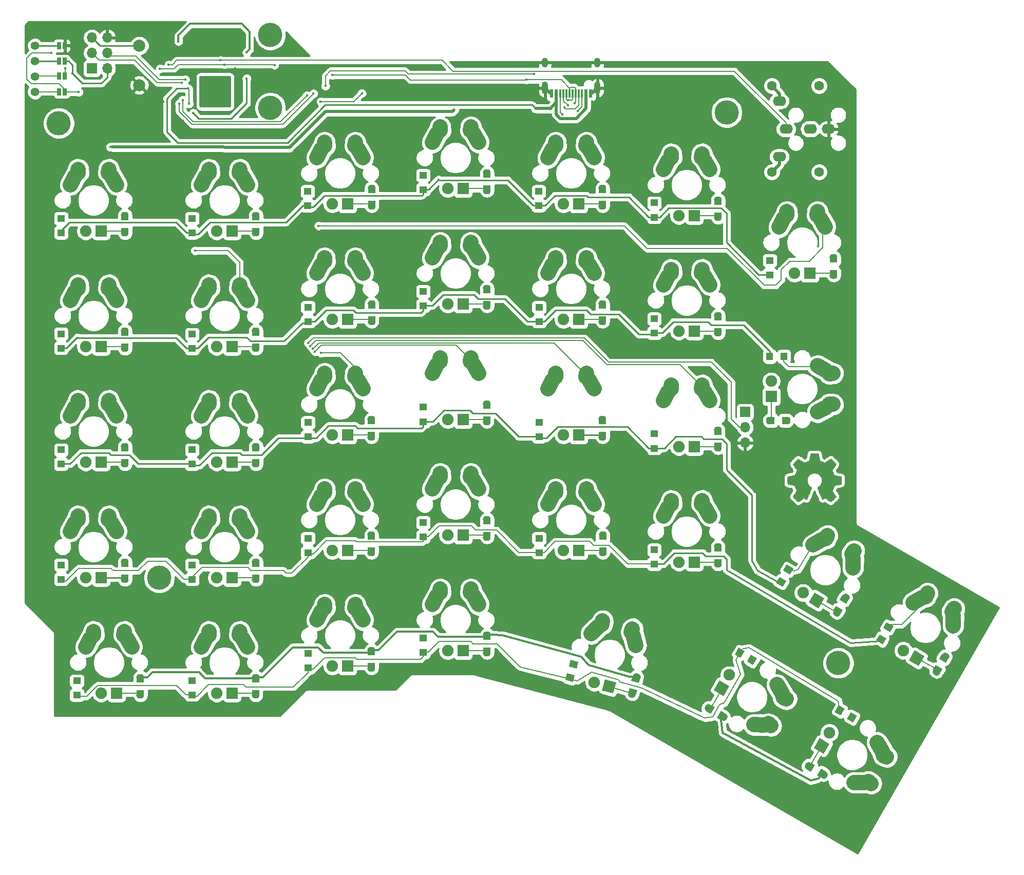
<source format=gtl>
G04 #@! TF.GenerationSoftware,KiCad,Pcbnew,(5.1.5)-3*
G04 #@! TF.CreationDate,2020-05-13T01:23:10+04:00*
G04 #@! TF.ProjectId,redox_rev2_ng,7265646f-785f-4726-9576-325f6e672e6b,2.0 NG*
G04 #@! TF.SameCoordinates,Original*
G04 #@! TF.FileFunction,Copper,L1,Top*
G04 #@! TF.FilePolarity,Positive*
%FSLAX46Y46*%
G04 Gerber Fmt 4.6, Leading zero omitted, Abs format (unit mm)*
G04 Created by KiCad (PCBNEW (5.1.5)-3) date 2020-05-13 01:23:10*
%MOMM*%
%LPD*%
G04 APERTURE LIST*
%ADD10C,0.010000*%
%ADD11C,1.905000*%
%ADD12C,0.100000*%
%ADD13C,2.500000*%
%ADD14R,1.905000X1.905000*%
%ADD15C,1.397000*%
%ADD16O,1.000000X2.100000*%
%ADD17O,1.000000X1.600000*%
%ADD18R,0.600000X1.450000*%
%ADD19R,0.300000X1.450000*%
%ADD20O,1.300000X1.100000*%
%ADD21R,1.300000X0.900000*%
%ADD22C,1.100000*%
%ADD23O,1.100000X1.300000*%
%ADD24R,0.900000X1.300000*%
%ADD25R,1.300000X0.700000*%
%ADD26R,1.300000X1.100000*%
%ADD27R,0.700000X1.300000*%
%ADD28R,1.100000X1.300000*%
%ADD29R,0.635000X1.143000*%
%ADD30C,1.600000*%
%ADD31O,2.200000X1.600000*%
%ADD32O,1.700000X1.700000*%
%ADD33R,1.700000X1.700000*%
%ADD34C,4.000000*%
%ADD35C,2.000000*%
%ADD36C,0.500000*%
%ADD37C,0.400000*%
%ADD38C,0.250000*%
%ADD39C,0.200000*%
%ADD40C,0.500000*%
%ADD41C,0.300000*%
%ADD42C,0.254000*%
G04 APERTURE END LIST*
D10*
G36*
X211046536Y-109050427D02*
G01*
X211159118Y-109647618D01*
X211574531Y-109818865D01*
X211989945Y-109990112D01*
X212488302Y-109651233D01*
X212627869Y-109556877D01*
X212754029Y-109472630D01*
X212860896Y-109402338D01*
X212942583Y-109349847D01*
X212993202Y-109319004D01*
X213006987Y-109312353D01*
X213031821Y-109329458D01*
X213084889Y-109376744D01*
X213160241Y-109448172D01*
X213251930Y-109537700D01*
X213354008Y-109639289D01*
X213460527Y-109746898D01*
X213565537Y-109854487D01*
X213663092Y-109956015D01*
X213747243Y-110045441D01*
X213812041Y-110116726D01*
X213851538Y-110163828D01*
X213860981Y-110179592D01*
X213847392Y-110208653D01*
X213809294Y-110272321D01*
X213750694Y-110364367D01*
X213675598Y-110478564D01*
X213588009Y-110608684D01*
X213537255Y-110682901D01*
X213444746Y-110818422D01*
X213362541Y-110940716D01*
X213294631Y-111043695D01*
X213245001Y-111121273D01*
X213217641Y-111167361D01*
X213213530Y-111177047D01*
X213222850Y-111204574D01*
X213248255Y-111268728D01*
X213285912Y-111360490D01*
X213331987Y-111470839D01*
X213382647Y-111590755D01*
X213434060Y-111711219D01*
X213482390Y-111823209D01*
X213523807Y-111917707D01*
X213554475Y-111985692D01*
X213570562Y-112018143D01*
X213571512Y-112019420D01*
X213596773Y-112025617D01*
X213664046Y-112039440D01*
X213766361Y-112059532D01*
X213896742Y-112084534D01*
X214048217Y-112113086D01*
X214136594Y-112129551D01*
X214298453Y-112160369D01*
X214444650Y-112189694D01*
X214567788Y-112215921D01*
X214660470Y-112237446D01*
X214715302Y-112252665D01*
X214726324Y-112257493D01*
X214737119Y-112290174D01*
X214745830Y-112363985D01*
X214752461Y-112470292D01*
X214757019Y-112600467D01*
X214759510Y-112745876D01*
X214759939Y-112897890D01*
X214758312Y-113047877D01*
X214754636Y-113187206D01*
X214748916Y-113307245D01*
X214741158Y-113399365D01*
X214731369Y-113454932D01*
X214725497Y-113466500D01*
X214690400Y-113480365D01*
X214616029Y-113500188D01*
X214512224Y-113523639D01*
X214388820Y-113548391D01*
X214345742Y-113556398D01*
X214138048Y-113594441D01*
X213973985Y-113625079D01*
X213848131Y-113649529D01*
X213755066Y-113669009D01*
X213689368Y-113684736D01*
X213645618Y-113697928D01*
X213618393Y-113709804D01*
X213602273Y-113721580D01*
X213600018Y-113723908D01*
X213577504Y-113761400D01*
X213543159Y-113834365D01*
X213500412Y-113933867D01*
X213452693Y-114050973D01*
X213403431Y-114176748D01*
X213356056Y-114302257D01*
X213313996Y-114418565D01*
X213280681Y-114516739D01*
X213259542Y-114587843D01*
X213254006Y-114622942D01*
X213254467Y-114624172D01*
X213273224Y-114652861D01*
X213315777Y-114715985D01*
X213377654Y-114806973D01*
X213454383Y-114919255D01*
X213541492Y-115046260D01*
X213566299Y-115082353D01*
X213654753Y-115213203D01*
X213732589Y-115332591D01*
X213795567Y-115433662D01*
X213839446Y-115509559D01*
X213859986Y-115553427D01*
X213860981Y-115558817D01*
X213843723Y-115587144D01*
X213796036Y-115643261D01*
X213724051Y-115721137D01*
X213633898Y-115814740D01*
X213531706Y-115918041D01*
X213423606Y-116025006D01*
X213315729Y-116129606D01*
X213214205Y-116225809D01*
X213125163Y-116307584D01*
X213054734Y-116368900D01*
X213009048Y-116403726D01*
X212996410Y-116409412D01*
X212966992Y-116396020D01*
X212906762Y-116359899D01*
X212825530Y-116307136D01*
X212763031Y-116264667D01*
X212649786Y-116186740D01*
X212515675Y-116094984D01*
X212381156Y-116003375D01*
X212308834Y-115954346D01*
X212064039Y-115788770D01*
X211858551Y-115899875D01*
X211764937Y-115948548D01*
X211685331Y-115986381D01*
X211631468Y-116007958D01*
X211617758Y-116010961D01*
X211601271Y-115988793D01*
X211568746Y-115926149D01*
X211522609Y-115828809D01*
X211465291Y-115702549D01*
X211399217Y-115553150D01*
X211326816Y-115386388D01*
X211250517Y-115208042D01*
X211172747Y-115023891D01*
X211095935Y-114839712D01*
X211022507Y-114661285D01*
X210954893Y-114494387D01*
X210895521Y-114344797D01*
X210846817Y-114218293D01*
X210811211Y-114120654D01*
X210791131Y-114057657D01*
X210787901Y-114036021D01*
X210813497Y-114008424D01*
X210869539Y-113963625D01*
X210944312Y-113910934D01*
X210950588Y-113906765D01*
X211143846Y-113752069D01*
X211299675Y-113571591D01*
X211416725Y-113371102D01*
X211493646Y-113156374D01*
X211529087Y-112933177D01*
X211521698Y-112707281D01*
X211470128Y-112484459D01*
X211373027Y-112270479D01*
X211344459Y-112223664D01*
X211195869Y-112034618D01*
X211020328Y-111882812D01*
X210823911Y-111769034D01*
X210612694Y-111694075D01*
X210392754Y-111658722D01*
X210170164Y-111663767D01*
X209951002Y-111709999D01*
X209741343Y-111798206D01*
X209547262Y-111929179D01*
X209487227Y-111982337D01*
X209334436Y-112148739D01*
X209223098Y-112323912D01*
X209146724Y-112520266D01*
X209104188Y-112714717D01*
X209093687Y-112933342D01*
X209128701Y-113153052D01*
X209205674Y-113366420D01*
X209321048Y-113566022D01*
X209471266Y-113744429D01*
X209652774Y-113894217D01*
X209676628Y-113910006D01*
X209752202Y-113961712D01*
X209809652Y-114006512D01*
X209837118Y-114035117D01*
X209837518Y-114036021D01*
X209831621Y-114066964D01*
X209808246Y-114137191D01*
X209769822Y-114240925D01*
X209718778Y-114372390D01*
X209657543Y-114525807D01*
X209588545Y-114695401D01*
X209514214Y-114875393D01*
X209436979Y-115060008D01*
X209359269Y-115243468D01*
X209283512Y-115419996D01*
X209212138Y-115583814D01*
X209147575Y-115729147D01*
X209092253Y-115850217D01*
X209048601Y-115941247D01*
X209019047Y-115996460D01*
X209007145Y-116010961D01*
X208970778Y-115999669D01*
X208902731Y-115969385D01*
X208814737Y-115925520D01*
X208766351Y-115899875D01*
X208560864Y-115788770D01*
X208316069Y-115954346D01*
X208191107Y-116039170D01*
X208054296Y-116132516D01*
X207926089Y-116220408D01*
X207861872Y-116264667D01*
X207771552Y-116325318D01*
X207695072Y-116373381D01*
X207642408Y-116402770D01*
X207625303Y-116408982D01*
X207600406Y-116392223D01*
X207545306Y-116345436D01*
X207465344Y-116273480D01*
X207365861Y-116181212D01*
X207252201Y-116073490D01*
X207180316Y-116004326D01*
X207054552Y-115880757D01*
X206945864Y-115770234D01*
X206858646Y-115677485D01*
X206797290Y-115607237D01*
X206766192Y-115564220D01*
X206763209Y-115555490D01*
X206777054Y-115522284D01*
X206815313Y-115455142D01*
X206873742Y-115360863D01*
X206948098Y-115246245D01*
X207034136Y-115118083D01*
X207058603Y-115082353D01*
X207147755Y-114952489D01*
X207227739Y-114835569D01*
X207294081Y-114738162D01*
X207342312Y-114666839D01*
X207367958Y-114628170D01*
X207370436Y-114624172D01*
X207366730Y-114593355D01*
X207347062Y-114525599D01*
X207314861Y-114429839D01*
X207273556Y-114315009D01*
X207226576Y-114190044D01*
X207177350Y-114063879D01*
X207129309Y-113945448D01*
X207085882Y-113843685D01*
X207050497Y-113767526D01*
X207026585Y-113725904D01*
X207024885Y-113723908D01*
X207010263Y-113712013D01*
X206985566Y-113700250D01*
X206945373Y-113687401D01*
X206884264Y-113672249D01*
X206796818Y-113653576D01*
X206677613Y-113630165D01*
X206521228Y-113600797D01*
X206322244Y-113564255D01*
X206279161Y-113556398D01*
X206151471Y-113531727D01*
X206040154Y-113507593D01*
X205955046Y-113486324D01*
X205905984Y-113470248D01*
X205899406Y-113466500D01*
X205888565Y-113433273D01*
X205879754Y-113359021D01*
X205872977Y-113252376D01*
X205868241Y-113121967D01*
X205865551Y-112976427D01*
X205864914Y-112824386D01*
X205866335Y-112674476D01*
X205869821Y-112535328D01*
X205875377Y-112415572D01*
X205883009Y-112323841D01*
X205892723Y-112268766D01*
X205898579Y-112257493D01*
X205931181Y-112246123D01*
X206005419Y-112227624D01*
X206113897Y-112203602D01*
X206249218Y-112175662D01*
X206403986Y-112145408D01*
X206488308Y-112129551D01*
X206648297Y-112099644D01*
X206790968Y-112072550D01*
X206909349Y-112049631D01*
X206996466Y-112032243D01*
X207045346Y-112021747D01*
X207053391Y-112019420D01*
X207066988Y-111993186D01*
X207095730Y-111929995D01*
X207135786Y-111838877D01*
X207183325Y-111728857D01*
X207234516Y-111608965D01*
X207285527Y-111488227D01*
X207332527Y-111375671D01*
X207371685Y-111280326D01*
X207399170Y-111211217D01*
X207411150Y-111177374D01*
X207411373Y-111175895D01*
X207397792Y-111149197D01*
X207359716Y-111087760D01*
X207301148Y-110997689D01*
X207226089Y-110885090D01*
X207138541Y-110756070D01*
X207087648Y-110681961D01*
X206994910Y-110546077D01*
X206912542Y-110422709D01*
X206844562Y-110318097D01*
X206794989Y-110238483D01*
X206767843Y-110190107D01*
X206763922Y-110179262D01*
X206780776Y-110154020D01*
X206827369Y-110100124D01*
X206897749Y-110023613D01*
X206985966Y-109930523D01*
X207086066Y-109826895D01*
X207192099Y-109718764D01*
X207298112Y-109612170D01*
X207398153Y-109513150D01*
X207486271Y-109427742D01*
X207556514Y-109361985D01*
X207602929Y-109321916D01*
X207618457Y-109312353D01*
X207643740Y-109325800D01*
X207704212Y-109363575D01*
X207793993Y-109421835D01*
X207907204Y-109496734D01*
X208037964Y-109584425D01*
X208136600Y-109651233D01*
X208634958Y-109990112D01*
X209050371Y-109818865D01*
X209465785Y-109647618D01*
X209578367Y-109050427D01*
X209690950Y-108453235D01*
X210933953Y-108453235D01*
X211046536Y-109050427D01*
G37*
X211046536Y-109050427D02*
X211159118Y-109647618D01*
X211574531Y-109818865D01*
X211989945Y-109990112D01*
X212488302Y-109651233D01*
X212627869Y-109556877D01*
X212754029Y-109472630D01*
X212860896Y-109402338D01*
X212942583Y-109349847D01*
X212993202Y-109319004D01*
X213006987Y-109312353D01*
X213031821Y-109329458D01*
X213084889Y-109376744D01*
X213160241Y-109448172D01*
X213251930Y-109537700D01*
X213354008Y-109639289D01*
X213460527Y-109746898D01*
X213565537Y-109854487D01*
X213663092Y-109956015D01*
X213747243Y-110045441D01*
X213812041Y-110116726D01*
X213851538Y-110163828D01*
X213860981Y-110179592D01*
X213847392Y-110208653D01*
X213809294Y-110272321D01*
X213750694Y-110364367D01*
X213675598Y-110478564D01*
X213588009Y-110608684D01*
X213537255Y-110682901D01*
X213444746Y-110818422D01*
X213362541Y-110940716D01*
X213294631Y-111043695D01*
X213245001Y-111121273D01*
X213217641Y-111167361D01*
X213213530Y-111177047D01*
X213222850Y-111204574D01*
X213248255Y-111268728D01*
X213285912Y-111360490D01*
X213331987Y-111470839D01*
X213382647Y-111590755D01*
X213434060Y-111711219D01*
X213482390Y-111823209D01*
X213523807Y-111917707D01*
X213554475Y-111985692D01*
X213570562Y-112018143D01*
X213571512Y-112019420D01*
X213596773Y-112025617D01*
X213664046Y-112039440D01*
X213766361Y-112059532D01*
X213896742Y-112084534D01*
X214048217Y-112113086D01*
X214136594Y-112129551D01*
X214298453Y-112160369D01*
X214444650Y-112189694D01*
X214567788Y-112215921D01*
X214660470Y-112237446D01*
X214715302Y-112252665D01*
X214726324Y-112257493D01*
X214737119Y-112290174D01*
X214745830Y-112363985D01*
X214752461Y-112470292D01*
X214757019Y-112600467D01*
X214759510Y-112745876D01*
X214759939Y-112897890D01*
X214758312Y-113047877D01*
X214754636Y-113187206D01*
X214748916Y-113307245D01*
X214741158Y-113399365D01*
X214731369Y-113454932D01*
X214725497Y-113466500D01*
X214690400Y-113480365D01*
X214616029Y-113500188D01*
X214512224Y-113523639D01*
X214388820Y-113548391D01*
X214345742Y-113556398D01*
X214138048Y-113594441D01*
X213973985Y-113625079D01*
X213848131Y-113649529D01*
X213755066Y-113669009D01*
X213689368Y-113684736D01*
X213645618Y-113697928D01*
X213618393Y-113709804D01*
X213602273Y-113721580D01*
X213600018Y-113723908D01*
X213577504Y-113761400D01*
X213543159Y-113834365D01*
X213500412Y-113933867D01*
X213452693Y-114050973D01*
X213403431Y-114176748D01*
X213356056Y-114302257D01*
X213313996Y-114418565D01*
X213280681Y-114516739D01*
X213259542Y-114587843D01*
X213254006Y-114622942D01*
X213254467Y-114624172D01*
X213273224Y-114652861D01*
X213315777Y-114715985D01*
X213377654Y-114806973D01*
X213454383Y-114919255D01*
X213541492Y-115046260D01*
X213566299Y-115082353D01*
X213654753Y-115213203D01*
X213732589Y-115332591D01*
X213795567Y-115433662D01*
X213839446Y-115509559D01*
X213859986Y-115553427D01*
X213860981Y-115558817D01*
X213843723Y-115587144D01*
X213796036Y-115643261D01*
X213724051Y-115721137D01*
X213633898Y-115814740D01*
X213531706Y-115918041D01*
X213423606Y-116025006D01*
X213315729Y-116129606D01*
X213214205Y-116225809D01*
X213125163Y-116307584D01*
X213054734Y-116368900D01*
X213009048Y-116403726D01*
X212996410Y-116409412D01*
X212966992Y-116396020D01*
X212906762Y-116359899D01*
X212825530Y-116307136D01*
X212763031Y-116264667D01*
X212649786Y-116186740D01*
X212515675Y-116094984D01*
X212381156Y-116003375D01*
X212308834Y-115954346D01*
X212064039Y-115788770D01*
X211858551Y-115899875D01*
X211764937Y-115948548D01*
X211685331Y-115986381D01*
X211631468Y-116007958D01*
X211617758Y-116010961D01*
X211601271Y-115988793D01*
X211568746Y-115926149D01*
X211522609Y-115828809D01*
X211465291Y-115702549D01*
X211399217Y-115553150D01*
X211326816Y-115386388D01*
X211250517Y-115208042D01*
X211172747Y-115023891D01*
X211095935Y-114839712D01*
X211022507Y-114661285D01*
X210954893Y-114494387D01*
X210895521Y-114344797D01*
X210846817Y-114218293D01*
X210811211Y-114120654D01*
X210791131Y-114057657D01*
X210787901Y-114036021D01*
X210813497Y-114008424D01*
X210869539Y-113963625D01*
X210944312Y-113910934D01*
X210950588Y-113906765D01*
X211143846Y-113752069D01*
X211299675Y-113571591D01*
X211416725Y-113371102D01*
X211493646Y-113156374D01*
X211529087Y-112933177D01*
X211521698Y-112707281D01*
X211470128Y-112484459D01*
X211373027Y-112270479D01*
X211344459Y-112223664D01*
X211195869Y-112034618D01*
X211020328Y-111882812D01*
X210823911Y-111769034D01*
X210612694Y-111694075D01*
X210392754Y-111658722D01*
X210170164Y-111663767D01*
X209951002Y-111709999D01*
X209741343Y-111798206D01*
X209547262Y-111929179D01*
X209487227Y-111982337D01*
X209334436Y-112148739D01*
X209223098Y-112323912D01*
X209146724Y-112520266D01*
X209104188Y-112714717D01*
X209093687Y-112933342D01*
X209128701Y-113153052D01*
X209205674Y-113366420D01*
X209321048Y-113566022D01*
X209471266Y-113744429D01*
X209652774Y-113894217D01*
X209676628Y-113910006D01*
X209752202Y-113961712D01*
X209809652Y-114006512D01*
X209837118Y-114035117D01*
X209837518Y-114036021D01*
X209831621Y-114066964D01*
X209808246Y-114137191D01*
X209769822Y-114240925D01*
X209718778Y-114372390D01*
X209657543Y-114525807D01*
X209588545Y-114695401D01*
X209514214Y-114875393D01*
X209436979Y-115060008D01*
X209359269Y-115243468D01*
X209283512Y-115419996D01*
X209212138Y-115583814D01*
X209147575Y-115729147D01*
X209092253Y-115850217D01*
X209048601Y-115941247D01*
X209019047Y-115996460D01*
X209007145Y-116010961D01*
X208970778Y-115999669D01*
X208902731Y-115969385D01*
X208814737Y-115925520D01*
X208766351Y-115899875D01*
X208560864Y-115788770D01*
X208316069Y-115954346D01*
X208191107Y-116039170D01*
X208054296Y-116132516D01*
X207926089Y-116220408D01*
X207861872Y-116264667D01*
X207771552Y-116325318D01*
X207695072Y-116373381D01*
X207642408Y-116402770D01*
X207625303Y-116408982D01*
X207600406Y-116392223D01*
X207545306Y-116345436D01*
X207465344Y-116273480D01*
X207365861Y-116181212D01*
X207252201Y-116073490D01*
X207180316Y-116004326D01*
X207054552Y-115880757D01*
X206945864Y-115770234D01*
X206858646Y-115677485D01*
X206797290Y-115607237D01*
X206766192Y-115564220D01*
X206763209Y-115555490D01*
X206777054Y-115522284D01*
X206815313Y-115455142D01*
X206873742Y-115360863D01*
X206948098Y-115246245D01*
X207034136Y-115118083D01*
X207058603Y-115082353D01*
X207147755Y-114952489D01*
X207227739Y-114835569D01*
X207294081Y-114738162D01*
X207342312Y-114666839D01*
X207367958Y-114628170D01*
X207370436Y-114624172D01*
X207366730Y-114593355D01*
X207347062Y-114525599D01*
X207314861Y-114429839D01*
X207273556Y-114315009D01*
X207226576Y-114190044D01*
X207177350Y-114063879D01*
X207129309Y-113945448D01*
X207085882Y-113843685D01*
X207050497Y-113767526D01*
X207026585Y-113725904D01*
X207024885Y-113723908D01*
X207010263Y-113712013D01*
X206985566Y-113700250D01*
X206945373Y-113687401D01*
X206884264Y-113672249D01*
X206796818Y-113653576D01*
X206677613Y-113630165D01*
X206521228Y-113600797D01*
X206322244Y-113564255D01*
X206279161Y-113556398D01*
X206151471Y-113531727D01*
X206040154Y-113507593D01*
X205955046Y-113486324D01*
X205905984Y-113470248D01*
X205899406Y-113466500D01*
X205888565Y-113433273D01*
X205879754Y-113359021D01*
X205872977Y-113252376D01*
X205868241Y-113121967D01*
X205865551Y-112976427D01*
X205864914Y-112824386D01*
X205866335Y-112674476D01*
X205869821Y-112535328D01*
X205875377Y-112415572D01*
X205883009Y-112323841D01*
X205892723Y-112268766D01*
X205898579Y-112257493D01*
X205931181Y-112246123D01*
X206005419Y-112227624D01*
X206113897Y-112203602D01*
X206249218Y-112175662D01*
X206403986Y-112145408D01*
X206488308Y-112129551D01*
X206648297Y-112099644D01*
X206790968Y-112072550D01*
X206909349Y-112049631D01*
X206996466Y-112032243D01*
X207045346Y-112021747D01*
X207053391Y-112019420D01*
X207066988Y-111993186D01*
X207095730Y-111929995D01*
X207135786Y-111838877D01*
X207183325Y-111728857D01*
X207234516Y-111608965D01*
X207285527Y-111488227D01*
X207332527Y-111375671D01*
X207371685Y-111280326D01*
X207399170Y-111211217D01*
X207411150Y-111177374D01*
X207411373Y-111175895D01*
X207397792Y-111149197D01*
X207359716Y-111087760D01*
X207301148Y-110997689D01*
X207226089Y-110885090D01*
X207138541Y-110756070D01*
X207087648Y-110681961D01*
X206994910Y-110546077D01*
X206912542Y-110422709D01*
X206844562Y-110318097D01*
X206794989Y-110238483D01*
X206767843Y-110190107D01*
X206763922Y-110179262D01*
X206780776Y-110154020D01*
X206827369Y-110100124D01*
X206897749Y-110023613D01*
X206985966Y-109930523D01*
X207086066Y-109826895D01*
X207192099Y-109718764D01*
X207298112Y-109612170D01*
X207398153Y-109513150D01*
X207486271Y-109427742D01*
X207556514Y-109361985D01*
X207602929Y-109321916D01*
X207618457Y-109312353D01*
X207643740Y-109325800D01*
X207704212Y-109363575D01*
X207793993Y-109421835D01*
X207907204Y-109496734D01*
X208037964Y-109584425D01*
X208136600Y-109651233D01*
X208634958Y-109990112D01*
X209050371Y-109818865D01*
X209465785Y-109647618D01*
X209578367Y-109050427D01*
X209690950Y-108453235D01*
X210933953Y-108453235D01*
X211046536Y-109050427D01*
D11*
X196260591Y-144950148D03*
G04 #@! TA.AperFunction,ComponentPad*
D12*
G36*
X194641952Y-145848713D02*
G01*
X196291730Y-146801213D01*
X195339230Y-148450991D01*
X193689452Y-147498491D01*
X194641952Y-145848713D01*
G37*
G04 #@! TD.AperFunction*
D13*
X205693690Y-148930198D02*
X205172834Y-148675034D01*
X201989288Y-153187660D02*
X200319518Y-153159972D01*
X204988835Y-147992294D02*
X204129971Y-146560074D01*
X203153966Y-153329130D02*
X202672558Y-153005638D01*
D11*
X203200000Y-96520000D03*
D14*
X203200000Y-99060000D03*
D13*
X213359328Y-95250276D02*
X212780672Y-95289724D01*
X212279954Y-100789547D02*
X210820046Y-101600453D01*
X212279954Y-94790453D02*
X210820046Y-93979547D01*
X213359328Y-100329724D02*
X212780672Y-100290276D01*
D11*
X212770591Y-154475148D03*
G04 #@! TA.AperFunction,ComponentPad*
D12*
G36*
X211151952Y-155373713D02*
G01*
X212801730Y-156326213D01*
X211849230Y-157975991D01*
X210199452Y-157023491D01*
X211151952Y-155373713D01*
G37*
G04 #@! TD.AperFunction*
D13*
X222203690Y-158455198D02*
X221682834Y-158200034D01*
X218499288Y-162712660D02*
X216829518Y-162684972D01*
X221498835Y-157517294D02*
X220639971Y-156085074D01*
X219663966Y-162854130D02*
X219182558Y-162530638D01*
D14*
X92710000Y-71755000D03*
D11*
X90170000Y-71755000D03*
D13*
X93979724Y-61595672D02*
X93940276Y-62174328D01*
X88440453Y-62675046D02*
X87629547Y-64134954D01*
X94439547Y-62675046D02*
X95250453Y-64134954D01*
X88900276Y-61595672D02*
X88939724Y-62174328D01*
D14*
X92710000Y-90805000D03*
D11*
X90170000Y-90805000D03*
D13*
X93979724Y-80645672D02*
X93940276Y-81224328D01*
X88440453Y-81725046D02*
X87629547Y-83184954D01*
X94439547Y-81725046D02*
X95250453Y-83184954D01*
X88900276Y-80645672D02*
X88939724Y-81224328D01*
D14*
X92710000Y-109855000D03*
D11*
X90170000Y-109855000D03*
D13*
X93979724Y-99695672D02*
X93940276Y-100274328D01*
X88440453Y-100775046D02*
X87629547Y-102234954D01*
X94439547Y-100775046D02*
X95250453Y-102234954D01*
X88900276Y-99695672D02*
X88939724Y-100274328D01*
D14*
X92710000Y-128905000D03*
D11*
X90170000Y-128905000D03*
D13*
X93979724Y-118745672D02*
X93940276Y-119324328D01*
X88440453Y-119825046D02*
X87629547Y-121284954D01*
X94439547Y-119825046D02*
X95250453Y-121284954D01*
X88900276Y-118745672D02*
X88939724Y-119324328D01*
G04 #@! TA.AperFunction,ComponentPad*
D12*
G36*
X175275356Y-147514122D02*
G01*
X175768406Y-145674034D01*
X177608494Y-146167084D01*
X177115444Y-148007172D01*
X175275356Y-147514122D01*
G37*
G04 #@! TD.AperFunction*
D11*
X173988473Y-146183203D03*
D13*
X180297812Y-137356074D02*
X180109940Y-137904804D01*
X174667925Y-136965002D02*
X173506797Y-138165286D01*
X180462604Y-138517681D02*
X180868028Y-140137721D01*
X175391441Y-136041416D02*
X175279779Y-136610566D01*
D15*
X81800000Y-41200000D03*
X81800000Y-43740000D03*
X81800000Y-46280000D03*
X81800000Y-48820000D03*
D16*
X165880000Y-48180000D03*
X174520000Y-48180000D03*
D17*
X165880000Y-44000000D03*
X174520000Y-44000000D03*
D18*
X173425000Y-49100000D03*
X172650000Y-49100000D03*
D19*
X171950000Y-49100000D03*
X171450000Y-49100000D03*
X170950000Y-49100000D03*
X170450000Y-49100000D03*
X169950000Y-49100000D03*
X169450000Y-49100000D03*
X168950000Y-49100000D03*
X168450000Y-49100000D03*
D18*
X167750000Y-49100000D03*
X166975000Y-49100000D03*
D14*
X133350000Y-67310000D03*
D11*
X130810000Y-67310000D03*
D13*
X134619724Y-57150672D02*
X134580276Y-57729328D01*
X129080453Y-58230046D02*
X128269547Y-59689954D01*
X135079547Y-58230046D02*
X135890453Y-59689954D01*
X129540276Y-57150672D02*
X129579724Y-57729328D01*
D14*
X190500000Y-69215000D03*
D11*
X187960000Y-69215000D03*
D13*
X191769724Y-59055672D02*
X191730276Y-59634328D01*
X186230453Y-60135046D02*
X185419547Y-61594954D01*
X192229547Y-60135046D02*
X193040453Y-61594954D01*
X186690276Y-59055672D02*
X186729724Y-59634328D01*
D14*
X114300000Y-71755000D03*
D11*
X111760000Y-71755000D03*
D13*
X115569724Y-61595672D02*
X115530276Y-62174328D01*
X110030453Y-62675046D02*
X109219547Y-64134954D01*
X116029547Y-62675046D02*
X116840453Y-64134954D01*
X110490276Y-61595672D02*
X110529724Y-62174328D01*
D14*
X95250000Y-147955000D03*
D11*
X92710000Y-147955000D03*
D13*
X96519724Y-137795672D02*
X96480276Y-138374328D01*
X90980453Y-138875046D02*
X90169547Y-140334954D01*
X96979547Y-138875046D02*
X97790453Y-140334954D01*
X91440276Y-137795672D02*
X91479724Y-138374328D01*
D14*
X114300000Y-90805000D03*
D11*
X111760000Y-90805000D03*
D13*
X115569724Y-80645672D02*
X115530276Y-81224328D01*
X110030453Y-81725046D02*
X109219547Y-83184954D01*
X116029547Y-81725046D02*
X116840453Y-83184954D01*
X110490276Y-80645672D02*
X110529724Y-81224328D01*
D14*
X114300000Y-109855000D03*
D11*
X111760000Y-109855000D03*
D13*
X115569724Y-99695672D02*
X115530276Y-100274328D01*
X110030453Y-100775046D02*
X109219547Y-102234954D01*
X116029547Y-100775046D02*
X116840453Y-102234954D01*
X110490276Y-99695672D02*
X110529724Y-100274328D01*
D14*
X114300000Y-128905000D03*
D11*
X111760000Y-128905000D03*
D13*
X115569724Y-118745672D02*
X115530276Y-119324328D01*
X110030453Y-119825046D02*
X109219547Y-121284954D01*
X116029547Y-119825046D02*
X116840453Y-121284954D01*
X110490276Y-118745672D02*
X110529724Y-119324328D01*
D14*
X114300000Y-147955000D03*
D11*
X111760000Y-147955000D03*
D13*
X115569724Y-137795672D02*
X115530276Y-138374328D01*
X110030453Y-138875046D02*
X109219547Y-140334954D01*
X116029547Y-138875046D02*
X116840453Y-140334954D01*
X110490276Y-137795672D02*
X110529724Y-138374328D01*
D14*
X133350000Y-86360000D03*
D11*
X130810000Y-86360000D03*
D13*
X134619724Y-76200672D02*
X134580276Y-76779328D01*
X129080453Y-77280046D02*
X128269547Y-78739954D01*
X135079547Y-77280046D02*
X135890453Y-78739954D01*
X129540276Y-76200672D02*
X129579724Y-76779328D01*
D14*
X133350000Y-105410000D03*
D11*
X130810000Y-105410000D03*
D13*
X134619724Y-95250672D02*
X134580276Y-95829328D01*
X129080453Y-96330046D02*
X128269547Y-97789954D01*
X135079547Y-96330046D02*
X135890453Y-97789954D01*
X129540276Y-95250672D02*
X129579724Y-95829328D01*
D14*
X133350000Y-124460000D03*
D11*
X130810000Y-124460000D03*
D13*
X134619724Y-114300672D02*
X134580276Y-114879328D01*
X129080453Y-115380046D02*
X128269547Y-116839954D01*
X135079547Y-115380046D02*
X135890453Y-116839954D01*
X129540276Y-114300672D02*
X129579724Y-114879328D01*
D14*
X133350000Y-143510000D03*
D11*
X130810000Y-143510000D03*
D13*
X134619724Y-133350672D02*
X134580276Y-133929328D01*
X129080453Y-134430046D02*
X128269547Y-135889954D01*
X135079547Y-134430046D02*
X135890453Y-135889954D01*
X129540276Y-133350672D02*
X129579724Y-133929328D01*
D14*
X152400000Y-64770000D03*
D11*
X149860000Y-64770000D03*
D13*
X153669724Y-54610672D02*
X153630276Y-55189328D01*
X148130453Y-55690046D02*
X147319547Y-57149954D01*
X154129547Y-55690046D02*
X154940453Y-57149954D01*
X148590276Y-54610672D02*
X148629724Y-55189328D01*
D14*
X152400000Y-83820000D03*
D11*
X149860000Y-83820000D03*
D13*
X153669724Y-73660672D02*
X153630276Y-74239328D01*
X148130453Y-74740046D02*
X147319547Y-76199954D01*
X154129547Y-74740046D02*
X154940453Y-76199954D01*
X148590276Y-73660672D02*
X148629724Y-74239328D01*
D14*
X152400000Y-102870000D03*
D11*
X149860000Y-102870000D03*
D13*
X153669724Y-92710672D02*
X153630276Y-93289328D01*
X148130453Y-93790046D02*
X147319547Y-95249954D01*
X154129547Y-93790046D02*
X154940453Y-95249954D01*
X148590276Y-92710672D02*
X148629724Y-93289328D01*
D14*
X152400000Y-121920000D03*
D11*
X149860000Y-121920000D03*
D13*
X153669724Y-111760672D02*
X153630276Y-112339328D01*
X148130453Y-112840046D02*
X147319547Y-114299954D01*
X154129547Y-112840046D02*
X154940453Y-114299954D01*
X148590276Y-111760672D02*
X148629724Y-112339328D01*
D14*
X152400000Y-140970000D03*
D11*
X149860000Y-140970000D03*
D13*
X153669724Y-130810672D02*
X153630276Y-131389328D01*
X148130453Y-131890046D02*
X147319547Y-133349954D01*
X154129547Y-131890046D02*
X154940453Y-133349954D01*
X148590276Y-130810672D02*
X148629724Y-131389328D01*
D14*
X171450000Y-67310000D03*
D11*
X168910000Y-67310000D03*
D13*
X172719724Y-57150672D02*
X172680276Y-57729328D01*
X167180453Y-58230046D02*
X166369547Y-59689954D01*
X173179547Y-58230046D02*
X173990453Y-59689954D01*
X167640276Y-57150672D02*
X167679724Y-57729328D01*
D14*
X171450000Y-86360000D03*
D11*
X168910000Y-86360000D03*
D13*
X172719724Y-76200672D02*
X172680276Y-76779328D01*
X167180453Y-77280046D02*
X166369547Y-78739954D01*
X173179547Y-77280046D02*
X173990453Y-78739954D01*
X167640276Y-76200672D02*
X167679724Y-76779328D01*
D14*
X171450000Y-105410000D03*
D11*
X168910000Y-105410000D03*
D13*
X172719724Y-95250672D02*
X172680276Y-95829328D01*
X167180453Y-96330046D02*
X166369547Y-97789954D01*
X173179547Y-96330046D02*
X173990453Y-97789954D01*
X167640276Y-95250672D02*
X167679724Y-95829328D01*
D14*
X171450000Y-124460000D03*
D11*
X168910000Y-124460000D03*
D13*
X172719724Y-114300672D02*
X172680276Y-114879328D01*
X167180453Y-115380046D02*
X166369547Y-116839954D01*
X173179547Y-115380046D02*
X173990453Y-116839954D01*
X167640276Y-114300672D02*
X167679724Y-114879328D01*
D14*
X190500000Y-88265000D03*
D11*
X187960000Y-88265000D03*
D13*
X191769724Y-78105672D02*
X191730276Y-78684328D01*
X186230453Y-79185046D02*
X185419547Y-80644954D01*
X192229547Y-79185046D02*
X193040453Y-80644954D01*
X186690276Y-78105672D02*
X186729724Y-78684328D01*
D14*
X190500000Y-107315000D03*
D11*
X187960000Y-107315000D03*
D13*
X191769724Y-97155672D02*
X191730276Y-97734328D01*
X186230453Y-98235046D02*
X185419547Y-99694954D01*
X192229547Y-98235046D02*
X193040453Y-99694954D01*
X186690276Y-97155672D02*
X186729724Y-97734328D01*
D14*
X190500000Y-126365000D03*
D11*
X187960000Y-126365000D03*
D13*
X191769724Y-116205672D02*
X191730276Y-116784328D01*
X186230453Y-117285046D02*
X185419547Y-118744954D01*
X192229547Y-117285046D02*
X193040453Y-118744954D01*
X186690276Y-116205672D02*
X186729724Y-116784328D01*
D14*
X209550000Y-78740000D03*
D11*
X207010000Y-78740000D03*
D13*
X210819724Y-68580672D02*
X210780276Y-69159328D01*
X205280453Y-69660046D02*
X204469547Y-71119954D01*
X211279547Y-69660046D02*
X212090453Y-71119954D01*
X205740276Y-68580672D02*
X205779724Y-69159328D01*
G04 #@! TA.AperFunction,ComponentPad*
D12*
G36*
X209348713Y-133018048D02*
G01*
X210301213Y-131368270D01*
X211950991Y-132320770D01*
X210998491Y-133970548D01*
X209348713Y-133018048D01*
G37*
G04 #@! TD.AperFunction*
D11*
X208450148Y-131399409D03*
D13*
X216829130Y-124506034D02*
X216505638Y-124987442D01*
X211492294Y-122671165D02*
X210060074Y-123530029D01*
X216687660Y-125670712D02*
X216659972Y-127340482D01*
X212430198Y-121966310D02*
X212175034Y-122487166D01*
G04 #@! TA.AperFunction,ComponentPad*
D12*
G36*
X225858713Y-142543048D02*
G01*
X226811213Y-140893270D01*
X228460991Y-141845770D01*
X227508491Y-143495548D01*
X225858713Y-142543048D01*
G37*
G04 #@! TD.AperFunction*
D11*
X224960148Y-140924409D03*
D13*
X233339130Y-134031034D02*
X233015638Y-134512442D01*
X228002294Y-132196165D02*
X226570074Y-133055029D01*
X233197660Y-135195712D02*
X233169972Y-136865482D01*
X228940198Y-131491310D02*
X228685034Y-132012166D01*
D20*
X96647000Y-72112000D03*
X96647000Y-69112000D03*
D21*
X96647000Y-71662000D03*
X96647000Y-69562000D03*
D20*
X96647000Y-91162000D03*
X96647000Y-88162000D03*
D21*
X96647000Y-90712000D03*
X96647000Y-88612000D03*
D20*
X96647000Y-110212000D03*
X96647000Y-107212000D03*
D21*
X96647000Y-109762000D03*
X96647000Y-107662000D03*
D20*
X96647000Y-129262000D03*
X96647000Y-126262000D03*
D21*
X96647000Y-128812000D03*
X96647000Y-126712000D03*
D20*
X99187000Y-148312000D03*
X99187000Y-145312000D03*
D21*
X99187000Y-147862000D03*
X99187000Y-145762000D03*
D20*
X118237000Y-72112000D03*
X118237000Y-69112000D03*
D21*
X118237000Y-71662000D03*
X118237000Y-69562000D03*
D20*
X118237000Y-91162000D03*
X118237000Y-88162000D03*
D21*
X118237000Y-90712000D03*
X118237000Y-88612000D03*
D20*
X118237000Y-110212000D03*
X118237000Y-107212000D03*
D21*
X118237000Y-109762000D03*
X118237000Y-107662000D03*
D20*
X118237000Y-129262000D03*
X118237000Y-126262000D03*
D21*
X118237000Y-128812000D03*
X118237000Y-126712000D03*
D20*
X118200000Y-148312000D03*
X118200000Y-145312000D03*
D21*
X118200000Y-147862000D03*
X118200000Y-145762000D03*
D20*
X137300000Y-67667000D03*
X137300000Y-64667000D03*
D21*
X137300000Y-67217000D03*
X137300000Y-65117000D03*
D20*
X137300000Y-86717000D03*
X137300000Y-83717000D03*
D21*
X137300000Y-86267000D03*
X137300000Y-84167000D03*
D20*
X137287000Y-105767000D03*
X137287000Y-102767000D03*
D21*
X137287000Y-105317000D03*
X137287000Y-103217000D03*
D20*
X137287000Y-124817000D03*
X137287000Y-121817000D03*
D21*
X137287000Y-124367000D03*
X137287000Y-122267000D03*
D20*
X137287000Y-143867000D03*
X137287000Y-140867000D03*
D21*
X137287000Y-143417000D03*
X137287000Y-141317000D03*
D20*
X156337000Y-65127000D03*
X156337000Y-62127000D03*
D21*
X156337000Y-64677000D03*
X156337000Y-62577000D03*
D20*
X156337000Y-84177000D03*
X156337000Y-81177000D03*
D21*
X156337000Y-83727000D03*
X156337000Y-81627000D03*
D20*
X156300000Y-103227000D03*
X156300000Y-100227000D03*
D21*
X156300000Y-102777000D03*
X156300000Y-100677000D03*
D20*
X156337000Y-122277000D03*
X156337000Y-119277000D03*
D21*
X156337000Y-121827000D03*
X156337000Y-119727000D03*
D20*
X156337000Y-141327000D03*
X156337000Y-138327000D03*
D21*
X156337000Y-140877000D03*
X156337000Y-138777000D03*
D20*
X175387000Y-67667000D03*
X175387000Y-64667000D03*
D21*
X175387000Y-67217000D03*
X175387000Y-65117000D03*
D20*
X175387000Y-86717000D03*
X175387000Y-83717000D03*
D21*
X175387000Y-86267000D03*
X175387000Y-84167000D03*
D20*
X175387000Y-105767000D03*
X175387000Y-102767000D03*
D21*
X175387000Y-105317000D03*
X175387000Y-103217000D03*
D20*
X175400000Y-124817000D03*
X175400000Y-121817000D03*
D21*
X175400000Y-124367000D03*
X175400000Y-122267000D03*
D22*
X180302364Y-148159771D02*
X180109178Y-148108007D01*
X181078822Y-145261993D02*
X180885636Y-145210229D01*
G04 #@! TA.AperFunction,SMDPad,CuDef*
D12*
G36*
X179810857Y-147096323D02*
G01*
X181066560Y-147432788D01*
X180833623Y-148302121D01*
X179577920Y-147965656D01*
X179810857Y-147096323D01*
G37*
G04 #@! TD.AperFunction*
G04 #@! TA.AperFunction,SMDPad,CuDef*
G36*
X180354377Y-145067879D02*
G01*
X181610080Y-145404344D01*
X181377143Y-146273677D01*
X180121440Y-145937212D01*
X180354377Y-145067879D01*
G37*
G04 #@! TD.AperFunction*
D20*
X194437000Y-69572000D03*
X194437000Y-66572000D03*
D21*
X194437000Y-69122000D03*
X194437000Y-67022000D03*
D20*
X194437000Y-88622000D03*
X194437000Y-85622000D03*
D21*
X194437000Y-88172000D03*
X194437000Y-86072000D03*
D20*
X194400000Y-107545000D03*
X194400000Y-104545000D03*
D21*
X194400000Y-107095000D03*
X194400000Y-104995000D03*
D20*
X194400000Y-126722000D03*
X194400000Y-123722000D03*
D21*
X194400000Y-126272000D03*
X194400000Y-124172000D03*
D22*
X192706962Y-150466603D02*
X192806962Y-150293397D01*
X195305038Y-151966603D02*
X195405038Y-151793397D01*
G04 #@! TA.AperFunction,SMDPad,CuDef*
D12*
G36*
X193861384Y-150267083D02*
G01*
X193211384Y-151392917D01*
X192431962Y-150942917D01*
X193081962Y-149817083D01*
X193861384Y-150267083D01*
G37*
G04 #@! TD.AperFunction*
G04 #@! TA.AperFunction,SMDPad,CuDef*
G36*
X195680038Y-151317083D02*
G01*
X195030038Y-152442917D01*
X194250616Y-151992917D01*
X194900616Y-150867083D01*
X195680038Y-151317083D01*
G37*
G04 #@! TD.AperFunction*
D20*
X213487000Y-79097000D03*
X213487000Y-76097000D03*
D21*
X213487000Y-78647000D03*
X213487000Y-76547000D03*
D23*
X202843000Y-102997000D03*
X205843000Y-102997000D03*
D24*
X203293000Y-102997000D03*
X205393000Y-102997000D03*
D22*
X214036603Y-134749038D02*
X213863397Y-134649038D01*
X215536603Y-132150962D02*
X215363397Y-132050962D01*
G04 #@! TA.AperFunction,SMDPad,CuDef*
D12*
G36*
X213837083Y-133594616D02*
G01*
X214962917Y-134244616D01*
X214512917Y-135024038D01*
X213387083Y-134374038D01*
X213837083Y-133594616D01*
G37*
G04 #@! TD.AperFunction*
G04 #@! TA.AperFunction,SMDPad,CuDef*
G36*
X214887083Y-131775962D02*
G01*
X216012917Y-132425962D01*
X215562917Y-133205384D01*
X214437083Y-132555384D01*
X214887083Y-131775962D01*
G37*
G04 #@! TD.AperFunction*
D22*
X230476603Y-144478038D02*
X230303397Y-144378038D01*
X231976603Y-141879962D02*
X231803397Y-141779962D01*
G04 #@! TA.AperFunction,SMDPad,CuDef*
D12*
G36*
X230277083Y-143323616D02*
G01*
X231402917Y-143973616D01*
X230952917Y-144753038D01*
X229827083Y-144103038D01*
X230277083Y-143323616D01*
G37*
G04 #@! TD.AperFunction*
G04 #@! TA.AperFunction,SMDPad,CuDef*
G36*
X231327083Y-141504962D02*
G01*
X232452917Y-142154962D01*
X232002917Y-142934384D01*
X230877083Y-142284384D01*
X231327083Y-141504962D01*
G37*
G04 #@! TD.AperFunction*
D22*
X209216962Y-159991603D02*
X209316962Y-159818397D01*
X211815038Y-161491603D02*
X211915038Y-161318397D01*
G04 #@! TA.AperFunction,SMDPad,CuDef*
D12*
G36*
X210371384Y-159792083D02*
G01*
X209721384Y-160917917D01*
X208941962Y-160467917D01*
X209591962Y-159342083D01*
X210371384Y-159792083D01*
G37*
G04 #@! TD.AperFunction*
G04 #@! TA.AperFunction,SMDPad,CuDef*
G36*
X212190038Y-160842083D02*
G01*
X211540038Y-161967917D01*
X210760616Y-161517917D01*
X211410616Y-160392083D01*
X212190038Y-160842083D01*
G37*
G04 #@! TD.AperFunction*
D25*
X86106000Y-69466000D03*
X86106000Y-72266000D03*
D26*
X86106000Y-69716000D03*
X86106000Y-72016000D03*
D25*
X86100000Y-88500000D03*
X86100000Y-91300000D03*
D26*
X86100000Y-88750000D03*
X86100000Y-91050000D03*
D25*
X86100000Y-107600000D03*
X86100000Y-110400000D03*
D26*
X86100000Y-107850000D03*
X86100000Y-110150000D03*
D25*
X86100000Y-126600000D03*
X86100000Y-129400000D03*
D26*
X86100000Y-126850000D03*
X86100000Y-129150000D03*
D25*
X88700000Y-145700000D03*
X88700000Y-148500000D03*
D26*
X88700000Y-145950000D03*
X88700000Y-148250000D03*
D25*
X107696000Y-69466000D03*
X107696000Y-72266000D03*
D26*
X107696000Y-69716000D03*
X107696000Y-72016000D03*
D25*
X107700000Y-88550000D03*
X107700000Y-91350000D03*
D26*
X107700000Y-88800000D03*
X107700000Y-91100000D03*
D25*
X107700000Y-107600000D03*
X107700000Y-110400000D03*
D26*
X107700000Y-107850000D03*
X107700000Y-110150000D03*
D25*
X107700000Y-126600000D03*
X107700000Y-129400000D03*
D26*
X107700000Y-126850000D03*
X107700000Y-129150000D03*
D25*
X107700000Y-145650000D03*
X107700000Y-148450000D03*
D26*
X107700000Y-145900000D03*
X107700000Y-148200000D03*
D25*
X126746000Y-65000000D03*
X126746000Y-67800000D03*
D26*
X126746000Y-65250000D03*
X126746000Y-67550000D03*
D25*
X126800000Y-84100000D03*
X126800000Y-86900000D03*
D26*
X126800000Y-84350000D03*
X126800000Y-86650000D03*
D25*
X126800000Y-103100000D03*
X126800000Y-105900000D03*
D26*
X126800000Y-103350000D03*
X126800000Y-105650000D03*
D25*
X126800000Y-122200000D03*
X126800000Y-125000000D03*
D26*
X126800000Y-122450000D03*
X126800000Y-124750000D03*
D25*
X126800000Y-141200000D03*
X126800000Y-144000000D03*
D26*
X126800000Y-141450000D03*
X126800000Y-143750000D03*
D25*
X145796000Y-62354000D03*
X145796000Y-65154000D03*
D26*
X145796000Y-62604000D03*
X145796000Y-64904000D03*
D25*
X145800000Y-81500000D03*
X145800000Y-84300000D03*
D26*
X145800000Y-81750000D03*
X145800000Y-84050000D03*
D25*
X145800000Y-100600000D03*
X145800000Y-103400000D03*
D26*
X145800000Y-100850000D03*
X145800000Y-103150000D03*
D25*
X145800000Y-119600000D03*
X145800000Y-122400000D03*
D26*
X145800000Y-119850000D03*
X145800000Y-122150000D03*
D25*
X145800000Y-138650000D03*
X145800000Y-141450000D03*
D26*
X145800000Y-138900000D03*
X145800000Y-141200000D03*
D25*
X164846000Y-65000000D03*
X164846000Y-67800000D03*
D26*
X164846000Y-65250000D03*
X164846000Y-67550000D03*
D25*
X164900000Y-84100000D03*
X164900000Y-86900000D03*
D26*
X164900000Y-84350000D03*
X164900000Y-86650000D03*
D25*
X164900000Y-103100000D03*
X164900000Y-105900000D03*
D26*
X164900000Y-103350000D03*
X164900000Y-105650000D03*
D25*
X164900000Y-122200000D03*
X164900000Y-125000000D03*
D26*
X164900000Y-122450000D03*
X164900000Y-124750000D03*
G04 #@! TA.AperFunction,ComponentPad*
D12*
G36*
X171197254Y-143443195D02*
G01*
X169941551Y-143106731D01*
X170122724Y-142430583D01*
X171378427Y-142767047D01*
X171197254Y-143443195D01*
G37*
G04 #@! TD.AperFunction*
G04 #@! TA.AperFunction,ComponentPad*
G36*
X170472560Y-146147787D02*
G01*
X169216857Y-145811323D01*
X169398030Y-145135175D01*
X170653733Y-145471639D01*
X170472560Y-146147787D01*
G37*
G04 #@! TD.AperFunction*
G04 #@! TA.AperFunction,SMDPad,CuDef*
G36*
X171080785Y-143877862D02*
G01*
X169825082Y-143541397D01*
X170109783Y-142478878D01*
X171365486Y-142815343D01*
X171080785Y-143877862D01*
G37*
G04 #@! TD.AperFunction*
G04 #@! TA.AperFunction,SMDPad,CuDef*
G36*
X170485501Y-146099492D02*
G01*
X169229798Y-145763027D01*
X169514499Y-144700508D01*
X170770202Y-145036973D01*
X170485501Y-146099492D01*
G37*
G04 #@! TD.AperFunction*
D25*
X183900000Y-66900000D03*
X183900000Y-69700000D03*
D26*
X183900000Y-67150000D03*
X183900000Y-69450000D03*
D25*
X183900000Y-86000000D03*
X183900000Y-88800000D03*
D26*
X183900000Y-86250000D03*
X183900000Y-88550000D03*
D25*
X183900000Y-105000000D03*
X183900000Y-107800000D03*
D26*
X183900000Y-105250000D03*
X183900000Y-107550000D03*
D25*
X183900000Y-124100000D03*
X183900000Y-126900000D03*
D26*
X183900000Y-124350000D03*
X183900000Y-126650000D03*
G04 #@! TA.AperFunction,ComponentPad*
D12*
G36*
X199584327Y-142987917D02*
G01*
X200234327Y-141862083D01*
X200840545Y-142212083D01*
X200190545Y-143337917D01*
X199584327Y-142987917D01*
G37*
G04 #@! TD.AperFunction*
G04 #@! TA.AperFunction,ComponentPad*
G36*
X197159455Y-141587917D02*
G01*
X197809455Y-140462083D01*
X198415673Y-140812083D01*
X197765673Y-141937917D01*
X197159455Y-141587917D01*
G37*
G04 #@! TD.AperFunction*
G04 #@! TA.AperFunction,SMDPad,CuDef*
G36*
X199194615Y-142762917D02*
G01*
X199844615Y-141637083D01*
X200797243Y-142187083D01*
X200147243Y-143312917D01*
X199194615Y-142762917D01*
G37*
G04 #@! TD.AperFunction*
G04 #@! TA.AperFunction,SMDPad,CuDef*
G36*
X197202757Y-141612917D02*
G01*
X197852757Y-140487083D01*
X198805385Y-141037083D01*
X198155385Y-142162917D01*
X197202757Y-141612917D01*
G37*
G04 #@! TD.AperFunction*
D25*
X202946000Y-76400000D03*
X202946000Y-79200000D03*
D26*
X202946000Y-76650000D03*
X202946000Y-78950000D03*
D27*
X205500000Y-92456000D03*
X202700000Y-92456000D03*
D28*
X205250000Y-92456000D03*
X202950000Y-92456000D03*
G04 #@! TA.AperFunction,ComponentPad*
D12*
G36*
X206487917Y-128015673D02*
G01*
X205362083Y-127365673D01*
X205712083Y-126759455D01*
X206837917Y-127409455D01*
X206487917Y-128015673D01*
G37*
G04 #@! TD.AperFunction*
G04 #@! TA.AperFunction,ComponentPad*
G36*
X205087917Y-130440545D02*
G01*
X203962083Y-129790545D01*
X204312083Y-129184327D01*
X205437917Y-129834327D01*
X205087917Y-130440545D01*
G37*
G04 #@! TD.AperFunction*
G04 #@! TA.AperFunction,SMDPad,CuDef*
G36*
X206262917Y-128405385D02*
G01*
X205137083Y-127755385D01*
X205687083Y-126802757D01*
X206812917Y-127452757D01*
X206262917Y-128405385D01*
G37*
G04 #@! TD.AperFunction*
G04 #@! TA.AperFunction,SMDPad,CuDef*
G36*
X205112917Y-130397243D02*
G01*
X203987083Y-129747243D01*
X204537083Y-128794615D01*
X205662917Y-129444615D01*
X205112917Y-130397243D01*
G37*
G04 #@! TD.AperFunction*
G04 #@! TA.AperFunction,ComponentPad*
G36*
X222987917Y-137515673D02*
G01*
X221862083Y-136865673D01*
X222212083Y-136259455D01*
X223337917Y-136909455D01*
X222987917Y-137515673D01*
G37*
G04 #@! TD.AperFunction*
G04 #@! TA.AperFunction,ComponentPad*
G36*
X221587917Y-139940545D02*
G01*
X220462083Y-139290545D01*
X220812083Y-138684327D01*
X221937917Y-139334327D01*
X221587917Y-139940545D01*
G37*
G04 #@! TD.AperFunction*
G04 #@! TA.AperFunction,SMDPad,CuDef*
G36*
X222762917Y-137905385D02*
G01*
X221637083Y-137255385D01*
X222187083Y-136302757D01*
X223312917Y-136952757D01*
X222762917Y-137905385D01*
G37*
G04 #@! TD.AperFunction*
G04 #@! TA.AperFunction,SMDPad,CuDef*
G36*
X221612917Y-139897243D02*
G01*
X220487083Y-139247243D01*
X221037083Y-138294615D01*
X222162917Y-138944615D01*
X221612917Y-139897243D01*
G37*
G04 #@! TD.AperFunction*
G04 #@! TA.AperFunction,ComponentPad*
G36*
X216080256Y-152462917D02*
G01*
X216730256Y-151337083D01*
X217336474Y-151687083D01*
X216686474Y-152812917D01*
X216080256Y-152462917D01*
G37*
G04 #@! TD.AperFunction*
G04 #@! TA.AperFunction,ComponentPad*
G36*
X213655384Y-151062917D02*
G01*
X214305384Y-149937083D01*
X214911602Y-150287083D01*
X214261602Y-151412917D01*
X213655384Y-151062917D01*
G37*
G04 #@! TD.AperFunction*
G04 #@! TA.AperFunction,SMDPad,CuDef*
G36*
X215690544Y-152237917D02*
G01*
X216340544Y-151112083D01*
X217293172Y-151662083D01*
X216643172Y-152787917D01*
X215690544Y-152237917D01*
G37*
G04 #@! TD.AperFunction*
G04 #@! TA.AperFunction,SMDPad,CuDef*
G36*
X213698686Y-151087917D02*
G01*
X214348686Y-149962083D01*
X215301314Y-150512083D01*
X214651314Y-151637917D01*
X213698686Y-151087917D01*
G37*
G04 #@! TD.AperFunction*
D29*
X85734620Y-48802000D03*
X86735380Y-48802000D03*
X85734620Y-46242000D03*
X86735380Y-46242000D03*
X85734620Y-43759000D03*
X86735380Y-43759000D03*
X85734620Y-41199000D03*
X86735380Y-41199000D03*
D30*
X203287800Y-47816000D03*
X211087800Y-47816000D03*
X203287800Y-62040000D03*
X211087800Y-62040000D03*
D31*
X204523800Y-59528000D03*
X204523800Y-50328000D03*
X205623800Y-54928000D03*
X212623800Y-54928000D03*
X209623800Y-54928000D03*
D32*
X198882000Y-106680000D03*
X198882000Y-104140000D03*
D33*
X198882000Y-101600000D03*
D34*
X195839000Y-52200000D03*
X85725000Y-53975000D03*
X102287000Y-128905000D03*
X214249000Y-143002000D03*
D35*
X99000000Y-47700000D03*
X99000000Y-41200000D03*
D36*
X109156000Y-51118000D03*
X110331000Y-51118000D03*
X111506000Y-51118000D03*
X112681000Y-51118000D03*
X113856000Y-51118000D03*
X109156000Y-49943000D03*
X110331000Y-49943000D03*
X111506000Y-49943000D03*
X112681000Y-49943000D03*
X113856000Y-49943000D03*
X109156000Y-48768000D03*
X110331000Y-48768000D03*
X111506000Y-48768000D03*
X112681000Y-48768000D03*
X113856000Y-48768000D03*
X109156000Y-47593000D03*
X110331000Y-47593000D03*
X111506000Y-47593000D03*
X112681000Y-47593000D03*
X113856000Y-47593000D03*
X109156000Y-46418000D03*
X110331000Y-46418000D03*
X111506000Y-46418000D03*
X112681000Y-46418000D03*
X113856000Y-46418000D03*
G04 #@! TA.AperFunction,Conductor*
D12*
G36*
X113880504Y-46169204D02*
G01*
X113904773Y-46172804D01*
X113928571Y-46178765D01*
X113951671Y-46187030D01*
X113973849Y-46197520D01*
X113994893Y-46210133D01*
X114014598Y-46224747D01*
X114032777Y-46241223D01*
X114049253Y-46259402D01*
X114063867Y-46279107D01*
X114076480Y-46300151D01*
X114086970Y-46322329D01*
X114095235Y-46345429D01*
X114101196Y-46369227D01*
X114104796Y-46393496D01*
X114106000Y-46418000D01*
X114106000Y-51118000D01*
X114104796Y-51142504D01*
X114101196Y-51166773D01*
X114095235Y-51190571D01*
X114086970Y-51213671D01*
X114076480Y-51235849D01*
X114063867Y-51256893D01*
X114049253Y-51276598D01*
X114032777Y-51294777D01*
X114014598Y-51311253D01*
X113994893Y-51325867D01*
X113973849Y-51338480D01*
X113951671Y-51348970D01*
X113928571Y-51357235D01*
X113904773Y-51363196D01*
X113880504Y-51366796D01*
X113856000Y-51368000D01*
X109156000Y-51368000D01*
X109131496Y-51366796D01*
X109107227Y-51363196D01*
X109083429Y-51357235D01*
X109060329Y-51348970D01*
X109038151Y-51338480D01*
X109017107Y-51325867D01*
X108997402Y-51311253D01*
X108979223Y-51294777D01*
X108962747Y-51276598D01*
X108948133Y-51256893D01*
X108935520Y-51235849D01*
X108925030Y-51213671D01*
X108916765Y-51190571D01*
X108910804Y-51166773D01*
X108907204Y-51142504D01*
X108906000Y-51118000D01*
X108906000Y-46418000D01*
X108907204Y-46393496D01*
X108910804Y-46369227D01*
X108916765Y-46345429D01*
X108925030Y-46322329D01*
X108935520Y-46300151D01*
X108948133Y-46279107D01*
X108962747Y-46259402D01*
X108979223Y-46241223D01*
X108997402Y-46224747D01*
X109017107Y-46210133D01*
X109038151Y-46197520D01*
X109060329Y-46187030D01*
X109083429Y-46178765D01*
X109107227Y-46172804D01*
X109131496Y-46169204D01*
X109156000Y-46168000D01*
X113856000Y-46168000D01*
X113880504Y-46169204D01*
G37*
G04 #@! TD.AperFunction*
D33*
X91186000Y-44958000D03*
D32*
X93726000Y-44958000D03*
X91186000Y-42418000D03*
X93726000Y-42418000D03*
X91186000Y-39878000D03*
X93726000Y-39878000D03*
D34*
X120600000Y-39400000D03*
X120600000Y-51450000D03*
D37*
X108200000Y-75000000D03*
X128950000Y-91850000D03*
X127978222Y-91645087D03*
X127631615Y-91153574D03*
X127214541Y-90722223D03*
X128550000Y-70900000D03*
X113000000Y-58000004D03*
X150900000Y-51750000D03*
X88000000Y-45800000D03*
X94200000Y-57900000D03*
X133100000Y-52050000D03*
X107900000Y-52300000D03*
X116700000Y-46600000D03*
X105450000Y-40500000D03*
X116700000Y-42300000D03*
X114200000Y-53200000D03*
X102400000Y-45000000D03*
X84500000Y-42417998D03*
X89002000Y-48848000D03*
X113049998Y-44300010D03*
X121300000Y-44400000D03*
X103850000Y-44350000D03*
X112400000Y-43600000D03*
X86750000Y-44950000D03*
X126850000Y-90200000D03*
X102950000Y-50400000D03*
X116850000Y-55950000D03*
X114800000Y-44900000D03*
X131350000Y-49600000D03*
X165700000Y-50500000D03*
X105400000Y-49300000D03*
X161350000Y-44600000D03*
X108500000Y-42100000D03*
X123200000Y-41700000D03*
X106200000Y-53600000D03*
X129700000Y-47850000D03*
X164100000Y-45900000D03*
X169708099Y-50214312D03*
X162800000Y-46800000D03*
X170800000Y-50650000D03*
X130850000Y-46050010D03*
X126650000Y-49400000D03*
X106150000Y-50149996D03*
X105600000Y-50750000D03*
X127699998Y-49100000D03*
X135700000Y-49050000D03*
X128900000Y-50400000D03*
X106050000Y-47300000D03*
X106582000Y-46768000D03*
X169049997Y-51399997D03*
X168750000Y-52550000D03*
X171250000Y-52000000D03*
X169653562Y-51046438D03*
X107203580Y-50767990D03*
X107050000Y-48250000D03*
X167750000Y-50550000D03*
X172650000Y-51050000D03*
X164325000Y-51550000D03*
D38*
X106796000Y-72016000D02*
X107696000Y-72016000D01*
X87434999Y-70337001D02*
X105117001Y-70337001D01*
X86106000Y-71666000D02*
X87434999Y-70337001D01*
X105117001Y-70337001D02*
X106796000Y-72016000D01*
X86106000Y-72266000D02*
X86106000Y-71666000D01*
X145607999Y-65892001D02*
X145796000Y-65704000D01*
X129553999Y-65892001D02*
X145607999Y-65892001D01*
X145796000Y-65704000D02*
X145796000Y-64904000D01*
X127646000Y-67800000D02*
X129553999Y-65892001D01*
X126746000Y-67800000D02*
X127646000Y-67800000D01*
X146696000Y-64904000D02*
X148354000Y-63246000D01*
X145796000Y-64904000D02*
X146696000Y-64904000D01*
X159748001Y-63352001D02*
X163946000Y-67550000D01*
X163946000Y-67550000D02*
X164846000Y-67550000D01*
X148460001Y-63352001D02*
X159748001Y-63352001D01*
X148354000Y-63246000D02*
X148460001Y-63352001D01*
X165873000Y-67550000D02*
X167530999Y-65892001D01*
X167530999Y-65892001D02*
X172699001Y-65892001D01*
X183000000Y-69450000D02*
X183900000Y-69450000D01*
X179717000Y-66167000D02*
X183000000Y-69450000D01*
X172699001Y-65892001D02*
X172974000Y-66167000D01*
X164846000Y-67550000D02*
X165873000Y-67550000D01*
X172974000Y-66167000D02*
X179717000Y-66167000D01*
X201124000Y-78950000D02*
X202946000Y-78950000D01*
X195850000Y-73676000D02*
X201124000Y-78950000D01*
X184800000Y-69450000D02*
X186312501Y-67937499D01*
X194937499Y-67937499D02*
X195850000Y-68850000D01*
X183900000Y-69450000D02*
X184800000Y-69450000D01*
X186312501Y-67937499D02*
X194937499Y-67937499D01*
X195850000Y-68850000D02*
X195850000Y-73676000D01*
X110637999Y-70337001D02*
X123162999Y-70337001D01*
X107696000Y-72266000D02*
X108709000Y-72266000D01*
X125950000Y-67550000D02*
X126746000Y-67550000D01*
X123162999Y-70337001D02*
X125950000Y-67550000D01*
X108709000Y-72266000D02*
X110637999Y-70337001D01*
X106800000Y-91100000D02*
X107700000Y-91100000D01*
X86100000Y-91050000D02*
X87000000Y-91050000D01*
X88769000Y-89281000D02*
X88875001Y-89387001D01*
X105087001Y-89387001D02*
X106800000Y-91100000D01*
X87000000Y-91050000D02*
X88769000Y-89281000D01*
X88875001Y-89387001D02*
X105087001Y-89387001D01*
X145800000Y-84900000D02*
X145800000Y-84300000D01*
X145483000Y-85217000D02*
X145800000Y-84900000D01*
X126800000Y-86650000D02*
X127980000Y-86650000D01*
X134316002Y-84836000D02*
X134697002Y-85217000D01*
X129794000Y-84836000D02*
X134316002Y-84836000D01*
X127980000Y-86650000D02*
X129794000Y-84836000D01*
X134697002Y-85217000D02*
X145483000Y-85217000D01*
X145800000Y-84050000D02*
X147344000Y-84050000D01*
X147344000Y-84050000D02*
X149098000Y-82296000D01*
X149098000Y-82296000D02*
X154178000Y-82296000D01*
X154833999Y-82951999D02*
X159278999Y-82951999D01*
X154178000Y-82296000D02*
X154833999Y-82951999D01*
X162977000Y-86650000D02*
X164900000Y-86650000D01*
X159278999Y-82951999D02*
X162977000Y-86650000D01*
X198643000Y-87249000D02*
X202950000Y-91556000D01*
X192786000Y-86741000D02*
X193294000Y-87249000D01*
X185262000Y-88550000D02*
X187071000Y-86741000D01*
X202950000Y-91556000D02*
X202950000Y-92456000D01*
X183900000Y-88550000D02*
X185262000Y-88550000D01*
X193294000Y-87249000D02*
X198643000Y-87249000D01*
X187071000Y-86741000D02*
X192786000Y-86741000D01*
X110419000Y-89281000D02*
X116713000Y-89281000D01*
X107700000Y-91100000D02*
X108600000Y-91100000D01*
X108600000Y-91100000D02*
X110419000Y-89281000D01*
X122874999Y-89925001D02*
X125900000Y-86900000D01*
X117357001Y-89925001D02*
X122874999Y-89925001D01*
X125900000Y-86900000D02*
X126800000Y-86900000D01*
X116713000Y-89281000D02*
X117357001Y-89925001D01*
X165800000Y-86650000D02*
X167614000Y-84836000D01*
X164900000Y-86650000D02*
X165800000Y-86650000D01*
X181350000Y-88800000D02*
X183900000Y-88800000D01*
X167614000Y-84836000D02*
X172720000Y-84836000D01*
X172720000Y-84836000D02*
X173375999Y-85491999D01*
X178041999Y-85491999D02*
X181350000Y-88800000D01*
X173375999Y-85491999D02*
X178041999Y-85491999D01*
X106800000Y-110150000D02*
X107700000Y-110150000D01*
X98847000Y-110150000D02*
X106800000Y-110150000D01*
X97409000Y-108712000D02*
X98847000Y-110150000D01*
X87589000Y-110150000D02*
X89408000Y-108331000D01*
X89408000Y-108331000D02*
X93980000Y-108331000D01*
X86100000Y-110150000D02*
X87589000Y-110150000D01*
X93980000Y-108331000D02*
X94361000Y-108712000D01*
X94361000Y-108712000D02*
X97409000Y-108712000D01*
X119126000Y-108712000D02*
X121938000Y-105900000D01*
X108929000Y-110400000D02*
X110998000Y-108331000D01*
X115951000Y-108712000D02*
X119126000Y-108712000D01*
X107700000Y-110400000D02*
X108929000Y-110400000D01*
X121938000Y-105900000D02*
X126800000Y-105900000D01*
X110998000Y-108331000D02*
X115570000Y-108331000D01*
X115570000Y-108331000D02*
X115951000Y-108712000D01*
X145533000Y-104267000D02*
X145800000Y-104000000D01*
X128161000Y-105900000D02*
X130175000Y-103886000D01*
X145800000Y-104000000D02*
X145800000Y-103950000D01*
X134620000Y-103886000D02*
X135001000Y-104267000D01*
X145800000Y-103950000D02*
X145800000Y-103150000D01*
X135001000Y-104267000D02*
X145533000Y-104267000D01*
X126800000Y-105900000D02*
X128161000Y-105900000D01*
X130175000Y-103886000D02*
X134620000Y-103886000D01*
X164000000Y-105650000D02*
X164900000Y-105650000D01*
X157734000Y-101854000D02*
X161530000Y-105650000D01*
X147421000Y-103150000D02*
X149225000Y-101346000D01*
X149225000Y-101346000D02*
X153543000Y-101346000D01*
X154051000Y-101854000D02*
X157734000Y-101854000D01*
X145800000Y-103150000D02*
X147421000Y-103150000D01*
X161530000Y-105650000D02*
X164000000Y-105650000D01*
X153543000Y-101346000D02*
X154051000Y-101854000D01*
X183000000Y-107550000D02*
X183900000Y-107550000D01*
X179463000Y-104013000D02*
X183000000Y-107550000D01*
X168021000Y-104013000D02*
X179463000Y-104013000D01*
X164900000Y-105900000D02*
X166134000Y-105900000D01*
X166134000Y-105900000D02*
X168021000Y-104013000D01*
X200025000Y-126111000D02*
X200914000Y-127762000D01*
X200914000Y-127762000D02*
X204700000Y-129812436D01*
X195834000Y-111125000D02*
X200025000Y-115316000D01*
X195834000Y-106807000D02*
X195834000Y-111125000D01*
X195072000Y-106045000D02*
X195834000Y-106807000D01*
X185566000Y-107550000D02*
X187466000Y-105650000D01*
X187466000Y-105650000D02*
X191650000Y-105650000D01*
X200025000Y-115316000D02*
X200025000Y-126111000D01*
X191650000Y-105650000D02*
X192045000Y-106045000D01*
X183900000Y-107550000D02*
X185566000Y-107550000D01*
X192045000Y-106045000D02*
X195072000Y-106045000D01*
D39*
X127650000Y-125000000D02*
X129841000Y-122809000D01*
X126800000Y-125000000D02*
X127650000Y-125000000D01*
X129841000Y-122809000D02*
X134620000Y-122809000D01*
X145800000Y-122900000D02*
X145800000Y-122150000D01*
X145682999Y-123017001D02*
X145800000Y-122900000D01*
X134828001Y-123017001D02*
X145682999Y-123017001D01*
X134620000Y-122809000D02*
X134828001Y-123017001D01*
X146650000Y-122150000D02*
X148404000Y-120396000D01*
X145800000Y-122150000D02*
X146650000Y-122150000D01*
X148404000Y-120396000D02*
X153797000Y-120396000D01*
X154477999Y-121076999D02*
X157906999Y-121076999D01*
X153797000Y-120396000D02*
X154477999Y-121076999D01*
X164050000Y-124750000D02*
X164900000Y-124750000D01*
X161580000Y-124750000D02*
X164050000Y-124750000D01*
X157906999Y-121076999D02*
X161580000Y-124750000D01*
X165750000Y-124750000D02*
X167564000Y-122936000D01*
X164900000Y-124750000D02*
X165750000Y-124750000D01*
X167564000Y-122936000D02*
X173228000Y-122936000D01*
X173908999Y-123616999D02*
X176484001Y-123616999D01*
X173228000Y-122936000D02*
X173908999Y-123616999D01*
X183050000Y-126650000D02*
X183900000Y-126650000D01*
X179517002Y-126650000D02*
X183050000Y-126650000D01*
X176484001Y-123616999D02*
X179517002Y-126650000D01*
D38*
X216281000Y-139700000D02*
X221200000Y-139312436D01*
X195834000Y-127635000D02*
X216281000Y-139700000D01*
X195834000Y-125857000D02*
X195834000Y-127635000D01*
X185412000Y-126650000D02*
X187221000Y-124841000D01*
X191897000Y-124841000D02*
X192405000Y-125349000D01*
X183900000Y-126650000D02*
X185412000Y-126650000D01*
X187221000Y-124841000D02*
X191897000Y-124841000D01*
X195326000Y-125349000D02*
X195834000Y-125857000D01*
X192405000Y-125349000D02*
X195326000Y-125349000D01*
D39*
X122759998Y-127750000D02*
X123159999Y-128150001D01*
X109296000Y-127254000D02*
X116895000Y-127254000D01*
X107700000Y-128850000D02*
X109296000Y-127254000D01*
X116895000Y-127254000D02*
X117391000Y-127750000D01*
X117391000Y-127750000D02*
X122759998Y-127750000D01*
X107700000Y-129400000D02*
X107700000Y-128850000D01*
X124149999Y-128150001D02*
X126800000Y-125500000D01*
X123159999Y-128150001D02*
X124149999Y-128150001D01*
X126800000Y-125500000D02*
X126800000Y-124750000D01*
X106350000Y-129150000D02*
X106850000Y-129150000D01*
X100400000Y-126200000D02*
X103400000Y-126200000D01*
X106850000Y-129150000D02*
X107700000Y-129150000D01*
X98838000Y-127762000D02*
X100400000Y-126200000D01*
X86950000Y-129400000D02*
X88969000Y-127381000D01*
X94742000Y-127762000D02*
X98838000Y-127762000D01*
X86100000Y-129400000D02*
X86950000Y-129400000D01*
X103400000Y-126200000D02*
X106350000Y-129150000D01*
X88969000Y-127381000D02*
X94361000Y-127381000D01*
X94361000Y-127381000D02*
X94742000Y-127762000D01*
X205250000Y-93306000D02*
X205250000Y-92456000D01*
X206044000Y-94100000D02*
X205250000Y-93306000D01*
X211550000Y-94385000D02*
X211265000Y-94100000D01*
X211265000Y-94100000D02*
X206044000Y-94100000D01*
X209350000Y-124642155D02*
X210776184Y-123100597D01*
X207650000Y-127600000D02*
X209350000Y-124642155D01*
X206100000Y-127387564D02*
X206900000Y-127800000D01*
X206900000Y-127800000D02*
X207650000Y-127600000D01*
X224737962Y-136631347D02*
X227286184Y-134083125D01*
X222600000Y-136887564D02*
X222856217Y-136631347D01*
X222856217Y-136631347D02*
X224737962Y-136631347D01*
X227286184Y-134083125D02*
X227286184Y-132625597D01*
X92108799Y-146702499D02*
X105173499Y-146702499D01*
X88700000Y-148500000D02*
X90311298Y-148500000D01*
X90311298Y-148500000D02*
X92108799Y-146702499D01*
X106671000Y-148200000D02*
X107700000Y-148200000D01*
X105173499Y-146702499D02*
X106671000Y-148200000D01*
X108550000Y-148450000D02*
X110442000Y-146558000D01*
X107700000Y-148450000D02*
X108550000Y-148450000D01*
X110442000Y-146558000D02*
X116205000Y-146558000D01*
X116205000Y-146558000D02*
X116586000Y-146939000D01*
X126800000Y-144500000D02*
X126800000Y-143750000D01*
X126800000Y-144550000D02*
X126800000Y-144500000D01*
X124411000Y-146939000D02*
X126800000Y-144550000D01*
X116586000Y-146939000D02*
X124411000Y-146939000D01*
X145800000Y-141950000D02*
X145800000Y-141200000D01*
X127650000Y-144000000D02*
X129537000Y-142113000D01*
X129537000Y-142113000D02*
X134663000Y-142113000D01*
X126800000Y-144000000D02*
X127650000Y-144000000D01*
X134917000Y-142367000D02*
X145383000Y-142367000D01*
X145383000Y-142367000D02*
X145800000Y-141950000D01*
X134663000Y-142113000D02*
X134917000Y-142367000D01*
X158011000Y-139850000D02*
X161798000Y-143637000D01*
X161798000Y-143637000D02*
X169935295Y-145641481D01*
X146650000Y-141200000D02*
X148404000Y-139446000D01*
X154050000Y-139850000D02*
X158011000Y-139850000D01*
X145800000Y-141200000D02*
X146650000Y-141200000D01*
X148404000Y-139446000D02*
X153646000Y-139446000D01*
X153646000Y-139446000D02*
X154050000Y-139850000D01*
X197400000Y-142450000D02*
X198004071Y-141325000D01*
X195453000Y-149606000D02*
X198120000Y-144850000D01*
X198120000Y-144850000D02*
X197400000Y-142450000D01*
X193550000Y-151850000D02*
X194650000Y-149850000D01*
X194650000Y-149850000D02*
X195453000Y-149606000D01*
X171196000Y-145923000D02*
X169935295Y-145641481D01*
X173600000Y-144500000D02*
X171196000Y-145923000D01*
X178050000Y-145750000D02*
X173600000Y-144500000D01*
X193550000Y-151850000D02*
X192200000Y-152050000D01*
X182000000Y-147200000D02*
X181610000Y-147066000D01*
X181610000Y-147066000D02*
X178250000Y-146100000D01*
X192200000Y-152050000D02*
X182000000Y-147200000D01*
X178250000Y-146100000D02*
X178050000Y-145750000D01*
X198400000Y-140650000D02*
X198004071Y-141325000D01*
X199500000Y-140450000D02*
X198400000Y-140650000D01*
X214500000Y-150800000D02*
X214250000Y-149200000D01*
X214250000Y-149200000D02*
X199500000Y-140450000D01*
X113600000Y-75000000D02*
X108200000Y-75000000D01*
X115550000Y-80935000D02*
X115550000Y-76950000D01*
X115550000Y-76950000D02*
X113600000Y-75000000D01*
X135485000Y-95150823D02*
X132184177Y-91850000D01*
X132184177Y-91850000D02*
X129232842Y-91850000D01*
X129232842Y-91850000D02*
X128950000Y-91850000D01*
X135485000Y-97060000D02*
X135485000Y-95150823D01*
X128178221Y-91445088D02*
X127978222Y-91645087D01*
X129023309Y-90600000D02*
X128178221Y-91445088D01*
X153650000Y-93000000D02*
X151250000Y-90600000D01*
X151250000Y-90600000D02*
X129023309Y-90600000D01*
X127831614Y-90953575D02*
X127631615Y-91153574D01*
X128585189Y-90200000D02*
X127831614Y-90953575D01*
X172700000Y-95540000D02*
X167360000Y-90200000D01*
X167360000Y-90200000D02*
X128585189Y-90200000D01*
X191750000Y-97445000D02*
X188105011Y-93800011D01*
X172100000Y-89800000D02*
X128136764Y-89800000D01*
X127414540Y-90522224D02*
X127214541Y-90722223D01*
X176100011Y-93800011D02*
X172100000Y-89800000D01*
X128136764Y-89800000D02*
X127414540Y-90522224D01*
X188105011Y-93800011D02*
X176100011Y-93800011D01*
X202000000Y-80700000D02*
X203950000Y-80700000D01*
X195950000Y-74650000D02*
X202000000Y-80700000D01*
X211685000Y-72299177D02*
X211685000Y-70390000D01*
X128550000Y-70900000D02*
X178950000Y-70900000D01*
X178950000Y-70900000D02*
X182700000Y-74650000D01*
X211685000Y-74515000D02*
X211685000Y-72299177D01*
X182700000Y-74650000D02*
X195950000Y-74650000D01*
X206250000Y-76750000D02*
X209450000Y-76750000D01*
X203950000Y-80700000D02*
X204850000Y-79800000D01*
X204850000Y-79800000D02*
X204850000Y-78150000D01*
X204850000Y-78150000D02*
X206250000Y-76750000D01*
X209450000Y-76750000D02*
X211685000Y-74515000D01*
D40*
X203287800Y-47816000D02*
X204597000Y-49125200D01*
X204597000Y-49125200D02*
X204597000Y-50254800D01*
X204597000Y-50254800D02*
X204523800Y-50328000D01*
D41*
X203287800Y-62062200D02*
X203287800Y-62040000D01*
D40*
X204523800Y-60804000D02*
X203287800Y-62040000D01*
X204523800Y-59528000D02*
X204523800Y-60804000D01*
D38*
X93726000Y-46424000D02*
X93726000Y-44958000D01*
X92750000Y-47400000D02*
X93726000Y-46424000D01*
X88000000Y-45800000D02*
X89600000Y-47400000D01*
X89600000Y-47400000D02*
X92750000Y-47400000D01*
X87352880Y-43759000D02*
X86735380Y-43759000D01*
X88000000Y-45800000D02*
X88000000Y-44406120D01*
X88000000Y-44406120D02*
X87352880Y-43759000D01*
D41*
X113000000Y-58000000D02*
X112900000Y-57900000D01*
X94482842Y-57900000D02*
X94200000Y-57900000D01*
D40*
X112900000Y-57900000D02*
X94482842Y-57900000D01*
X150900000Y-51750000D02*
X150600000Y-52050000D01*
X133382842Y-52050000D02*
X133100000Y-52050000D01*
X150600000Y-52050000D02*
X133382842Y-52050000D01*
X123750000Y-58000000D02*
X129700000Y-52050000D01*
X113000000Y-58000004D02*
X113000004Y-58000000D01*
X129700000Y-52050000D02*
X133100000Y-52050000D01*
X113000004Y-58000000D02*
X123750000Y-58000000D01*
X94200000Y-45432000D02*
X93726000Y-44958000D01*
D38*
X116700000Y-50700000D02*
X114399999Y-53000001D01*
X114399999Y-53000001D02*
X114200000Y-53200000D01*
X116700000Y-46600000D02*
X116700000Y-50700000D01*
D41*
X107400000Y-37600000D02*
X105450000Y-39550000D01*
X115900000Y-37600000D02*
X107400000Y-37600000D01*
X117200000Y-38900000D02*
X115900000Y-37600000D01*
X116700000Y-42300000D02*
X117200000Y-41800000D01*
X117200000Y-41800000D02*
X117200000Y-38900000D01*
X105450000Y-39550000D02*
X105450000Y-40500000D01*
D38*
X108800000Y-53200000D02*
X114200000Y-53200000D01*
X107900000Y-52300000D02*
X108800000Y-53200000D01*
D39*
X86781380Y-48848000D02*
X86735380Y-48802000D01*
X89002000Y-48848000D02*
X86781380Y-48848000D01*
X84550000Y-47450000D02*
X84832842Y-47450000D01*
X84217158Y-42417998D02*
X84500000Y-42417998D01*
X81200000Y-47450000D02*
X80450000Y-46700000D01*
X84550000Y-47450000D02*
X81200000Y-47450000D01*
X80450000Y-46700000D02*
X80450000Y-43250000D01*
X80450000Y-43250000D02*
X81282002Y-42417998D01*
X81282002Y-42417998D02*
X84217158Y-42417998D01*
X85811622Y-47450000D02*
X84550000Y-47450000D01*
X86735380Y-48802000D02*
X86735380Y-48373758D01*
X86735380Y-48373758D02*
X85811622Y-47450000D01*
X102400000Y-45000000D02*
X104700000Y-45000000D01*
X105399990Y-44300010D02*
X113049998Y-44300010D01*
X104700000Y-45000000D02*
X105399990Y-44300010D01*
X121200010Y-44300010D02*
X121300000Y-44400000D01*
X113049998Y-44300010D02*
X121200010Y-44300010D01*
X86750000Y-46227380D02*
X86735380Y-46242000D01*
X86750000Y-44950000D02*
X86750000Y-46227380D01*
X205623800Y-53928000D02*
X197095800Y-45400000D01*
X112682842Y-43600000D02*
X112400000Y-43600000D01*
X205623800Y-54928000D02*
X205623800Y-53928000D01*
X197095800Y-45400000D02*
X150750000Y-45400000D01*
X150750000Y-45400000D02*
X148950000Y-43600000D01*
X148950000Y-43600000D02*
X112682842Y-43600000D01*
X103850000Y-44350000D02*
X104450000Y-44350000D01*
X105200000Y-43600000D02*
X112400000Y-43600000D01*
X104450000Y-44350000D02*
X105200000Y-43600000D01*
X127650011Y-89399989D02*
X127049999Y-90000001D01*
X176350000Y-93400000D02*
X172349989Y-89399989D01*
X127049999Y-90000001D02*
X126850000Y-90200000D01*
X172349989Y-89399989D02*
X127650011Y-89399989D01*
X196600000Y-96700000D02*
X193300000Y-93400000D01*
X198882000Y-104140000D02*
X197990000Y-104140000D01*
X197990000Y-104140000D02*
X196600000Y-102750000D01*
X196600000Y-102750000D02*
X196600000Y-96700000D01*
X193300000Y-93400000D02*
X176350000Y-93400000D01*
D40*
X166800000Y-49100000D02*
X165880000Y-48180000D01*
D39*
X166975000Y-49100000D02*
X166800000Y-49100000D01*
D40*
X173600000Y-49100000D02*
X174520000Y-48180000D01*
X173425000Y-49100000D02*
X173600000Y-49100000D01*
D39*
X164100000Y-45900000D02*
X164150000Y-45950000D01*
X169450000Y-50025002D02*
X169639310Y-50214312D01*
X169450000Y-49100000D02*
X169450000Y-50025002D01*
X169639310Y-50214312D02*
X169708099Y-50214312D01*
X170450000Y-50025000D02*
X170450000Y-49100000D01*
X170260688Y-50214312D02*
X170450000Y-50025000D01*
X169708099Y-50214312D02*
X170260688Y-50214312D01*
X143350000Y-45900000D02*
X164100000Y-45900000D01*
X130509994Y-45350000D02*
X142800000Y-45350000D01*
X142800000Y-45350000D02*
X143350000Y-45900000D01*
X129700000Y-47850000D02*
X129700000Y-46159994D01*
X129700000Y-46159994D02*
X130509994Y-45350000D01*
X162750000Y-46850000D02*
X143696384Y-46850000D01*
X162800000Y-46800000D02*
X162750000Y-46850000D01*
X169950000Y-48200000D02*
X169950000Y-49100000D01*
X162800000Y-46800000D02*
X168550000Y-46800000D01*
X168550000Y-46800000D02*
X169950000Y-48200000D01*
X169950000Y-48250000D02*
X169950000Y-49100000D01*
X170150000Y-48050000D02*
X169950000Y-48250000D01*
X170750000Y-48050000D02*
X170150000Y-48050000D01*
X170950000Y-49100000D02*
X170950000Y-48250000D01*
X170950000Y-48250000D02*
X170750000Y-48050000D01*
X170950000Y-49100000D02*
X170950000Y-50500000D01*
X170950000Y-50500000D02*
X170800000Y-50650000D01*
X131132842Y-46050010D02*
X130850000Y-46050010D01*
X143675000Y-46850000D02*
X142875010Y-46050010D01*
X142875010Y-46050010D02*
X131132842Y-46050010D01*
X106150000Y-52027830D02*
X106150000Y-50432838D01*
X107872171Y-53750001D02*
X106150000Y-52027830D01*
X122299999Y-53750001D02*
X107872171Y-53750001D01*
X106150000Y-50432838D02*
X106150000Y-50149996D01*
X126650000Y-49400000D02*
X122299999Y-53750001D01*
X122649987Y-54150011D02*
X127499999Y-49299999D01*
X127499999Y-49299999D02*
X127699998Y-49100000D01*
X105600000Y-52043529D02*
X107706482Y-54150011D01*
X107706482Y-54150011D02*
X122649987Y-54150011D01*
X105600000Y-50750000D02*
X105600000Y-52043529D01*
X134350000Y-50400000D02*
X128900000Y-50400000D01*
X135700000Y-49050000D02*
X134350000Y-50400000D01*
X105767158Y-47300000D02*
X106050000Y-47300000D01*
X101950000Y-47300000D02*
X105767158Y-47300000D01*
X91186000Y-42418000D02*
X92336001Y-43568001D01*
X98218001Y-43568001D02*
X101950000Y-47300000D01*
X92336001Y-43568001D02*
X98218001Y-43568001D01*
X106299158Y-46768000D02*
X106582000Y-46768000D01*
X102268000Y-46768000D02*
X106299158Y-46768000D01*
X93726000Y-42418000D02*
X94208000Y-42900000D01*
X98400000Y-42900000D02*
X102268000Y-46768000D01*
X94208000Y-42900000D02*
X98400000Y-42900000D01*
D38*
X98362000Y-40882000D02*
X98044000Y-41200000D01*
X91186000Y-39878000D02*
X92508000Y-41200000D01*
X92508000Y-41200000D02*
X98044000Y-41200000D01*
D39*
X171450000Y-50990004D02*
X170840008Y-51599996D01*
X170840008Y-51599996D02*
X169249996Y-51599996D01*
X169249996Y-51599996D02*
X169049997Y-51399997D01*
X171450000Y-49100000D02*
X171450000Y-50990004D01*
X168450000Y-49100000D02*
X168450000Y-52250000D01*
X168450000Y-52250000D02*
X168750000Y-52550000D01*
D41*
X211000000Y-162000000D02*
X211475327Y-161180000D01*
X194950000Y-152420883D02*
X194950000Y-152285038D01*
X194950000Y-152285038D02*
X195355038Y-151880000D01*
X195200000Y-154500000D02*
X209700000Y-162400000D01*
X194950000Y-152420883D02*
X195200000Y-154500000D01*
X209700000Y-162400000D02*
X211000000Y-162000000D01*
X118012000Y-145500000D02*
X109850000Y-145500000D01*
X101149000Y-144500000D02*
X100337000Y-145312000D01*
X100337000Y-145312000D02*
X99187000Y-145312000D01*
X108850000Y-144500000D02*
X101149000Y-144500000D01*
X109850000Y-145500000D02*
X108850000Y-144500000D01*
X118200000Y-145312000D02*
X118012000Y-145500000D01*
X119350000Y-145312000D02*
X118200000Y-145312000D01*
X129367000Y-141317000D02*
X128449999Y-140399999D01*
X137287000Y-141317000D02*
X129367000Y-141317000D01*
X128449999Y-140399999D02*
X124262001Y-140399999D01*
X124262001Y-140399999D02*
X119350000Y-145312000D01*
X138437000Y-140867000D02*
X137287000Y-140867000D01*
X141454001Y-137849999D02*
X138437000Y-140867000D01*
X147449999Y-137849999D02*
X141454001Y-137849999D01*
X148300000Y-138700000D02*
X147449999Y-137849999D01*
X156337000Y-138327000D02*
X155964000Y-138700000D01*
X155964000Y-138700000D02*
X148300000Y-138700000D01*
X179850000Y-145250000D02*
X180982229Y-145236111D01*
X173050000Y-143350000D02*
X179850000Y-145250000D01*
X156337000Y-138327000D02*
X157287000Y-138327000D01*
X171850000Y-141950000D02*
X173050000Y-143350000D01*
X158850000Y-138400000D02*
X171850000Y-141950000D01*
X157287000Y-138327000D02*
X158850000Y-138400000D01*
D38*
X81801000Y-41199000D02*
X81800000Y-41200000D01*
X85734620Y-41199000D02*
X81801000Y-41199000D01*
X81819000Y-43759000D02*
X81800000Y-43740000D01*
X85734620Y-43759000D02*
X81819000Y-43759000D01*
D39*
X81838000Y-46242000D02*
X81800000Y-46280000D01*
X85734620Y-46242000D02*
X81838000Y-46242000D01*
X81818000Y-48802000D02*
X81800000Y-48820000D01*
X85734620Y-48802000D02*
X81818000Y-48802000D01*
X96554000Y-71755000D02*
X96647000Y-71662000D01*
X92710000Y-71755000D02*
X96554000Y-71755000D01*
X96554000Y-90805000D02*
X96647000Y-90712000D01*
X92710000Y-90805000D02*
X96554000Y-90805000D01*
X96554000Y-109855000D02*
X96647000Y-109762000D01*
X92710000Y-109855000D02*
X96554000Y-109855000D01*
D38*
X96554000Y-128905000D02*
X96647000Y-128812000D01*
X92710000Y-128905000D02*
X96554000Y-128905000D01*
D39*
X99094000Y-147955000D02*
X99187000Y-147862000D01*
X95250000Y-147955000D02*
X99094000Y-147955000D01*
X118144000Y-71755000D02*
X118237000Y-71662000D01*
X114300000Y-71755000D02*
X118144000Y-71755000D01*
X118144000Y-90805000D02*
X118237000Y-90712000D01*
X114300000Y-90805000D02*
X118144000Y-90805000D01*
X118144000Y-109855000D02*
X118237000Y-109762000D01*
X114300000Y-109855000D02*
X118144000Y-109855000D01*
X118144000Y-128905000D02*
X118237000Y-128812000D01*
X114300000Y-128905000D02*
X118144000Y-128905000D01*
X118107000Y-147955000D02*
X118200000Y-147862000D01*
X114300000Y-147955000D02*
X118107000Y-147955000D01*
X137207000Y-67310000D02*
X137300000Y-67217000D01*
X133350000Y-67310000D02*
X137207000Y-67310000D01*
X137207000Y-86360000D02*
X137300000Y-86267000D01*
X133350000Y-86360000D02*
X137207000Y-86360000D01*
X137194000Y-105410000D02*
X137287000Y-105317000D01*
X133350000Y-105410000D02*
X137194000Y-105410000D01*
X137194000Y-124460000D02*
X137287000Y-124367000D01*
X133350000Y-124460000D02*
X137194000Y-124460000D01*
X137194000Y-143510000D02*
X137287000Y-143417000D01*
X133350000Y-143510000D02*
X137194000Y-143510000D01*
X156244000Y-64770000D02*
X156337000Y-64677000D01*
X152400000Y-64770000D02*
X156244000Y-64770000D01*
X156244000Y-83820000D02*
X156337000Y-83727000D01*
X152400000Y-83820000D02*
X156244000Y-83820000D01*
X156207000Y-102870000D02*
X156300000Y-102777000D01*
X152400000Y-102870000D02*
X156207000Y-102870000D01*
X156244000Y-121920000D02*
X156337000Y-121827000D01*
X152400000Y-121920000D02*
X156244000Y-121920000D01*
X156244000Y-140970000D02*
X156337000Y-140877000D01*
X152400000Y-140970000D02*
X156244000Y-140970000D01*
X175294000Y-67310000D02*
X175387000Y-67217000D01*
X171450000Y-67310000D02*
X175294000Y-67310000D01*
X175294000Y-86360000D02*
X175387000Y-86267000D01*
X171450000Y-86360000D02*
X175294000Y-86360000D01*
D38*
X175294000Y-105410000D02*
X175387000Y-105317000D01*
X171450000Y-105410000D02*
X175294000Y-105410000D01*
D39*
X175307000Y-124460000D02*
X175400000Y-124367000D01*
X171450000Y-124460000D02*
X175307000Y-124460000D01*
X179603400Y-147828000D02*
X180322240Y-147699222D01*
X176441925Y-146840603D02*
X179603400Y-147828000D01*
X194344000Y-69215000D02*
X194437000Y-69122000D01*
X190500000Y-69215000D02*
X194344000Y-69215000D01*
X194344000Y-88265000D02*
X194437000Y-88172000D01*
X190500000Y-88265000D02*
X194344000Y-88265000D01*
X194180000Y-107315000D02*
X194400000Y-107095000D01*
X190500000Y-107315000D02*
X194180000Y-107315000D01*
X194307000Y-126365000D02*
X194400000Y-126272000D01*
X190500000Y-126365000D02*
X194307000Y-126365000D01*
X194600000Y-148100000D02*
X193146673Y-150605000D01*
X194990591Y-147149852D02*
X194600000Y-148100000D01*
X213394000Y-78740000D02*
X213487000Y-78647000D01*
X209550000Y-78740000D02*
X213394000Y-78740000D01*
X203200000Y-102904000D02*
X203293000Y-102997000D01*
X203200000Y-99060000D02*
X203200000Y-102904000D01*
X213283800Y-134213600D02*
X214175000Y-134309327D01*
X210649852Y-132669409D02*
X213283800Y-134213600D01*
X228803200Y-143078200D02*
X230615000Y-144038327D01*
X227159852Y-142194409D02*
X228803200Y-143078200D01*
X211500591Y-156674852D02*
X210058000Y-159131000D01*
X209880200Y-159435800D02*
X209656673Y-160130000D01*
X210058000Y-159131000D02*
X209880200Y-159435800D01*
X171950000Y-51300000D02*
X171250000Y-52000000D01*
X171950000Y-49100000D02*
X171950000Y-51300000D01*
X168950000Y-49100000D02*
X168950000Y-50342876D01*
X168950000Y-50342876D02*
X169653562Y-51046438D01*
D40*
X167750000Y-49100000D02*
X167750000Y-50550000D01*
X168437999Y-53200001D02*
X167750000Y-52512002D01*
X171012001Y-53200001D02*
X168437999Y-53200001D01*
X167750000Y-52512002D02*
X167750000Y-50550000D01*
X172650000Y-51050000D02*
X172650000Y-51562002D01*
X172650000Y-51562002D02*
X171012001Y-53200001D01*
X167750000Y-50550000D02*
X166700000Y-51600000D01*
X166650000Y-51550000D02*
X164325000Y-51550000D01*
X166700000Y-51600000D02*
X166650000Y-51550000D01*
X172650000Y-51050000D02*
X172650000Y-49100000D01*
D38*
X103550000Y-55400000D02*
X103550000Y-49900000D01*
X163750010Y-50975010D02*
X129638580Y-50975010D01*
X105200000Y-48250000D02*
X107050000Y-48250000D01*
X164325000Y-51550000D02*
X163750010Y-50975010D01*
X129638580Y-50975010D02*
X123413590Y-57200000D01*
X123413590Y-57200000D02*
X105350000Y-57200000D01*
X103550000Y-49900000D02*
X105200000Y-48250000D01*
X105350000Y-57200000D02*
X103550000Y-55400000D01*
D39*
X107203580Y-48403580D02*
X107050000Y-48250000D01*
X107203580Y-50767990D02*
X107203580Y-48403580D01*
D42*
G36*
X164745000Y-43873000D02*
G01*
X165753000Y-43873000D01*
X165753000Y-43853000D01*
X166007000Y-43853000D01*
X166007000Y-43873000D01*
X167015000Y-43873000D01*
X167015000Y-43805000D01*
X173385000Y-43805000D01*
X173385000Y-43873000D01*
X174393000Y-43873000D01*
X174393000Y-43853000D01*
X174647000Y-43853000D01*
X174647000Y-43873000D01*
X175655000Y-43873000D01*
X175655000Y-43805000D01*
X212438247Y-43805000D01*
X217115000Y-48435723D01*
X217115001Y-64041647D01*
X217120000Y-64092402D01*
X217120001Y-119877534D01*
X217118259Y-119934504D01*
X217125572Y-119978206D01*
X217129913Y-120022283D01*
X217136680Y-120044591D01*
X217140528Y-120067587D01*
X217156223Y-120109016D01*
X217169082Y-120151406D01*
X217180071Y-120171966D01*
X217188331Y-120193768D01*
X217211805Y-120231335D01*
X217232689Y-120270407D01*
X217247481Y-120288431D01*
X217259833Y-120308199D01*
X217290185Y-120340465D01*
X217318290Y-120374711D01*
X217336311Y-120389501D01*
X217352285Y-120406482D01*
X217388345Y-120432204D01*
X217422594Y-120460312D01*
X217472864Y-120487182D01*
X240745036Y-133856302D01*
X217394923Y-174379250D01*
X176500508Y-150795968D01*
X176452249Y-150766087D01*
X176410503Y-150750466D01*
X176369927Y-150732106D01*
X176314715Y-150719261D01*
X154365497Y-144883054D01*
X154312283Y-144866912D01*
X154266788Y-144862431D01*
X154221701Y-144855076D01*
X154166179Y-144857000D01*
X144051628Y-144857000D01*
X144017999Y-144853688D01*
X143984370Y-144857000D01*
X143984353Y-144857000D01*
X143883717Y-144866912D01*
X143754594Y-144906081D01*
X143635593Y-144969688D01*
X143604134Y-144995506D01*
X143571563Y-145022237D01*
X143531289Y-145055289D01*
X143509842Y-145081422D01*
X141194264Y-147397000D01*
X126779638Y-147397000D01*
X126745999Y-147393687D01*
X126712360Y-147397000D01*
X126712353Y-147397000D01*
X126624766Y-147405627D01*
X126611716Y-147406912D01*
X126594944Y-147412000D01*
X126482594Y-147446081D01*
X126363593Y-147509688D01*
X126335921Y-147532398D01*
X126285423Y-147573840D01*
X126285417Y-147573846D01*
X126259289Y-147595289D01*
X126237846Y-147621417D01*
X122144264Y-151715000D01*
X85013000Y-151715000D01*
X85013000Y-145350000D01*
X87411928Y-145350000D01*
X87411928Y-146500000D01*
X87424188Y-146624482D01*
X87460498Y-146744180D01*
X87519463Y-146854494D01*
X87598815Y-146951185D01*
X87695506Y-147030537D01*
X87805820Y-147089502D01*
X87840427Y-147100000D01*
X87805820Y-147110498D01*
X87695506Y-147169463D01*
X87598815Y-147248815D01*
X87519463Y-147345506D01*
X87460498Y-147455820D01*
X87424188Y-147575518D01*
X87411928Y-147700000D01*
X87411928Y-148850000D01*
X87424188Y-148974482D01*
X87460498Y-149094180D01*
X87519463Y-149204494D01*
X87598815Y-149301185D01*
X87695506Y-149380537D01*
X87805820Y-149439502D01*
X87925518Y-149475812D01*
X88050000Y-149488072D01*
X89350000Y-149488072D01*
X89474482Y-149475812D01*
X89594180Y-149439502D01*
X89704494Y-149380537D01*
X89801185Y-149301185D01*
X89855501Y-149235000D01*
X90275193Y-149235000D01*
X90311298Y-149238556D01*
X90347403Y-149235000D01*
X90455383Y-149224365D01*
X90593931Y-149182337D01*
X90721618Y-149114087D01*
X90833536Y-149022238D01*
X90856556Y-148994188D01*
X91256490Y-148594254D01*
X91303176Y-148706963D01*
X91476908Y-148966972D01*
X91698028Y-149188092D01*
X91958037Y-149361824D01*
X92246943Y-149481493D01*
X92553645Y-149542500D01*
X92866355Y-149542500D01*
X93173057Y-149481493D01*
X93461963Y-149361824D01*
X93721972Y-149188092D01*
X93725549Y-149184515D01*
X93766963Y-149261994D01*
X93846315Y-149358685D01*
X93943006Y-149438037D01*
X94053320Y-149497002D01*
X94173018Y-149533312D01*
X94297500Y-149545572D01*
X96202500Y-149545572D01*
X96326982Y-149533312D01*
X96446680Y-149497002D01*
X96556994Y-149438037D01*
X96653685Y-149358685D01*
X96733037Y-149261994D01*
X96792002Y-149151680D01*
X96828312Y-149031982D01*
X96840572Y-148907500D01*
X96840572Y-148690000D01*
X97963344Y-148690000D01*
X97986906Y-148767674D01*
X98096942Y-148973536D01*
X98245025Y-149153975D01*
X98425464Y-149302058D01*
X98631326Y-149412094D01*
X98854700Y-149479853D01*
X99028793Y-149497000D01*
X99345207Y-149497000D01*
X99519300Y-149479853D01*
X99742674Y-149412094D01*
X99948536Y-149302058D01*
X100128975Y-149153975D01*
X100277058Y-148973536D01*
X100387094Y-148767674D01*
X100454853Y-148544300D01*
X100477733Y-148312000D01*
X100475072Y-148284983D01*
X100475072Y-147437499D01*
X104869053Y-147437499D01*
X106125746Y-148694193D01*
X106148762Y-148722238D01*
X106260680Y-148814087D01*
X106388367Y-148882337D01*
X106421013Y-148892240D01*
X106424188Y-148924482D01*
X106460498Y-149044180D01*
X106519463Y-149154494D01*
X106598815Y-149251185D01*
X106695506Y-149330537D01*
X106805820Y-149389502D01*
X106925518Y-149425812D01*
X107050000Y-149438072D01*
X108350000Y-149438072D01*
X108474482Y-149425812D01*
X108594180Y-149389502D01*
X108704494Y-149330537D01*
X108801185Y-149251185D01*
X108880537Y-149154494D01*
X108916278Y-149087628D01*
X108960320Y-149064087D01*
X109072238Y-148972238D01*
X109095258Y-148944188D01*
X110172500Y-147866947D01*
X110172500Y-148111355D01*
X110233507Y-148418057D01*
X110353176Y-148706963D01*
X110526908Y-148966972D01*
X110748028Y-149188092D01*
X111008037Y-149361824D01*
X111296943Y-149481493D01*
X111603645Y-149542500D01*
X111916355Y-149542500D01*
X112223057Y-149481493D01*
X112511963Y-149361824D01*
X112771972Y-149188092D01*
X112775549Y-149184515D01*
X112816963Y-149261994D01*
X112896315Y-149358685D01*
X112993006Y-149438037D01*
X113103320Y-149497002D01*
X113223018Y-149533312D01*
X113347500Y-149545572D01*
X115252500Y-149545572D01*
X115376982Y-149533312D01*
X115496680Y-149497002D01*
X115606994Y-149438037D01*
X115703685Y-149358685D01*
X115783037Y-149261994D01*
X115842002Y-149151680D01*
X115878312Y-149031982D01*
X115890572Y-148907500D01*
X115890572Y-148690000D01*
X116976344Y-148690000D01*
X116999906Y-148767674D01*
X117109942Y-148973536D01*
X117258025Y-149153975D01*
X117438464Y-149302058D01*
X117644326Y-149412094D01*
X117867700Y-149479853D01*
X118041793Y-149497000D01*
X118358207Y-149497000D01*
X118532300Y-149479853D01*
X118755674Y-149412094D01*
X118961536Y-149302058D01*
X119141975Y-149153975D01*
X119290058Y-148973536D01*
X119400094Y-148767674D01*
X119467853Y-148544300D01*
X119490733Y-148312000D01*
X119488072Y-148284983D01*
X119488072Y-147674000D01*
X124374895Y-147674000D01*
X124411000Y-147677556D01*
X124447105Y-147674000D01*
X124555085Y-147663365D01*
X124693633Y-147621337D01*
X124821320Y-147553087D01*
X124933238Y-147461238D01*
X124956259Y-147433188D01*
X127294197Y-145095250D01*
X127322237Y-145072238D01*
X127345250Y-145044197D01*
X127345253Y-145044194D01*
X127391311Y-144988072D01*
X127450000Y-144988072D01*
X127574482Y-144975812D01*
X127694180Y-144939502D01*
X127804494Y-144880537D01*
X127901185Y-144801185D01*
X127980537Y-144704494D01*
X128016278Y-144637628D01*
X128060320Y-144614087D01*
X128172238Y-144522238D01*
X128195258Y-144494188D01*
X129222500Y-143466947D01*
X129222500Y-143666355D01*
X129283507Y-143973057D01*
X129403176Y-144261963D01*
X129576908Y-144521972D01*
X129798028Y-144743092D01*
X130058037Y-144916824D01*
X130346943Y-145036493D01*
X130653645Y-145097500D01*
X130966355Y-145097500D01*
X131273057Y-145036493D01*
X131561963Y-144916824D01*
X131821972Y-144743092D01*
X131825549Y-144739515D01*
X131866963Y-144816994D01*
X131946315Y-144913685D01*
X132043006Y-144993037D01*
X132153320Y-145052002D01*
X132273018Y-145088312D01*
X132397500Y-145100572D01*
X134302500Y-145100572D01*
X134426982Y-145088312D01*
X134546680Y-145052002D01*
X134656994Y-144993037D01*
X134753685Y-144913685D01*
X134833037Y-144816994D01*
X134892002Y-144706680D01*
X134928312Y-144586982D01*
X134940572Y-144462500D01*
X134940572Y-144245000D01*
X136063344Y-144245000D01*
X136086906Y-144322674D01*
X136196942Y-144528536D01*
X136345025Y-144708975D01*
X136525464Y-144857058D01*
X136731326Y-144967094D01*
X136954700Y-145034853D01*
X137128793Y-145052000D01*
X137445207Y-145052000D01*
X137619300Y-145034853D01*
X137842674Y-144967094D01*
X138048536Y-144857058D01*
X138228975Y-144708975D01*
X138377058Y-144528536D01*
X138487094Y-144322674D01*
X138554853Y-144099300D01*
X138577733Y-143867000D01*
X138575072Y-143839983D01*
X138575072Y-143102000D01*
X145346895Y-143102000D01*
X145383000Y-143105556D01*
X145419105Y-143102000D01*
X145527085Y-143091365D01*
X145665633Y-143049337D01*
X145793320Y-142981087D01*
X145905238Y-142889238D01*
X145928259Y-142861187D01*
X146294192Y-142495254D01*
X146322237Y-142472238D01*
X146350277Y-142438072D01*
X146450000Y-142438072D01*
X146574482Y-142425812D01*
X146694180Y-142389502D01*
X146804494Y-142330537D01*
X146901185Y-142251185D01*
X146980537Y-142154494D01*
X147039502Y-142044180D01*
X147075812Y-141924482D01*
X147088072Y-141800000D01*
X147088072Y-141791311D01*
X147172238Y-141722238D01*
X147195258Y-141694188D01*
X148321341Y-140568106D01*
X148272500Y-140813645D01*
X148272500Y-141126355D01*
X148333507Y-141433057D01*
X148453176Y-141721963D01*
X148626908Y-141981972D01*
X148848028Y-142203092D01*
X149108037Y-142376824D01*
X149396943Y-142496493D01*
X149703645Y-142557500D01*
X150016355Y-142557500D01*
X150323057Y-142496493D01*
X150611963Y-142376824D01*
X150871972Y-142203092D01*
X150875549Y-142199515D01*
X150916963Y-142276994D01*
X150996315Y-142373685D01*
X151093006Y-142453037D01*
X151203320Y-142512002D01*
X151323018Y-142548312D01*
X151447500Y-142560572D01*
X153352500Y-142560572D01*
X153476982Y-142548312D01*
X153596680Y-142512002D01*
X153706994Y-142453037D01*
X153803685Y-142373685D01*
X153883037Y-142276994D01*
X153942002Y-142166680D01*
X153978312Y-142046982D01*
X153990572Y-141922500D01*
X153990572Y-141705000D01*
X155113344Y-141705000D01*
X155136906Y-141782674D01*
X155246942Y-141988536D01*
X155395025Y-142168975D01*
X155575464Y-142317058D01*
X155781326Y-142427094D01*
X156004700Y-142494853D01*
X156178793Y-142512000D01*
X156495207Y-142512000D01*
X156669300Y-142494853D01*
X156892674Y-142427094D01*
X157098536Y-142317058D01*
X157278975Y-142168975D01*
X157427058Y-141988536D01*
X157537094Y-141782674D01*
X157604853Y-141559300D01*
X157627733Y-141327000D01*
X157625072Y-141299983D01*
X157625072Y-140585000D01*
X157706554Y-140585000D01*
X161240964Y-144119411D01*
X161252711Y-144135121D01*
X161292040Y-144170487D01*
X161303806Y-144182253D01*
X161318899Y-144194639D01*
X161360368Y-144231930D01*
X161374743Y-144240470D01*
X161387680Y-144251087D01*
X161436893Y-144277392D01*
X161484842Y-144305877D01*
X161500613Y-144311450D01*
X161515366Y-144319336D01*
X161568759Y-144335533D01*
X161587144Y-144342030D01*
X161603280Y-144346005D01*
X161653915Y-144361365D01*
X161673443Y-144363288D01*
X168641319Y-146079704D01*
X168664271Y-146130359D01*
X168737129Y-146232033D01*
X168828424Y-146317540D01*
X168934645Y-146383593D01*
X169051712Y-146427653D01*
X170307415Y-146764117D01*
X170430828Y-146784493D01*
X170555845Y-146780400D01*
X170677662Y-146751997D01*
X170791596Y-146700373D01*
X170893270Y-146627515D01*
X170907998Y-146611790D01*
X170989339Y-146629954D01*
X171012611Y-146638425D01*
X171059836Y-146645696D01*
X171071055Y-146648201D01*
X171095493Y-146651185D01*
X171155707Y-146660456D01*
X171167272Y-146659951D01*
X171178757Y-146661354D01*
X171239497Y-146656801D01*
X171300351Y-146654146D01*
X171311590Y-146651396D01*
X171323134Y-146650531D01*
X171381824Y-146634214D01*
X171440986Y-146619740D01*
X171451476Y-146614849D01*
X171462626Y-146611749D01*
X171517006Y-146584295D01*
X171539324Y-146573889D01*
X171549216Y-146568033D01*
X171591871Y-146546499D01*
X171611378Y-146531238D01*
X172400973Y-146063853D01*
X172400973Y-146339558D01*
X172461980Y-146646260D01*
X172581649Y-146935166D01*
X172755381Y-147195175D01*
X172976501Y-147416295D01*
X173236510Y-147590027D01*
X173525416Y-147709696D01*
X173832118Y-147770703D01*
X174144828Y-147770703D01*
X174451530Y-147709696D01*
X174649778Y-147627579D01*
X174671146Y-147719224D01*
X174722769Y-147833158D01*
X174795628Y-147934832D01*
X174886922Y-148020339D01*
X174993144Y-148086391D01*
X175110211Y-148130452D01*
X176950299Y-148623502D01*
X177073712Y-148643878D01*
X177198729Y-148639785D01*
X177320546Y-148611382D01*
X177434480Y-148559759D01*
X177536154Y-148486900D01*
X177621661Y-148395606D01*
X177687713Y-148289384D01*
X177731774Y-148172317D01*
X177771052Y-148025731D01*
X178959776Y-148396995D01*
X178981638Y-148490756D01*
X179077974Y-148703373D01*
X179213938Y-148893111D01*
X179384306Y-149052679D01*
X179582532Y-149175942D01*
X179746254Y-149237564D01*
X180051888Y-149319458D01*
X180224486Y-149347954D01*
X180457786Y-149340317D01*
X180685113Y-149287311D01*
X180897730Y-149190975D01*
X181087468Y-149055011D01*
X181247036Y-148884643D01*
X181370299Y-148686418D01*
X181452523Y-148467955D01*
X181456945Y-148441172D01*
X181616573Y-147845432D01*
X181721889Y-147881618D01*
X191852397Y-152698575D01*
X191884104Y-152717588D01*
X191951584Y-152741746D01*
X192019068Y-152766050D01*
X192019758Y-152766154D01*
X192020415Y-152766389D01*
X192091157Y-152776896D01*
X192162239Y-152787590D01*
X192162939Y-152787557D01*
X192163626Y-152787659D01*
X192234962Y-152784168D01*
X192306862Y-152780784D01*
X192342747Y-152771874D01*
X193599774Y-152585648D01*
X193613588Y-152585813D01*
X193671263Y-152575057D01*
X193693428Y-152571773D01*
X193706752Y-152568438D01*
X193755916Y-152559269D01*
X193776831Y-152550897D01*
X193798683Y-152545428D01*
X193843897Y-152524054D01*
X193880950Y-152509223D01*
X193931580Y-152545503D01*
X194192440Y-152696111D01*
X194414625Y-154543903D01*
X194414408Y-154571041D01*
X194423834Y-154620488D01*
X194425218Y-154632000D01*
X194431053Y-154658359D01*
X194443363Y-154722937D01*
X194447742Y-154733754D01*
X194450264Y-154745145D01*
X194476715Y-154805313D01*
X194501394Y-154866267D01*
X194507801Y-154876023D01*
X194512495Y-154886701D01*
X194550182Y-154940561D01*
X194586273Y-154995520D01*
X194594456Y-155003835D01*
X194601147Y-155013397D01*
X194648624Y-155058875D01*
X194694737Y-155105731D01*
X194704388Y-155112292D01*
X194712813Y-155120362D01*
X194768244Y-155155701D01*
X194790573Y-155170880D01*
X194800754Y-155176427D01*
X194843201Y-155203488D01*
X194868492Y-155213333D01*
X209294711Y-163073135D01*
X209330932Y-163097129D01*
X209398115Y-163124645D01*
X209465001Y-163152979D01*
X209469639Y-163153940D01*
X209474026Y-163155737D01*
X209545334Y-163169626D01*
X209616415Y-163184356D01*
X209621153Y-163184394D01*
X209625805Y-163185300D01*
X209698349Y-163185011D01*
X209771041Y-163185593D01*
X209775706Y-163184704D01*
X209780434Y-163184685D01*
X209851530Y-163170249D01*
X209922938Y-163156637D01*
X209963218Y-163140329D01*
X211179533Y-162766078D01*
X211202832Y-162762273D01*
X211253266Y-162743391D01*
X211267713Y-162738946D01*
X211289363Y-162729877D01*
X211347648Y-162708056D01*
X211360582Y-162700044D01*
X211374598Y-162694173D01*
X211426181Y-162659410D01*
X211475078Y-162629120D01*
X211659619Y-162672149D01*
X211892918Y-162679786D01*
X212123224Y-162641761D01*
X212341687Y-162559537D01*
X212509100Y-162455433D01*
X212509100Y-162660757D01*
X212566202Y-162947830D01*
X212678212Y-163218247D01*
X212840826Y-163461615D01*
X213047794Y-163668583D01*
X213291162Y-163831197D01*
X213561579Y-163943207D01*
X213848652Y-164000309D01*
X214141348Y-164000309D01*
X214428421Y-163943207D01*
X214698838Y-163831197D01*
X214942206Y-163668583D01*
X215122852Y-163487937D01*
X215237385Y-163711033D01*
X215468152Y-164001927D01*
X215751235Y-164242211D01*
X216075757Y-164422652D01*
X216429245Y-164536315D01*
X216705682Y-164568177D01*
X218560620Y-164598936D01*
X218837961Y-164576256D01*
X218869593Y-164567231D01*
X218934541Y-164602165D01*
X219289581Y-164710881D01*
X219659009Y-164748243D01*
X220028627Y-164712815D01*
X220384232Y-164605959D01*
X220712158Y-164431781D01*
X220999802Y-164196975D01*
X221236110Y-163910564D01*
X221412001Y-163583555D01*
X221520718Y-163228515D01*
X221558079Y-162859086D01*
X221522651Y-162489469D01*
X221415796Y-162133865D01*
X221241617Y-161805939D01*
X221006811Y-161518295D01*
X220792170Y-161341202D01*
X220157049Y-160914419D01*
X219911983Y-160782603D01*
X219556943Y-160673887D01*
X219187514Y-160636525D01*
X218817897Y-160671953D01*
X218462292Y-160778809D01*
X218374696Y-160825335D01*
X216768187Y-160798696D01*
X216490846Y-160821376D01*
X216133783Y-160923256D01*
X215803457Y-161092839D01*
X215512563Y-161323606D01*
X215272279Y-161606689D01*
X215228349Y-161685697D01*
X215149174Y-161567203D01*
X214942206Y-161360235D01*
X214698838Y-161197621D01*
X214428421Y-161085611D01*
X214141348Y-161028509D01*
X213848652Y-161028509D01*
X213561579Y-161085611D01*
X213291162Y-161197621D01*
X213100454Y-161325049D01*
X213103221Y-161240517D01*
X213065196Y-161010210D01*
X212982972Y-160791747D01*
X212859708Y-160593523D01*
X212700140Y-160423155D01*
X212510402Y-160287191D01*
X212485674Y-160275987D01*
X211729652Y-159839497D01*
X211615717Y-159787873D01*
X211493901Y-159759470D01*
X211368884Y-159755377D01*
X211245471Y-159775753D01*
X211128404Y-159819814D01*
X211022182Y-159885867D01*
X210995784Y-159910591D01*
X211003997Y-159875368D01*
X211008090Y-159750351D01*
X210987714Y-159626938D01*
X210943654Y-159509871D01*
X210877601Y-159403650D01*
X210799338Y-159320090D01*
X211331576Y-158413906D01*
X211530194Y-158528578D01*
X211644128Y-158580201D01*
X211765945Y-158608604D01*
X211890962Y-158612697D01*
X212014375Y-158592321D01*
X212131442Y-158548260D01*
X212237664Y-158482208D01*
X212328958Y-158396701D01*
X212401817Y-158295027D01*
X212655245Y-157856076D01*
X213906100Y-157856076D01*
X213906100Y-158373924D01*
X214007127Y-158881822D01*
X214205299Y-159360251D01*
X214493000Y-159790826D01*
X214859174Y-160157000D01*
X215289749Y-160444701D01*
X215768178Y-160642873D01*
X216276076Y-160743900D01*
X216793924Y-160743900D01*
X217301822Y-160642873D01*
X217780251Y-160444701D01*
X218210826Y-160157000D01*
X218577000Y-159790826D01*
X218864701Y-159360251D01*
X219062873Y-158881822D01*
X219163900Y-158373924D01*
X219163900Y-157856076D01*
X219062873Y-157348178D01*
X218864701Y-156869749D01*
X218577000Y-156439174D01*
X218210826Y-156073000D01*
X217780251Y-155785299D01*
X217301822Y-155587127D01*
X216793924Y-155486100D01*
X216276076Y-155486100D01*
X215768178Y-155587127D01*
X215289749Y-155785299D01*
X214859174Y-156073000D01*
X214493000Y-156439174D01*
X214205299Y-156869749D01*
X214007127Y-157348178D01*
X213906100Y-157856076D01*
X212655245Y-157856076D01*
X213354317Y-156645249D01*
X213405940Y-156531315D01*
X213434343Y-156409498D01*
X213438436Y-156284481D01*
X213418060Y-156161068D01*
X213373999Y-156044001D01*
X213324307Y-155964089D01*
X213522554Y-155881972D01*
X213782563Y-155708240D01*
X214003683Y-155487120D01*
X214177415Y-155227111D01*
X214297084Y-154938205D01*
X214358091Y-154631503D01*
X214358091Y-154318793D01*
X214297084Y-154012091D01*
X214177415Y-153723185D01*
X214074555Y-153569243D01*
X217589100Y-153569243D01*
X217589100Y-153861939D01*
X217646202Y-154149012D01*
X217758212Y-154419429D01*
X217920826Y-154662797D01*
X218127794Y-154869765D01*
X218371162Y-155032379D01*
X218641579Y-155144389D01*
X218928652Y-155201491D01*
X218971932Y-155201491D01*
X218927531Y-155275607D01*
X218802516Y-155625241D01*
X218748113Y-155992546D01*
X218766413Y-156363407D01*
X218856713Y-156723572D01*
X218975743Y-156975097D01*
X219802068Y-158353056D01*
X219805573Y-158452184D01*
X219890836Y-158813574D01*
X220044964Y-159151386D01*
X220262036Y-159452640D01*
X220533707Y-159705755D01*
X220770396Y-159852079D01*
X221457562Y-160188717D01*
X221718249Y-160286055D01*
X222084759Y-160345580D01*
X222455840Y-160332459D01*
X222817230Y-160247196D01*
X223155042Y-160093068D01*
X223456296Y-159875996D01*
X223709411Y-159604325D01*
X223904663Y-159288493D01*
X224034547Y-158940639D01*
X224094072Y-158574129D01*
X224080951Y-158203047D01*
X223995688Y-157841658D01*
X223841560Y-157503846D01*
X223624489Y-157202593D01*
X223352817Y-156949477D01*
X223290091Y-156910699D01*
X223282092Y-156878794D01*
X223163063Y-156627270D01*
X222208956Y-155036226D01*
X222043144Y-154812756D01*
X221767965Y-154563457D01*
X221449438Y-154372634D01*
X221099804Y-154247619D01*
X220732499Y-154193216D01*
X220480334Y-154205659D01*
X220503798Y-154149012D01*
X220560900Y-153861939D01*
X220560900Y-153569243D01*
X220503798Y-153282170D01*
X220391788Y-153011753D01*
X220229174Y-152768385D01*
X220022206Y-152561417D01*
X219778838Y-152398803D01*
X219508421Y-152286793D01*
X219221348Y-152229691D01*
X218928652Y-152229691D01*
X218641579Y-152286793D01*
X218371162Y-152398803D01*
X218127794Y-152561417D01*
X217920826Y-152768385D01*
X217758212Y-153011753D01*
X217646202Y-153282170D01*
X217589100Y-153569243D01*
X214074555Y-153569243D01*
X214003683Y-153463176D01*
X213782563Y-153242056D01*
X213522554Y-153068324D01*
X213233648Y-152948655D01*
X212926946Y-152887648D01*
X212614236Y-152887648D01*
X212307534Y-152948655D01*
X212018628Y-153068324D01*
X211758619Y-153242056D01*
X211537499Y-153463176D01*
X211363767Y-153723185D01*
X211244098Y-154012091D01*
X211183091Y-154318793D01*
X211183091Y-154631503D01*
X211204692Y-154740100D01*
X211110220Y-154737007D01*
X210986807Y-154757383D01*
X210869740Y-154801444D01*
X210763518Y-154867496D01*
X210672224Y-154953003D01*
X210599365Y-155054677D01*
X209646865Y-156704455D01*
X209595242Y-156818389D01*
X209566839Y-156940206D01*
X209562746Y-157065223D01*
X209583122Y-157188636D01*
X209627183Y-157305703D01*
X209693235Y-157411925D01*
X209778742Y-157503219D01*
X209880416Y-157576078D01*
X210058484Y-157678886D01*
X209492492Y-158642540D01*
X209472381Y-158637851D01*
X209239081Y-158630214D01*
X209008776Y-158668239D01*
X208790313Y-158750463D01*
X208592088Y-158873727D01*
X208421720Y-159033295D01*
X208319825Y-159175491D01*
X208161618Y-159449515D01*
X208089421Y-159608857D01*
X208036416Y-159836184D01*
X208028779Y-160069483D01*
X208066804Y-160299789D01*
X208149028Y-160518252D01*
X208272292Y-160716477D01*
X208294708Y-160740410D01*
X195931056Y-154004352D01*
X195815189Y-153040747D01*
X195831687Y-153034537D01*
X195999100Y-152930433D01*
X195999100Y-153135757D01*
X196056202Y-153422830D01*
X196168212Y-153693247D01*
X196330826Y-153936615D01*
X196537794Y-154143583D01*
X196781162Y-154306197D01*
X197051579Y-154418207D01*
X197338652Y-154475309D01*
X197631348Y-154475309D01*
X197918421Y-154418207D01*
X198188838Y-154306197D01*
X198432206Y-154143583D01*
X198612852Y-153962937D01*
X198727385Y-154186033D01*
X198958152Y-154476927D01*
X199241235Y-154717211D01*
X199565757Y-154897652D01*
X199919245Y-155011315D01*
X200195682Y-155043177D01*
X202050620Y-155073936D01*
X202327961Y-155051256D01*
X202359593Y-155042231D01*
X202424541Y-155077165D01*
X202779581Y-155185881D01*
X203149009Y-155223243D01*
X203518627Y-155187815D01*
X203874232Y-155080959D01*
X204202158Y-154906781D01*
X204489802Y-154671975D01*
X204726110Y-154385564D01*
X204902001Y-154058555D01*
X205010718Y-153703515D01*
X205048079Y-153334086D01*
X205012651Y-152964469D01*
X204905796Y-152608865D01*
X204731617Y-152280939D01*
X204496811Y-151993295D01*
X204282170Y-151816202D01*
X203647049Y-151389419D01*
X203401983Y-151257603D01*
X203046943Y-151148887D01*
X202677514Y-151111525D01*
X202307897Y-151146953D01*
X201952292Y-151253809D01*
X201864696Y-151300335D01*
X200258187Y-151273696D01*
X199980846Y-151296376D01*
X199623783Y-151398256D01*
X199293457Y-151567839D01*
X199002563Y-151798606D01*
X198762279Y-152081689D01*
X198718349Y-152160697D01*
X198639174Y-152042203D01*
X198432206Y-151835235D01*
X198188838Y-151672621D01*
X197918421Y-151560611D01*
X197631348Y-151503509D01*
X197338652Y-151503509D01*
X197051579Y-151560611D01*
X196781162Y-151672621D01*
X196590454Y-151800049D01*
X196593221Y-151715517D01*
X196555196Y-151485210D01*
X196472972Y-151266747D01*
X196349708Y-151068523D01*
X196190140Y-150898155D01*
X196000402Y-150762191D01*
X195975674Y-150750987D01*
X195367846Y-150400057D01*
X195624855Y-150321962D01*
X195653074Y-150316939D01*
X195693954Y-150300965D01*
X195701235Y-150298753D01*
X195727576Y-150287828D01*
X195787927Y-150264246D01*
X195794381Y-150260120D01*
X195801459Y-150257184D01*
X195855329Y-150221153D01*
X195909909Y-150186257D01*
X195915433Y-150180951D01*
X195921803Y-150176691D01*
X195967614Y-150130837D01*
X196014332Y-150085969D01*
X196018714Y-150079689D01*
X196024132Y-150074266D01*
X196060116Y-150020357D01*
X196076423Y-149996988D01*
X196080144Y-149990353D01*
X196104512Y-149953846D01*
X196115470Y-149927357D01*
X197010609Y-148331076D01*
X197396100Y-148331076D01*
X197396100Y-148848924D01*
X197497127Y-149356822D01*
X197695299Y-149835251D01*
X197983000Y-150265826D01*
X198349174Y-150632000D01*
X198779749Y-150919701D01*
X199258178Y-151117873D01*
X199766076Y-151218900D01*
X200283924Y-151218900D01*
X200791822Y-151117873D01*
X201270251Y-150919701D01*
X201700826Y-150632000D01*
X202067000Y-150265826D01*
X202354701Y-149835251D01*
X202552873Y-149356822D01*
X202653900Y-148848924D01*
X202653900Y-148331076D01*
X202552873Y-147823178D01*
X202354701Y-147344749D01*
X202067000Y-146914174D01*
X201700826Y-146548000D01*
X201270251Y-146260299D01*
X200791822Y-146062127D01*
X200283924Y-145961100D01*
X199766076Y-145961100D01*
X199258178Y-146062127D01*
X198779749Y-146260299D01*
X198349174Y-146548000D01*
X197983000Y-146914174D01*
X197695299Y-147344749D01*
X197497127Y-147823178D01*
X197396100Y-148331076D01*
X197010609Y-148331076D01*
X198746512Y-145235481D01*
X198770277Y-145200149D01*
X198795754Y-145139173D01*
X198822280Y-145078621D01*
X198823644Y-145072420D01*
X198826093Y-145066559D01*
X198839184Y-145001786D01*
X198853388Y-144937221D01*
X198853516Y-144930868D01*
X198854774Y-144924645D01*
X198854977Y-144858576D01*
X198856312Y-144792467D01*
X198855199Y-144786212D01*
X198855218Y-144779864D01*
X198842521Y-144714993D01*
X198830939Y-144649926D01*
X198815442Y-144610267D01*
X198268703Y-142787804D01*
X198320530Y-142779247D01*
X198437597Y-142735186D01*
X198543819Y-142669133D01*
X198570214Y-142644411D01*
X198562002Y-142679632D01*
X198557909Y-142804649D01*
X198578285Y-142928062D01*
X198622346Y-143045129D01*
X198688398Y-143151351D01*
X198773905Y-143242645D01*
X198875579Y-143315504D01*
X199828207Y-143865504D01*
X199828210Y-143865506D01*
X199871509Y-143890504D01*
X199985444Y-143942127D01*
X200107260Y-143970530D01*
X200232277Y-143974623D01*
X200355690Y-143954247D01*
X200472757Y-143910186D01*
X200578979Y-143844133D01*
X200670273Y-143758627D01*
X200743132Y-143656953D01*
X201393132Y-142531119D01*
X201430085Y-142449562D01*
X202028436Y-142804516D01*
X201861162Y-142873803D01*
X201617794Y-143036417D01*
X201410826Y-143243385D01*
X201248212Y-143486753D01*
X201136202Y-143757170D01*
X201079100Y-144044243D01*
X201079100Y-144336939D01*
X201136202Y-144624012D01*
X201248212Y-144894429D01*
X201410826Y-145137797D01*
X201617794Y-145344765D01*
X201861162Y-145507379D01*
X202131579Y-145619389D01*
X202418652Y-145676491D01*
X202461932Y-145676491D01*
X202417531Y-145750607D01*
X202292516Y-146100241D01*
X202238113Y-146467546D01*
X202256413Y-146838407D01*
X202346713Y-147198572D01*
X202465743Y-147450097D01*
X203292068Y-148828056D01*
X203295573Y-148927184D01*
X203380836Y-149288574D01*
X203534964Y-149626386D01*
X203752036Y-149927640D01*
X204023707Y-150180755D01*
X204260396Y-150327079D01*
X204947562Y-150663717D01*
X205208249Y-150761055D01*
X205574759Y-150820580D01*
X205945840Y-150807459D01*
X206307230Y-150722196D01*
X206645042Y-150568068D01*
X206946296Y-150350996D01*
X207199411Y-150079325D01*
X207394663Y-149763493D01*
X207524547Y-149415639D01*
X207584072Y-149049129D01*
X207570951Y-148678047D01*
X207485688Y-148316658D01*
X207331560Y-147978846D01*
X207114489Y-147677593D01*
X206842817Y-147424477D01*
X206780091Y-147385699D01*
X206772092Y-147353794D01*
X206653063Y-147102270D01*
X205698956Y-145511226D01*
X205533144Y-145287756D01*
X205257965Y-145038457D01*
X204939438Y-144847634D01*
X204589804Y-144722619D01*
X204222499Y-144668216D01*
X203970334Y-144680659D01*
X203993798Y-144624012D01*
X204050900Y-144336939D01*
X204050900Y-144044243D01*
X204041888Y-143998937D01*
X213577256Y-149655512D01*
X213610038Y-149865313D01*
X213102797Y-150743881D01*
X213051174Y-150857816D01*
X213022771Y-150979632D01*
X213018678Y-151104649D01*
X213039054Y-151228062D01*
X213083115Y-151345129D01*
X213149168Y-151451351D01*
X213234674Y-151542645D01*
X213336348Y-151615504D01*
X213942566Y-151965504D01*
X213942569Y-151965505D01*
X214332278Y-152190504D01*
X214446213Y-152242127D01*
X214568029Y-152270530D01*
X214693046Y-152274623D01*
X214816459Y-152254247D01*
X214933526Y-152210186D01*
X215039748Y-152144133D01*
X215066143Y-152119411D01*
X215057931Y-152154632D01*
X215053838Y-152279649D01*
X215074214Y-152403062D01*
X215118275Y-152520129D01*
X215184327Y-152626351D01*
X215269834Y-152717645D01*
X215371508Y-152790504D01*
X216324136Y-153340504D01*
X216324139Y-153340506D01*
X216367438Y-153365504D01*
X216481373Y-153417127D01*
X216603189Y-153445530D01*
X216728206Y-153449623D01*
X216851619Y-153429247D01*
X216968686Y-153385186D01*
X217074908Y-153319133D01*
X217166202Y-153233627D01*
X217239061Y-153131953D01*
X217889061Y-152006119D01*
X217940684Y-151892184D01*
X217969087Y-151770368D01*
X217973180Y-151645351D01*
X217952804Y-151521938D01*
X217908743Y-151404871D01*
X217842690Y-151298649D01*
X217757184Y-151207355D01*
X217655510Y-151134496D01*
X217049292Y-150784496D01*
X217049289Y-150784495D01*
X216659580Y-150559496D01*
X216545645Y-150507873D01*
X216423829Y-150479470D01*
X216298812Y-150475377D01*
X216175399Y-150495753D01*
X216058332Y-150539814D01*
X215952110Y-150605867D01*
X215925715Y-150630589D01*
X215933927Y-150595368D01*
X215938020Y-150470351D01*
X215917644Y-150346938D01*
X215873583Y-150229871D01*
X215807531Y-150123649D01*
X215722024Y-150032355D01*
X215620350Y-149959496D01*
X215062242Y-149637272D01*
X214976360Y-149087626D01*
X214965600Y-149017293D01*
X214952817Y-148982072D01*
X214943437Y-148945818D01*
X214928188Y-148914211D01*
X214916206Y-148881197D01*
X214896797Y-148849146D01*
X214880525Y-148815419D01*
X214859399Y-148787389D01*
X214841209Y-148757352D01*
X214815922Y-148729706D01*
X214793381Y-148699799D01*
X214767193Y-148676430D01*
X214743493Y-148650519D01*
X214713296Y-148628335D01*
X214685355Y-148603402D01*
X214624322Y-148567458D01*
X204805065Y-142742475D01*
X211614000Y-142742475D01*
X211614000Y-143261525D01*
X211715261Y-143770601D01*
X211913893Y-144250141D01*
X212202262Y-144681715D01*
X212569285Y-145048738D01*
X213000859Y-145337107D01*
X213480399Y-145535739D01*
X213989475Y-145637000D01*
X214508525Y-145637000D01*
X215017601Y-145535739D01*
X215497141Y-145337107D01*
X215928715Y-145048738D01*
X216295738Y-144681715D01*
X216584107Y-144250141D01*
X216782739Y-143770601D01*
X216884000Y-143261525D01*
X216884000Y-142742475D01*
X216782739Y-142233399D01*
X216584107Y-141753859D01*
X216295738Y-141322285D01*
X215928715Y-140955262D01*
X215648539Y-140768054D01*
X223372648Y-140768054D01*
X223372648Y-141080764D01*
X223433655Y-141387466D01*
X223553324Y-141676372D01*
X223727056Y-141936381D01*
X223948176Y-142157501D01*
X224208185Y-142331233D01*
X224497091Y-142450902D01*
X224803793Y-142511909D01*
X225116503Y-142511909D01*
X225225100Y-142490308D01*
X225222007Y-142584780D01*
X225242383Y-142708193D01*
X225286444Y-142825260D01*
X225352496Y-142931482D01*
X225438003Y-143022776D01*
X225539677Y-143095635D01*
X227189455Y-144048135D01*
X227303389Y-144099758D01*
X227425206Y-144128161D01*
X227550223Y-144132254D01*
X227673636Y-144111878D01*
X227790703Y-144067817D01*
X227896925Y-144001765D01*
X227988219Y-143916258D01*
X228061078Y-143814584D01*
X228193663Y-143584941D01*
X228425268Y-143709498D01*
X228427138Y-143710738D01*
X228456903Y-143726511D01*
X228486867Y-143742626D01*
X228488959Y-143743499D01*
X229152569Y-144095166D01*
X229122851Y-144222619D01*
X229115214Y-144455918D01*
X229153239Y-144686224D01*
X229235463Y-144904687D01*
X229358727Y-145102912D01*
X229518295Y-145273280D01*
X229660491Y-145375176D01*
X229934515Y-145533382D01*
X230093857Y-145605579D01*
X230321184Y-145658584D01*
X230554483Y-145666221D01*
X230784790Y-145628196D01*
X231003253Y-145545972D01*
X231201477Y-145422708D01*
X231371845Y-145263140D01*
X231507809Y-145073402D01*
X231519013Y-145048674D01*
X231955503Y-144292652D01*
X232007127Y-144178717D01*
X232035530Y-144056901D01*
X232039623Y-143931884D01*
X232019247Y-143808471D01*
X231975186Y-143691404D01*
X231909133Y-143585182D01*
X231884409Y-143558784D01*
X231919632Y-143566997D01*
X232044649Y-143571090D01*
X232168062Y-143550714D01*
X232285129Y-143506654D01*
X232391350Y-143440601D01*
X232482645Y-143355094D01*
X232555503Y-143253420D01*
X232991995Y-142497394D01*
X233007809Y-142475326D01*
X233104144Y-142262708D01*
X233157149Y-142035381D01*
X233164786Y-141802081D01*
X233126761Y-141571776D01*
X233044537Y-141353313D01*
X232940433Y-141185900D01*
X233145757Y-141185900D01*
X233432830Y-141128798D01*
X233703247Y-141016788D01*
X233946615Y-140854174D01*
X234153583Y-140647206D01*
X234316197Y-140403838D01*
X234428207Y-140133421D01*
X234485309Y-139846348D01*
X234485309Y-139553652D01*
X234428207Y-139266579D01*
X234316197Y-138996162D01*
X234153583Y-138752794D01*
X233972937Y-138572148D01*
X234196033Y-138457615D01*
X234486927Y-138226848D01*
X234727211Y-137943765D01*
X234907652Y-137619243D01*
X235021315Y-137265755D01*
X235053177Y-136989318D01*
X235083936Y-135134380D01*
X235061256Y-134857039D01*
X235052231Y-134825407D01*
X235087165Y-134760459D01*
X235195881Y-134405419D01*
X235233243Y-134035991D01*
X235197815Y-133666373D01*
X235090959Y-133310768D01*
X234916781Y-132982842D01*
X234681975Y-132695198D01*
X234395564Y-132458890D01*
X234068555Y-132282999D01*
X233713515Y-132174282D01*
X233344086Y-132136921D01*
X232974469Y-132172349D01*
X232618865Y-132279204D01*
X232290939Y-132453383D01*
X232003295Y-132688189D01*
X231826202Y-132902830D01*
X231399419Y-133537951D01*
X231267603Y-133783017D01*
X231158887Y-134138057D01*
X231121525Y-134507486D01*
X231156953Y-134877103D01*
X231263809Y-135232708D01*
X231310335Y-135320304D01*
X231283696Y-136926813D01*
X231306376Y-137204154D01*
X231408256Y-137561217D01*
X231577839Y-137891543D01*
X231808606Y-138182437D01*
X232091689Y-138422721D01*
X232170697Y-138466651D01*
X232052203Y-138545826D01*
X231845235Y-138752794D01*
X231682621Y-138996162D01*
X231570611Y-139266579D01*
X231513509Y-139553652D01*
X231513509Y-139846348D01*
X231570611Y-140133421D01*
X231682621Y-140403838D01*
X231810049Y-140594546D01*
X231725517Y-140591779D01*
X231495211Y-140629804D01*
X231276748Y-140712028D01*
X231078523Y-140835292D01*
X230908155Y-140994860D01*
X230772191Y-141184598D01*
X230760987Y-141209326D01*
X230324497Y-141965348D01*
X230272873Y-142079283D01*
X230244470Y-142201099D01*
X230240377Y-142326116D01*
X230260753Y-142449529D01*
X230304814Y-142566596D01*
X230370867Y-142672818D01*
X230395591Y-142699216D01*
X230360368Y-142691003D01*
X230235351Y-142686910D01*
X230111938Y-142707286D01*
X229994871Y-142751346D01*
X229888650Y-142817399D01*
X229885794Y-142820074D01*
X229149627Y-142429958D01*
X228928998Y-142311304D01*
X229013578Y-142164806D01*
X229065201Y-142050872D01*
X229093604Y-141929055D01*
X229097697Y-141804038D01*
X229077321Y-141680625D01*
X229033260Y-141563558D01*
X228967208Y-141457336D01*
X228881701Y-141366042D01*
X228780027Y-141293183D01*
X227130249Y-140340683D01*
X227016315Y-140289060D01*
X226894498Y-140260657D01*
X226769481Y-140256564D01*
X226646068Y-140276940D01*
X226529001Y-140321001D01*
X226449089Y-140370693D01*
X226366972Y-140172446D01*
X226193240Y-139912437D01*
X225972120Y-139691317D01*
X225712111Y-139517585D01*
X225423205Y-139397916D01*
X225116503Y-139336909D01*
X224803793Y-139336909D01*
X224497091Y-139397916D01*
X224208185Y-139517585D01*
X223948176Y-139691317D01*
X223727056Y-139912437D01*
X223553324Y-140172446D01*
X223433655Y-140461352D01*
X223372648Y-140768054D01*
X215648539Y-140768054D01*
X215497141Y-140666893D01*
X215017601Y-140468261D01*
X214508525Y-140367000D01*
X213989475Y-140367000D01*
X213480399Y-140468261D01*
X213000859Y-140666893D01*
X212569285Y-140955262D01*
X212202262Y-141322285D01*
X211913893Y-141753859D01*
X211715261Y-142233399D01*
X211614000Y-142742475D01*
X204805065Y-142742475D01*
X199928316Y-139849489D01*
X199920393Y-139842765D01*
X199866154Y-139812613D01*
X199843946Y-139799439D01*
X199834582Y-139795062D01*
X199793850Y-139772419D01*
X199769153Y-139764480D01*
X199745651Y-139753495D01*
X199700384Y-139742374D01*
X199656013Y-139728111D01*
X199630246Y-139725143D01*
X199605049Y-139718953D01*
X199558477Y-139716877D01*
X199512182Y-139711545D01*
X199486329Y-139713661D01*
X199460411Y-139712506D01*
X199414340Y-139719554D01*
X199404041Y-139720397D01*
X199378643Y-139725015D01*
X199317294Y-139734400D01*
X199307526Y-139737945D01*
X198276872Y-139925338D01*
X198213760Y-139935312D01*
X198189007Y-139944434D01*
X198171793Y-139934496D01*
X198171790Y-139934494D01*
X198128491Y-139909496D01*
X198014556Y-139857873D01*
X197892740Y-139829470D01*
X197767723Y-139825377D01*
X197644310Y-139845753D01*
X197527243Y-139889814D01*
X197421021Y-139955867D01*
X197329727Y-140041373D01*
X197256868Y-140143047D01*
X196606868Y-141268881D01*
X196555245Y-141382816D01*
X196526842Y-141504632D01*
X196522749Y-141629649D01*
X196543125Y-141753062D01*
X196587186Y-141870129D01*
X196653239Y-141976351D01*
X196738745Y-142067645D01*
X196760770Y-142083428D01*
X196749723Y-142099851D01*
X196735566Y-142133734D01*
X196735367Y-142134105D01*
X196721873Y-142166508D01*
X196693907Y-142233442D01*
X196693821Y-142233868D01*
X196693654Y-142234269D01*
X196679475Y-142304853D01*
X196665226Y-142375355D01*
X196665225Y-142375789D01*
X196665139Y-142376215D01*
X196665003Y-142447975D01*
X196664782Y-142520136D01*
X196664866Y-142520564D01*
X196664865Y-142520997D01*
X196678700Y-142591246D01*
X196685623Y-142626618D01*
X196685748Y-142627036D01*
X196692841Y-142663050D01*
X196706495Y-142696191D01*
X196953267Y-143518767D01*
X196723648Y-143423655D01*
X196416946Y-143362648D01*
X196104236Y-143362648D01*
X195797534Y-143423655D01*
X195508628Y-143543324D01*
X195248619Y-143717056D01*
X195027499Y-143938176D01*
X194853767Y-144198185D01*
X194734098Y-144487091D01*
X194673091Y-144793793D01*
X194673091Y-145106503D01*
X194694692Y-145215100D01*
X194600220Y-145212007D01*
X194476807Y-145232383D01*
X194359740Y-145276444D01*
X194253518Y-145342496D01*
X194162224Y-145428003D01*
X194089365Y-145529677D01*
X193136865Y-147179455D01*
X193085242Y-147293389D01*
X193056839Y-147415206D01*
X193052746Y-147540223D01*
X193073122Y-147663636D01*
X193117183Y-147780703D01*
X193183235Y-147886925D01*
X193268742Y-147978219D01*
X193370416Y-148051078D01*
X193676210Y-148227628D01*
X193138770Y-149153979D01*
X192962381Y-149112851D01*
X192729081Y-149105214D01*
X192498776Y-149143239D01*
X192280313Y-149225463D01*
X192082088Y-149348727D01*
X191911720Y-149508295D01*
X191809825Y-149650491D01*
X191651618Y-149924515D01*
X191579421Y-150083857D01*
X191526416Y-150311184D01*
X191518779Y-150544483D01*
X191556804Y-150774789D01*
X191628096Y-150964208D01*
X182376068Y-146564960D01*
X182371643Y-146561764D01*
X182310744Y-146533899D01*
X182283015Y-146520714D01*
X182277913Y-146518877D01*
X182272979Y-146516619D01*
X182243922Y-146506635D01*
X182180931Y-146483950D01*
X182175536Y-146483138D01*
X181997948Y-146422121D01*
X182219416Y-145595589D01*
X182228981Y-145570177D01*
X182267005Y-145339870D01*
X182259368Y-145106571D01*
X182206362Y-144879245D01*
X182110026Y-144666627D01*
X181974062Y-144476889D01*
X181842911Y-144354052D01*
X181870324Y-144348599D01*
X182140741Y-144236589D01*
X182384109Y-144073975D01*
X182591077Y-143867007D01*
X182753691Y-143623639D01*
X182865701Y-143353222D01*
X182922803Y-143066149D01*
X182922803Y-142773453D01*
X182865701Y-142486380D01*
X182753691Y-142215963D01*
X182591077Y-141972595D01*
X182384109Y-141765627D01*
X182140741Y-141603013D01*
X182084094Y-141579549D01*
X182271201Y-141410039D01*
X182492456Y-141111846D01*
X182651286Y-140776219D01*
X182741586Y-140416053D01*
X182759886Y-140045191D01*
X182719116Y-139769927D01*
X182268732Y-137970235D01*
X182175044Y-137708214D01*
X182158139Y-137679996D01*
X182175073Y-137608222D01*
X182188194Y-137237142D01*
X182128668Y-136870631D01*
X181998783Y-136522777D01*
X181803531Y-136206945D01*
X181550415Y-135935274D01*
X181249161Y-135718203D01*
X180911349Y-135564075D01*
X180549959Y-135478813D01*
X180178878Y-135465692D01*
X179812368Y-135525219D01*
X179464514Y-135655103D01*
X179148683Y-135850355D01*
X178877011Y-136103472D01*
X178659941Y-136404725D01*
X178544435Y-136657887D01*
X178296576Y-137381826D01*
X178232679Y-137652657D01*
X178219558Y-138023737D01*
X178279084Y-138390248D01*
X178408969Y-138738102D01*
X178604221Y-139053933D01*
X178671835Y-139126504D01*
X179061899Y-140685166D01*
X179155588Y-140947187D01*
X179346411Y-141265714D01*
X179595710Y-141540894D01*
X179893902Y-141762149D01*
X180229530Y-141920978D01*
X180313334Y-141941990D01*
X180282729Y-141972595D01*
X180120115Y-142215963D01*
X180008105Y-142486380D01*
X179951003Y-142773453D01*
X179951003Y-143066149D01*
X180008105Y-143353222D01*
X180120115Y-143623639D01*
X180282729Y-143867007D01*
X180489697Y-144073975D01*
X180502798Y-144082729D01*
X180290270Y-144179025D01*
X180100532Y-144314989D01*
X179961364Y-144463576D01*
X179952886Y-144463680D01*
X177859124Y-143878659D01*
X178205826Y-143647000D01*
X178572000Y-143280826D01*
X178859701Y-142850251D01*
X179057873Y-142371822D01*
X179158900Y-141863924D01*
X179158900Y-141346076D01*
X179057873Y-140838178D01*
X178859701Y-140359749D01*
X178572000Y-139929174D01*
X178205826Y-139563000D01*
X177775251Y-139275299D01*
X177296822Y-139077127D01*
X176788924Y-138976100D01*
X176271076Y-138976100D01*
X175763178Y-139077127D01*
X175284749Y-139275299D01*
X174854174Y-139563000D01*
X174488000Y-139929174D01*
X174200299Y-140359749D01*
X174002127Y-140838178D01*
X173901100Y-141346076D01*
X173901100Y-141863924D01*
X174002127Y-142371822D01*
X174200299Y-142850251D01*
X174205302Y-142857738D01*
X173490861Y-142658115D01*
X172494134Y-141495267D01*
X172570303Y-141444373D01*
X172777271Y-141237405D01*
X172939885Y-140994037D01*
X173051895Y-140723620D01*
X173108997Y-140436547D01*
X173108997Y-140143851D01*
X173081195Y-140004078D01*
X173168124Y-140028882D01*
X173538200Y-140059145D01*
X173907070Y-140016629D01*
X174260558Y-139902966D01*
X174585080Y-139722525D01*
X174797227Y-139542453D01*
X175914367Y-138387640D01*
X176009208Y-138358599D01*
X176336217Y-138182707D01*
X176622627Y-137946398D01*
X176857433Y-137658753D01*
X177031610Y-137330827D01*
X177111689Y-137064332D01*
X177259004Y-136313453D01*
X177285554Y-136036456D01*
X177248191Y-135667028D01*
X177139474Y-135311987D01*
X176963582Y-134984978D01*
X176727273Y-134698568D01*
X176439628Y-134463762D01*
X176111702Y-134289585D01*
X175756098Y-134182730D01*
X175386480Y-134147303D01*
X175017053Y-134184666D01*
X174662012Y-134293383D01*
X174335003Y-134469275D01*
X174048593Y-134705584D01*
X173813787Y-134993229D01*
X173639610Y-135321155D01*
X173618388Y-135391779D01*
X173589641Y-135407763D01*
X173377495Y-135587835D01*
X172087604Y-136921224D01*
X171914664Y-137139225D01*
X171745082Y-137469550D01*
X171643201Y-137826613D01*
X171612938Y-138196689D01*
X171655454Y-138565559D01*
X171732220Y-138804299D01*
X171476749Y-138804299D01*
X171189676Y-138861401D01*
X170919259Y-138973411D01*
X170675891Y-139136025D01*
X170468923Y-139342993D01*
X170306309Y-139586361D01*
X170194299Y-139856778D01*
X170137197Y-140143851D01*
X170137197Y-140436547D01*
X170185991Y-140681854D01*
X159085056Y-137650446D01*
X159039813Y-137634381D01*
X158972443Y-137624554D01*
X158905349Y-137613147D01*
X158857364Y-137614488D01*
X157343818Y-137543798D01*
X157325749Y-137542018D01*
X157278975Y-137485025D01*
X157098536Y-137336942D01*
X156892674Y-137226906D01*
X156876854Y-137222107D01*
X156913838Y-137206788D01*
X157157206Y-137044174D01*
X157364174Y-136837206D01*
X157526788Y-136593838D01*
X157638798Y-136323421D01*
X157695900Y-136036348D01*
X157695900Y-135743652D01*
X157638798Y-135456579D01*
X157526788Y-135186162D01*
X157364174Y-134942794D01*
X157157206Y-134735826D01*
X156913838Y-134573212D01*
X156643421Y-134461202D01*
X156486868Y-134430062D01*
X156625114Y-134215752D01*
X156761652Y-133870455D01*
X156828203Y-133505156D01*
X156822209Y-133133891D01*
X156743900Y-132770930D01*
X156633275Y-132515597D01*
X155732444Y-130893794D01*
X155574132Y-130664950D01*
X155550499Y-130642068D01*
X155548279Y-130568355D01*
X155464910Y-130206523D01*
X155312552Y-129867908D01*
X155097061Y-129565523D01*
X154826719Y-129310989D01*
X154511913Y-129114086D01*
X154164743Y-128982382D01*
X153798550Y-128920939D01*
X153427407Y-128932117D01*
X153065575Y-129015486D01*
X152726960Y-129167844D01*
X152424575Y-129383335D01*
X152170041Y-129653677D01*
X151973137Y-129968483D01*
X151841434Y-130315653D01*
X151795387Y-130590084D01*
X151743344Y-131353505D01*
X151751721Y-131631645D01*
X151835090Y-131993477D01*
X151987448Y-132332092D01*
X152202939Y-132634477D01*
X152473281Y-132889011D01*
X152557372Y-132941608D01*
X153337556Y-134346206D01*
X153495868Y-134575050D01*
X153762629Y-134833335D01*
X154074655Y-135034615D01*
X154419951Y-135171153D01*
X154785250Y-135237704D01*
X154872446Y-135236296D01*
X154781202Y-135456579D01*
X154724100Y-135743652D01*
X154724100Y-136036348D01*
X154781202Y-136323421D01*
X154893212Y-136593838D01*
X155055826Y-136837206D01*
X155262794Y-137044174D01*
X155506162Y-137206788D01*
X155682395Y-137279786D01*
X155575464Y-137336942D01*
X155395025Y-137485025D01*
X155246942Y-137665464D01*
X155136906Y-137871326D01*
X155123658Y-137915000D01*
X152822826Y-137915000D01*
X153172000Y-137565826D01*
X153459701Y-137135251D01*
X153657873Y-136656822D01*
X153758900Y-136148924D01*
X153758900Y-135631076D01*
X153657873Y-135123178D01*
X153459701Y-134644749D01*
X153172000Y-134214174D01*
X152805826Y-133848000D01*
X152375251Y-133560299D01*
X151896822Y-133362127D01*
X151388924Y-133261100D01*
X150871076Y-133261100D01*
X150363178Y-133362127D01*
X149884749Y-133560299D01*
X149454174Y-133848000D01*
X149088000Y-134214174D01*
X148800299Y-134644749D01*
X148602127Y-135123178D01*
X148501100Y-135631076D01*
X148501100Y-136148924D01*
X148602127Y-136656822D01*
X148800299Y-137135251D01*
X149088000Y-137565826D01*
X149437174Y-137915000D01*
X148625158Y-137915000D01*
X148032346Y-137322189D01*
X148007763Y-137292235D01*
X147888232Y-137194137D01*
X147751859Y-137121245D01*
X147603886Y-137076358D01*
X147488560Y-137064999D01*
X147488552Y-137064999D01*
X147449999Y-137061202D01*
X147411446Y-137064999D01*
X146966039Y-137064999D01*
X146997206Y-137044174D01*
X147204174Y-136837206D01*
X147366788Y-136593838D01*
X147478798Y-136323421D01*
X147535900Y-136036348D01*
X147535900Y-135743652D01*
X147478798Y-135456579D01*
X147387554Y-135236296D01*
X147474749Y-135237704D01*
X147840048Y-135171153D01*
X148185345Y-135034615D01*
X148497371Y-134833335D01*
X148764132Y-134575050D01*
X148922444Y-134346206D01*
X149702629Y-132941607D01*
X149786719Y-132889011D01*
X150057061Y-132634477D01*
X150272552Y-132332092D01*
X150424910Y-131993477D01*
X150508279Y-131631645D01*
X150516656Y-131353504D01*
X150464613Y-130590084D01*
X150418566Y-130315653D01*
X150286863Y-129968483D01*
X150089959Y-129653677D01*
X149835425Y-129383335D01*
X149533040Y-129167844D01*
X149194425Y-129015486D01*
X148832593Y-128932117D01*
X148461450Y-128920939D01*
X148095257Y-128982382D01*
X147748087Y-129114085D01*
X147433281Y-129310989D01*
X147162939Y-129565523D01*
X146947448Y-129867908D01*
X146795090Y-130206523D01*
X146711721Y-130568355D01*
X146709501Y-130642068D01*
X146685868Y-130664950D01*
X146527556Y-130893794D01*
X145626725Y-132515598D01*
X145516100Y-132770931D01*
X145437791Y-133133892D01*
X145431797Y-133505156D01*
X145498348Y-133870455D01*
X145634886Y-134215752D01*
X145773132Y-134430062D01*
X145616579Y-134461202D01*
X145346162Y-134573212D01*
X145102794Y-134735826D01*
X144895826Y-134942794D01*
X144733212Y-135186162D01*
X144621202Y-135456579D01*
X144564100Y-135743652D01*
X144564100Y-136036348D01*
X144621202Y-136323421D01*
X144733212Y-136593838D01*
X144895826Y-136837206D01*
X145102794Y-137044174D01*
X145133961Y-137064999D01*
X141492557Y-137064999D01*
X141454001Y-137061202D01*
X141415445Y-137064999D01*
X141415440Y-137064999D01*
X141375027Y-137068979D01*
X141300114Y-137076357D01*
X141172563Y-137115050D01*
X141152141Y-137121245D01*
X141015768Y-137194137D01*
X140896237Y-137292235D01*
X140871654Y-137322189D01*
X138195934Y-139997909D01*
X138048536Y-139876942D01*
X137842674Y-139766906D01*
X137826854Y-139762107D01*
X137863838Y-139746788D01*
X138107206Y-139584174D01*
X138314174Y-139377206D01*
X138476788Y-139133838D01*
X138588798Y-138863421D01*
X138645900Y-138576348D01*
X138645900Y-138283652D01*
X138588798Y-137996579D01*
X138476788Y-137726162D01*
X138314174Y-137482794D01*
X138107206Y-137275826D01*
X137863838Y-137113212D01*
X137593421Y-137001202D01*
X137436868Y-136970062D01*
X137575114Y-136755752D01*
X137711652Y-136410455D01*
X137778203Y-136045156D01*
X137772209Y-135673891D01*
X137693900Y-135310930D01*
X137583275Y-135055597D01*
X136682444Y-133433794D01*
X136524132Y-133204950D01*
X136500499Y-133182068D01*
X136498279Y-133108355D01*
X136414910Y-132746523D01*
X136262552Y-132407908D01*
X136047061Y-132105523D01*
X135776719Y-131850989D01*
X135461913Y-131654086D01*
X135114743Y-131522382D01*
X134748550Y-131460939D01*
X134377407Y-131472117D01*
X134015575Y-131555486D01*
X133676960Y-131707844D01*
X133374575Y-131923335D01*
X133120041Y-132193677D01*
X132923137Y-132508483D01*
X132791434Y-132855653D01*
X132745387Y-133130084D01*
X132693344Y-133893505D01*
X132701721Y-134171645D01*
X132785090Y-134533477D01*
X132937448Y-134872092D01*
X133152939Y-135174477D01*
X133423281Y-135429011D01*
X133507372Y-135481608D01*
X134287556Y-136886206D01*
X134445868Y-137115050D01*
X134712629Y-137373335D01*
X135024655Y-137574615D01*
X135369951Y-137711153D01*
X135735250Y-137777704D01*
X135822446Y-137776296D01*
X135731202Y-137996579D01*
X135674100Y-138283652D01*
X135674100Y-138576348D01*
X135731202Y-138863421D01*
X135843212Y-139133838D01*
X136005826Y-139377206D01*
X136212794Y-139584174D01*
X136456162Y-139746788D01*
X136632395Y-139819786D01*
X136525464Y-139876942D01*
X136345025Y-140025025D01*
X136196942Y-140205464D01*
X136086906Y-140411326D01*
X136050300Y-140532000D01*
X133666030Y-140532000D01*
X133755826Y-140472000D01*
X134122000Y-140105826D01*
X134409701Y-139675251D01*
X134607873Y-139196822D01*
X134708900Y-138688924D01*
X134708900Y-138171076D01*
X134607873Y-137663178D01*
X134409701Y-137184749D01*
X134122000Y-136754174D01*
X133755826Y-136388000D01*
X133325251Y-136100299D01*
X132846822Y-135902127D01*
X132338924Y-135801100D01*
X131821076Y-135801100D01*
X131313178Y-135902127D01*
X130834749Y-136100299D01*
X130404174Y-136388000D01*
X130038000Y-136754174D01*
X129750299Y-137184749D01*
X129552127Y-137663178D01*
X129451100Y-138171076D01*
X129451100Y-138688924D01*
X129552127Y-139196822D01*
X129750299Y-139675251D01*
X130038000Y-140105826D01*
X130404174Y-140472000D01*
X130493970Y-140532000D01*
X129692158Y-140532000D01*
X129032346Y-139872189D01*
X129007763Y-139842235D01*
X128888232Y-139744137D01*
X128751859Y-139671245D01*
X128603886Y-139626358D01*
X128488560Y-139614999D01*
X128488552Y-139614999D01*
X128449999Y-139611202D01*
X128411446Y-139614999D01*
X127901073Y-139614999D01*
X127947206Y-139584174D01*
X128154174Y-139377206D01*
X128316788Y-139133838D01*
X128428798Y-138863421D01*
X128485900Y-138576348D01*
X128485900Y-138283652D01*
X128428798Y-137996579D01*
X128337554Y-137776296D01*
X128424749Y-137777704D01*
X128790048Y-137711153D01*
X129135345Y-137574615D01*
X129447371Y-137373335D01*
X129714132Y-137115050D01*
X129872444Y-136886206D01*
X130652629Y-135481607D01*
X130736719Y-135429011D01*
X131007061Y-135174477D01*
X131222552Y-134872092D01*
X131374910Y-134533477D01*
X131458279Y-134171645D01*
X131466656Y-133893504D01*
X131414613Y-133130084D01*
X131368566Y-132855653D01*
X131236863Y-132508483D01*
X131039959Y-132193677D01*
X130785425Y-131923335D01*
X130483040Y-131707844D01*
X130144425Y-131555486D01*
X129782593Y-131472117D01*
X129411450Y-131460939D01*
X129045257Y-131522382D01*
X128698087Y-131654085D01*
X128383281Y-131850989D01*
X128112939Y-132105523D01*
X127897448Y-132407908D01*
X127745090Y-132746523D01*
X127661721Y-133108355D01*
X127659501Y-133182068D01*
X127635868Y-133204950D01*
X127477556Y-133433794D01*
X126576725Y-135055598D01*
X126466100Y-135310931D01*
X126387791Y-135673892D01*
X126381797Y-136045156D01*
X126448348Y-136410455D01*
X126584886Y-136755752D01*
X126723132Y-136970062D01*
X126566579Y-137001202D01*
X126296162Y-137113212D01*
X126052794Y-137275826D01*
X125845826Y-137482794D01*
X125683212Y-137726162D01*
X125571202Y-137996579D01*
X125514100Y-138283652D01*
X125514100Y-138576348D01*
X125571202Y-138863421D01*
X125683212Y-139133838D01*
X125845826Y-139377206D01*
X126052794Y-139584174D01*
X126098927Y-139614999D01*
X124300553Y-139614999D01*
X124262000Y-139611202D01*
X124223447Y-139614999D01*
X124223440Y-139614999D01*
X124122491Y-139624942D01*
X124108113Y-139626358D01*
X124077393Y-139635677D01*
X123960141Y-139671245D01*
X123823768Y-139744137D01*
X123769225Y-139788900D01*
X123734188Y-139817654D01*
X123734185Y-139817657D01*
X123704237Y-139842235D01*
X123679659Y-139872183D01*
X119108934Y-144442909D01*
X118961536Y-144321942D01*
X118759863Y-144214145D01*
X118813838Y-144191788D01*
X119057206Y-144029174D01*
X119264174Y-143822206D01*
X119426788Y-143578838D01*
X119538798Y-143308421D01*
X119595900Y-143021348D01*
X119595900Y-142728652D01*
X119538798Y-142441579D01*
X119426788Y-142171162D01*
X119264174Y-141927794D01*
X119057206Y-141720826D01*
X118813838Y-141558212D01*
X118543421Y-141446202D01*
X118386868Y-141415062D01*
X118525114Y-141200752D01*
X118661652Y-140855455D01*
X118728203Y-140490156D01*
X118722209Y-140118891D01*
X118643900Y-139755930D01*
X118533275Y-139500597D01*
X117632444Y-137878794D01*
X117474132Y-137649950D01*
X117450499Y-137627068D01*
X117448279Y-137553355D01*
X117364910Y-137191523D01*
X117212552Y-136852908D01*
X116997061Y-136550523D01*
X116726719Y-136295989D01*
X116411913Y-136099086D01*
X116064743Y-135967382D01*
X115698550Y-135905939D01*
X115327407Y-135917117D01*
X114965575Y-136000486D01*
X114626960Y-136152844D01*
X114324575Y-136368335D01*
X114070041Y-136638677D01*
X113873137Y-136953483D01*
X113741434Y-137300653D01*
X113695387Y-137575084D01*
X113643344Y-138338505D01*
X113651721Y-138616645D01*
X113735090Y-138978477D01*
X113887448Y-139317092D01*
X114102939Y-139619477D01*
X114373281Y-139874011D01*
X114457372Y-139926608D01*
X115237556Y-141331206D01*
X115395868Y-141560050D01*
X115662629Y-141818335D01*
X115974655Y-142019615D01*
X116319951Y-142156153D01*
X116685250Y-142222704D01*
X116772446Y-142221296D01*
X116681202Y-142441579D01*
X116624100Y-142728652D01*
X116624100Y-143021348D01*
X116681202Y-143308421D01*
X116793212Y-143578838D01*
X116955826Y-143822206D01*
X117162794Y-144029174D01*
X117406162Y-144191788D01*
X117561549Y-144256151D01*
X117438464Y-144321942D01*
X117258025Y-144470025D01*
X117109942Y-144650464D01*
X117075447Y-144715000D01*
X114907826Y-144715000D01*
X115072000Y-144550826D01*
X115359701Y-144120251D01*
X115557873Y-143641822D01*
X115658900Y-143133924D01*
X115658900Y-142616076D01*
X115557873Y-142108178D01*
X115359701Y-141629749D01*
X115072000Y-141199174D01*
X114705826Y-140833000D01*
X114275251Y-140545299D01*
X113796822Y-140347127D01*
X113288924Y-140246100D01*
X112771076Y-140246100D01*
X112263178Y-140347127D01*
X111784749Y-140545299D01*
X111354174Y-140833000D01*
X110988000Y-141199174D01*
X110700299Y-141629749D01*
X110502127Y-142108178D01*
X110401100Y-142616076D01*
X110401100Y-143133924D01*
X110502127Y-143641822D01*
X110700299Y-144120251D01*
X110988000Y-144550826D01*
X111152174Y-144715000D01*
X110175157Y-144715000D01*
X109432347Y-143972190D01*
X109407764Y-143942236D01*
X109288233Y-143844138D01*
X109151860Y-143771246D01*
X109140523Y-143767807D01*
X109266788Y-143578838D01*
X109378798Y-143308421D01*
X109435900Y-143021348D01*
X109435900Y-142728652D01*
X109378798Y-142441579D01*
X109287554Y-142221296D01*
X109374749Y-142222704D01*
X109740048Y-142156153D01*
X110085345Y-142019615D01*
X110397371Y-141818335D01*
X110664132Y-141560050D01*
X110822444Y-141331206D01*
X111602629Y-139926607D01*
X111686719Y-139874011D01*
X111957061Y-139619477D01*
X112172552Y-139317092D01*
X112324910Y-138978477D01*
X112408279Y-138616645D01*
X112416656Y-138338504D01*
X112364613Y-137575084D01*
X112318566Y-137300653D01*
X112186863Y-136953483D01*
X111989959Y-136638677D01*
X111735425Y-136368335D01*
X111433040Y-136152844D01*
X111094425Y-136000486D01*
X110732593Y-135917117D01*
X110361450Y-135905939D01*
X109995257Y-135967382D01*
X109648087Y-136099085D01*
X109333281Y-136295989D01*
X109062939Y-136550523D01*
X108847448Y-136852908D01*
X108695090Y-137191523D01*
X108611721Y-137553355D01*
X108609501Y-137627068D01*
X108585868Y-137649950D01*
X108427556Y-137878794D01*
X107526725Y-139500598D01*
X107416100Y-139755931D01*
X107337791Y-140118892D01*
X107331797Y-140490156D01*
X107398348Y-140855455D01*
X107534886Y-141200752D01*
X107673132Y-141415062D01*
X107516579Y-141446202D01*
X107246162Y-141558212D01*
X107002794Y-141720826D01*
X106795826Y-141927794D01*
X106633212Y-142171162D01*
X106521202Y-142441579D01*
X106464100Y-142728652D01*
X106464100Y-143021348D01*
X106521202Y-143308421D01*
X106633212Y-143578838D01*
X106724193Y-143715000D01*
X101187552Y-143715000D01*
X101148999Y-143711203D01*
X101110446Y-143715000D01*
X101110439Y-143715000D01*
X101009490Y-143724943D01*
X100995112Y-143726359D01*
X100960672Y-143736806D01*
X100847140Y-143771246D01*
X100710767Y-143844138D01*
X100660751Y-143885186D01*
X100621187Y-143917655D01*
X100621184Y-143917658D01*
X100591236Y-143942236D01*
X100566657Y-143972185D01*
X100095934Y-144442909D01*
X99948536Y-144321942D01*
X99742674Y-144211906D01*
X99726854Y-144207107D01*
X99763838Y-144191788D01*
X100007206Y-144029174D01*
X100214174Y-143822206D01*
X100376788Y-143578838D01*
X100488798Y-143308421D01*
X100545900Y-143021348D01*
X100545900Y-142728652D01*
X100488798Y-142441579D01*
X100376788Y-142171162D01*
X100214174Y-141927794D01*
X100007206Y-141720826D01*
X99763838Y-141558212D01*
X99493421Y-141446202D01*
X99336868Y-141415062D01*
X99475114Y-141200752D01*
X99611652Y-140855455D01*
X99678203Y-140490156D01*
X99672209Y-140118891D01*
X99593900Y-139755930D01*
X99483275Y-139500597D01*
X98582444Y-137878794D01*
X98424132Y-137649950D01*
X98400499Y-137627068D01*
X98398279Y-137553355D01*
X98314910Y-137191523D01*
X98162552Y-136852908D01*
X97947061Y-136550523D01*
X97676719Y-136295989D01*
X97361913Y-136099086D01*
X97014743Y-135967382D01*
X96648550Y-135905939D01*
X96277407Y-135917117D01*
X95915575Y-136000486D01*
X95576960Y-136152844D01*
X95274575Y-136368335D01*
X95020041Y-136638677D01*
X94823137Y-136953483D01*
X94691434Y-137300653D01*
X94645387Y-137575084D01*
X94593344Y-138338505D01*
X94601721Y-138616645D01*
X94685090Y-138978477D01*
X94837448Y-139317092D01*
X95052939Y-139619477D01*
X95323281Y-139874011D01*
X95407372Y-139926608D01*
X96187556Y-141331206D01*
X96345868Y-141560050D01*
X96612629Y-141818335D01*
X96924655Y-142019615D01*
X97269951Y-142156153D01*
X97635250Y-142222704D01*
X97722446Y-142221296D01*
X97631202Y-142441579D01*
X97574100Y-142728652D01*
X97574100Y-143021348D01*
X97631202Y-143308421D01*
X97743212Y-143578838D01*
X97905826Y-143822206D01*
X98112794Y-144029174D01*
X98356162Y-144191788D01*
X98532395Y-144264786D01*
X98425464Y-144321942D01*
X98245025Y-144470025D01*
X98096942Y-144650464D01*
X97986906Y-144856326D01*
X97919147Y-145079700D01*
X97896267Y-145312000D01*
X97898928Y-145339017D01*
X97898928Y-145967499D01*
X92144893Y-145967499D01*
X92108798Y-145963944D01*
X92072703Y-145967499D01*
X92072694Y-145967499D01*
X91964714Y-145978134D01*
X91826166Y-146020162D01*
X91698479Y-146088412D01*
X91586561Y-146180261D01*
X91563545Y-146208306D01*
X90006852Y-147765000D01*
X89988072Y-147765000D01*
X89988072Y-147700000D01*
X89975812Y-147575518D01*
X89939502Y-147455820D01*
X89880537Y-147345506D01*
X89801185Y-147248815D01*
X89704494Y-147169463D01*
X89594180Y-147110498D01*
X89559573Y-147100000D01*
X89594180Y-147089502D01*
X89704494Y-147030537D01*
X89801185Y-146951185D01*
X89880537Y-146854494D01*
X89939502Y-146744180D01*
X89975812Y-146624482D01*
X89988072Y-146500000D01*
X89988072Y-145350000D01*
X89975812Y-145225518D01*
X89939502Y-145105820D01*
X89880537Y-144995506D01*
X89801185Y-144898815D01*
X89704494Y-144819463D01*
X89594180Y-144760498D01*
X89474482Y-144724188D01*
X89350000Y-144711928D01*
X88050000Y-144711928D01*
X87925518Y-144724188D01*
X87805820Y-144760498D01*
X87695506Y-144819463D01*
X87598815Y-144898815D01*
X87519463Y-144995506D01*
X87460498Y-145105820D01*
X87424188Y-145225518D01*
X87411928Y-145350000D01*
X85013000Y-145350000D01*
X85013000Y-142728652D01*
X87414100Y-142728652D01*
X87414100Y-143021348D01*
X87471202Y-143308421D01*
X87583212Y-143578838D01*
X87745826Y-143822206D01*
X87952794Y-144029174D01*
X88196162Y-144191788D01*
X88466579Y-144303798D01*
X88753652Y-144360900D01*
X89046348Y-144360900D01*
X89333421Y-144303798D01*
X89603838Y-144191788D01*
X89847206Y-144029174D01*
X90054174Y-143822206D01*
X90216788Y-143578838D01*
X90328798Y-143308421D01*
X90385900Y-143021348D01*
X90385900Y-142728652D01*
X90363508Y-142616076D01*
X91351100Y-142616076D01*
X91351100Y-143133924D01*
X91452127Y-143641822D01*
X91650299Y-144120251D01*
X91938000Y-144550826D01*
X92304174Y-144917000D01*
X92734749Y-145204701D01*
X93213178Y-145402873D01*
X93721076Y-145503900D01*
X94238924Y-145503900D01*
X94746822Y-145402873D01*
X95225251Y-145204701D01*
X95655826Y-144917000D01*
X96022000Y-144550826D01*
X96309701Y-144120251D01*
X96507873Y-143641822D01*
X96608900Y-143133924D01*
X96608900Y-142616076D01*
X96507873Y-142108178D01*
X96309701Y-141629749D01*
X96022000Y-141199174D01*
X95655826Y-140833000D01*
X95225251Y-140545299D01*
X94746822Y-140347127D01*
X94238924Y-140246100D01*
X93721076Y-140246100D01*
X93213178Y-140347127D01*
X92734749Y-140545299D01*
X92304174Y-140833000D01*
X91938000Y-141199174D01*
X91650299Y-141629749D01*
X91452127Y-142108178D01*
X91351100Y-142616076D01*
X90363508Y-142616076D01*
X90328798Y-142441579D01*
X90237554Y-142221296D01*
X90324749Y-142222704D01*
X90690048Y-142156153D01*
X91035345Y-142019615D01*
X91347371Y-141818335D01*
X91614132Y-141560050D01*
X91772444Y-141331206D01*
X92552629Y-139926607D01*
X92636719Y-139874011D01*
X92907061Y-139619477D01*
X93122552Y-139317092D01*
X93274910Y-138978477D01*
X93358279Y-138616645D01*
X93366656Y-138338504D01*
X93314613Y-137575084D01*
X93268566Y-137300653D01*
X93136863Y-136953483D01*
X92939959Y-136638677D01*
X92685425Y-136368335D01*
X92383040Y-136152844D01*
X92044425Y-136000486D01*
X91682593Y-135917117D01*
X91311450Y-135905939D01*
X90945257Y-135967382D01*
X90598087Y-136099085D01*
X90283281Y-136295989D01*
X90012939Y-136550523D01*
X89797448Y-136852908D01*
X89645090Y-137191523D01*
X89561721Y-137553355D01*
X89559501Y-137627068D01*
X89535868Y-137649950D01*
X89377556Y-137878794D01*
X88476725Y-139500598D01*
X88366100Y-139755931D01*
X88287791Y-140118892D01*
X88281797Y-140490156D01*
X88348348Y-140855455D01*
X88484886Y-141200752D01*
X88623132Y-141415062D01*
X88466579Y-141446202D01*
X88196162Y-141558212D01*
X87952794Y-141720826D01*
X87745826Y-141927794D01*
X87583212Y-142171162D01*
X87471202Y-142441579D01*
X87414100Y-142728652D01*
X85013000Y-142728652D01*
X85013000Y-138209639D01*
X85016313Y-138176000D01*
X85013000Y-138142361D01*
X85013000Y-138142353D01*
X85003088Y-138041717D01*
X84976302Y-137953414D01*
X84963919Y-137912593D01*
X84930461Y-137849999D01*
X84900312Y-137793593D01*
X84843352Y-137724188D01*
X84836160Y-137715424D01*
X84836154Y-137715418D01*
X84814710Y-137689289D01*
X84788582Y-137667846D01*
X80186992Y-133066256D01*
X80186814Y-126250000D01*
X84811928Y-126250000D01*
X84811928Y-127400000D01*
X84824188Y-127524482D01*
X84860498Y-127644180D01*
X84919463Y-127754494D01*
X84998815Y-127851185D01*
X85095506Y-127930537D01*
X85205820Y-127989502D01*
X85240427Y-128000000D01*
X85205820Y-128010498D01*
X85095506Y-128069463D01*
X84998815Y-128148815D01*
X84919463Y-128245506D01*
X84860498Y-128355820D01*
X84824188Y-128475518D01*
X84811928Y-128600000D01*
X84811928Y-129750000D01*
X84824188Y-129874482D01*
X84860498Y-129994180D01*
X84919463Y-130104494D01*
X84998815Y-130201185D01*
X85095506Y-130280537D01*
X85205820Y-130339502D01*
X85325518Y-130375812D01*
X85450000Y-130388072D01*
X86750000Y-130388072D01*
X86874482Y-130375812D01*
X86994180Y-130339502D01*
X87104494Y-130280537D01*
X87201185Y-130201185D01*
X87280537Y-130104494D01*
X87316278Y-130037628D01*
X87360320Y-130014087D01*
X87472238Y-129922238D01*
X87495258Y-129894188D01*
X88582500Y-128806947D01*
X88582500Y-129061355D01*
X88643507Y-129368057D01*
X88763176Y-129656963D01*
X88936908Y-129916972D01*
X89158028Y-130138092D01*
X89418037Y-130311824D01*
X89706943Y-130431493D01*
X90013645Y-130492500D01*
X90326355Y-130492500D01*
X90633057Y-130431493D01*
X90921963Y-130311824D01*
X91181972Y-130138092D01*
X91185549Y-130134515D01*
X91226963Y-130211994D01*
X91306315Y-130308685D01*
X91403006Y-130388037D01*
X91513320Y-130447002D01*
X91633018Y-130483312D01*
X91757500Y-130495572D01*
X93662500Y-130495572D01*
X93786982Y-130483312D01*
X93906680Y-130447002D01*
X94016994Y-130388037D01*
X94113685Y-130308685D01*
X94193037Y-130211994D01*
X94252002Y-130101680D01*
X94288312Y-129981982D01*
X94300572Y-129857500D01*
X94300572Y-129665000D01*
X95430928Y-129665000D01*
X95446906Y-129717674D01*
X95556942Y-129923536D01*
X95705025Y-130103975D01*
X95885464Y-130252058D01*
X96091326Y-130362094D01*
X96314700Y-130429853D01*
X96488793Y-130447000D01*
X96805207Y-130447000D01*
X96979300Y-130429853D01*
X97202674Y-130362094D01*
X97408536Y-130252058D01*
X97588975Y-130103975D01*
X97737058Y-129923536D01*
X97847094Y-129717674D01*
X97914853Y-129494300D01*
X97937733Y-129262000D01*
X97935072Y-129234983D01*
X97935072Y-128497000D01*
X98801895Y-128497000D01*
X98838000Y-128500556D01*
X98874105Y-128497000D01*
X98982085Y-128486365D01*
X99120633Y-128444337D01*
X99248320Y-128376087D01*
X99360238Y-128284238D01*
X99383258Y-128256188D01*
X99930189Y-127709258D01*
X99753261Y-128136399D01*
X99652000Y-128645475D01*
X99652000Y-129164525D01*
X99753261Y-129673601D01*
X99951893Y-130153141D01*
X100240262Y-130584715D01*
X100607285Y-130951738D01*
X101038859Y-131240107D01*
X101518399Y-131438739D01*
X102027475Y-131540000D01*
X102546525Y-131540000D01*
X103055601Y-131438739D01*
X103535141Y-131240107D01*
X103966715Y-130951738D01*
X104333738Y-130584715D01*
X104622107Y-130153141D01*
X104820739Y-129673601D01*
X104922000Y-129164525D01*
X104922000Y-128761447D01*
X105804746Y-129644193D01*
X105827762Y-129672238D01*
X105939680Y-129764087D01*
X106067367Y-129832337D01*
X106163886Y-129861616D01*
X106205914Y-129874365D01*
X106349999Y-129888556D01*
X106386104Y-129885000D01*
X106427379Y-129885000D01*
X106460498Y-129994180D01*
X106519463Y-130104494D01*
X106598815Y-130201185D01*
X106695506Y-130280537D01*
X106805820Y-130339502D01*
X106925518Y-130375812D01*
X107050000Y-130388072D01*
X108350000Y-130388072D01*
X108474482Y-130375812D01*
X108594180Y-130339502D01*
X108704494Y-130280537D01*
X108801185Y-130201185D01*
X108880537Y-130104494D01*
X108939502Y-129994180D01*
X108975812Y-129874482D01*
X108988072Y-129750000D01*
X108988072Y-128601374D01*
X109600447Y-127989000D01*
X110462782Y-127989000D01*
X110353176Y-128153037D01*
X110233507Y-128441943D01*
X110172500Y-128748645D01*
X110172500Y-129061355D01*
X110233507Y-129368057D01*
X110353176Y-129656963D01*
X110526908Y-129916972D01*
X110748028Y-130138092D01*
X111008037Y-130311824D01*
X111296943Y-130431493D01*
X111603645Y-130492500D01*
X111916355Y-130492500D01*
X112223057Y-130431493D01*
X112511963Y-130311824D01*
X112771972Y-130138092D01*
X112775549Y-130134515D01*
X112816963Y-130211994D01*
X112896315Y-130308685D01*
X112993006Y-130388037D01*
X113103320Y-130447002D01*
X113223018Y-130483312D01*
X113347500Y-130495572D01*
X115252500Y-130495572D01*
X115376982Y-130483312D01*
X115496680Y-130447002D01*
X115606994Y-130388037D01*
X115703685Y-130308685D01*
X115783037Y-130211994D01*
X115842002Y-130101680D01*
X115878312Y-129981982D01*
X115890572Y-129857500D01*
X115890572Y-129640000D01*
X117013344Y-129640000D01*
X117036906Y-129717674D01*
X117146942Y-129923536D01*
X117295025Y-130103975D01*
X117475464Y-130252058D01*
X117681326Y-130362094D01*
X117904700Y-130429853D01*
X118078793Y-130447000D01*
X118395207Y-130447000D01*
X118569300Y-130429853D01*
X118792674Y-130362094D01*
X118998536Y-130252058D01*
X119178975Y-130103975D01*
X119327058Y-129923536D01*
X119437094Y-129717674D01*
X119504853Y-129494300D01*
X119527733Y-129262000D01*
X119525072Y-129234983D01*
X119525072Y-128485000D01*
X122455552Y-128485000D01*
X122614740Y-128644188D01*
X122637761Y-128672239D01*
X122749679Y-128764088D01*
X122877366Y-128832338D01*
X123015914Y-128874366D01*
X123159999Y-128888557D01*
X123196104Y-128885001D01*
X124113894Y-128885001D01*
X124149999Y-128888557D01*
X124186104Y-128885001D01*
X124294084Y-128874366D01*
X124432632Y-128832338D01*
X124560319Y-128764088D01*
X124672237Y-128672239D01*
X124695258Y-128644189D01*
X127294197Y-126045250D01*
X127322237Y-126022238D01*
X127345250Y-125994197D01*
X127345253Y-125994194D01*
X127350277Y-125988072D01*
X127450000Y-125988072D01*
X127574482Y-125975812D01*
X127694180Y-125939502D01*
X127804494Y-125880537D01*
X127901185Y-125801185D01*
X127980537Y-125704494D01*
X128016278Y-125637628D01*
X128060320Y-125614087D01*
X128172238Y-125522238D01*
X128195258Y-125494188D01*
X129222500Y-124466946D01*
X129222500Y-124616355D01*
X129283507Y-124923057D01*
X129403176Y-125211963D01*
X129576908Y-125471972D01*
X129798028Y-125693092D01*
X130058037Y-125866824D01*
X130346943Y-125986493D01*
X130653645Y-126047500D01*
X130966355Y-126047500D01*
X131273057Y-125986493D01*
X131561963Y-125866824D01*
X131821972Y-125693092D01*
X131825549Y-125689515D01*
X131866963Y-125766994D01*
X131946315Y-125863685D01*
X132043006Y-125943037D01*
X132153320Y-126002002D01*
X132273018Y-126038312D01*
X132397500Y-126050572D01*
X134302500Y-126050572D01*
X134426982Y-126038312D01*
X134546680Y-126002002D01*
X134656994Y-125943037D01*
X134753685Y-125863685D01*
X134833037Y-125766994D01*
X134892002Y-125656680D01*
X134928312Y-125536982D01*
X134940572Y-125412500D01*
X134940572Y-125195000D01*
X136063344Y-125195000D01*
X136086906Y-125272674D01*
X136196942Y-125478536D01*
X136345025Y-125658975D01*
X136525464Y-125807058D01*
X136731326Y-125917094D01*
X136954700Y-125984853D01*
X137128793Y-126002000D01*
X137445207Y-126002000D01*
X137619300Y-125984853D01*
X137842674Y-125917094D01*
X138048536Y-125807058D01*
X138228975Y-125658975D01*
X138377058Y-125478536D01*
X138487094Y-125272674D01*
X138554853Y-125049300D01*
X138577733Y-124817000D01*
X138575072Y-124789983D01*
X138575072Y-123917000D01*
X138562812Y-123792518D01*
X138550521Y-123752001D01*
X145646894Y-123752001D01*
X145682999Y-123755557D01*
X145719104Y-123752001D01*
X145827084Y-123741366D01*
X145965632Y-123699338D01*
X146093319Y-123631088D01*
X146205237Y-123539239D01*
X146228258Y-123511188D01*
X146294192Y-123445254D01*
X146322237Y-123422238D01*
X146350277Y-123388072D01*
X146450000Y-123388072D01*
X146574482Y-123375812D01*
X146694180Y-123339502D01*
X146804494Y-123280537D01*
X146901185Y-123201185D01*
X146980537Y-123104494D01*
X147039502Y-122994180D01*
X147075812Y-122874482D01*
X147088072Y-122750000D01*
X147088072Y-122741311D01*
X147172238Y-122672238D01*
X147195258Y-122644188D01*
X148321341Y-121518106D01*
X148272500Y-121763645D01*
X148272500Y-122076355D01*
X148333507Y-122383057D01*
X148453176Y-122671963D01*
X148626908Y-122931972D01*
X148848028Y-123153092D01*
X149108037Y-123326824D01*
X149396943Y-123446493D01*
X149703645Y-123507500D01*
X150016355Y-123507500D01*
X150323057Y-123446493D01*
X150611963Y-123326824D01*
X150871972Y-123153092D01*
X150875549Y-123149515D01*
X150916963Y-123226994D01*
X150996315Y-123323685D01*
X151093006Y-123403037D01*
X151203320Y-123462002D01*
X151323018Y-123498312D01*
X151447500Y-123510572D01*
X153352500Y-123510572D01*
X153476982Y-123498312D01*
X153596680Y-123462002D01*
X153706994Y-123403037D01*
X153803685Y-123323685D01*
X153883037Y-123226994D01*
X153942002Y-123116680D01*
X153978312Y-122996982D01*
X153990572Y-122872500D01*
X153990572Y-122655000D01*
X155113344Y-122655000D01*
X155136906Y-122732674D01*
X155246942Y-122938536D01*
X155395025Y-123118975D01*
X155575464Y-123267058D01*
X155781326Y-123377094D01*
X156004700Y-123444853D01*
X156178793Y-123462000D01*
X156495207Y-123462000D01*
X156669300Y-123444853D01*
X156892674Y-123377094D01*
X157098536Y-123267058D01*
X157278975Y-123118975D01*
X157427058Y-122938536D01*
X157537094Y-122732674D01*
X157604853Y-122509300D01*
X157627733Y-122277000D01*
X157625072Y-122249983D01*
X157625072Y-121834518D01*
X161034746Y-125244193D01*
X161057762Y-125272238D01*
X161169680Y-125364087D01*
X161297367Y-125432337D01*
X161394916Y-125461928D01*
X161435915Y-125474365D01*
X161580000Y-125488556D01*
X161616105Y-125485000D01*
X163627379Y-125485000D01*
X163660498Y-125594180D01*
X163719463Y-125704494D01*
X163798815Y-125801185D01*
X163895506Y-125880537D01*
X164005820Y-125939502D01*
X164125518Y-125975812D01*
X164250000Y-125988072D01*
X165550000Y-125988072D01*
X165674482Y-125975812D01*
X165794180Y-125939502D01*
X165904494Y-125880537D01*
X166001185Y-125801185D01*
X166080537Y-125704494D01*
X166139502Y-125594180D01*
X166175812Y-125474482D01*
X166188072Y-125350000D01*
X166188072Y-125341311D01*
X166272238Y-125272238D01*
X166295258Y-125244188D01*
X167344028Y-124195419D01*
X167322500Y-124303645D01*
X167322500Y-124616355D01*
X167383507Y-124923057D01*
X167503176Y-125211963D01*
X167676908Y-125471972D01*
X167898028Y-125693092D01*
X168158037Y-125866824D01*
X168446943Y-125986493D01*
X168753645Y-126047500D01*
X169066355Y-126047500D01*
X169373057Y-125986493D01*
X169661963Y-125866824D01*
X169921972Y-125693092D01*
X169925549Y-125689515D01*
X169966963Y-125766994D01*
X170046315Y-125863685D01*
X170143006Y-125943037D01*
X170253320Y-126002002D01*
X170373018Y-126038312D01*
X170497500Y-126050572D01*
X172402500Y-126050572D01*
X172526982Y-126038312D01*
X172646680Y-126002002D01*
X172756994Y-125943037D01*
X172853685Y-125863685D01*
X172933037Y-125766994D01*
X172992002Y-125656680D01*
X173028312Y-125536982D01*
X173040572Y-125412500D01*
X173040572Y-125195000D01*
X174176344Y-125195000D01*
X174199906Y-125272674D01*
X174309942Y-125478536D01*
X174458025Y-125658975D01*
X174638464Y-125807058D01*
X174844326Y-125917094D01*
X175067700Y-125984853D01*
X175241793Y-126002000D01*
X175558207Y-126002000D01*
X175732300Y-125984853D01*
X175955674Y-125917094D01*
X176161536Y-125807058D01*
X176341975Y-125658975D01*
X176490058Y-125478536D01*
X176600094Y-125272674D01*
X176667853Y-125049300D01*
X176686593Y-124859037D01*
X178971748Y-127144193D01*
X178994764Y-127172238D01*
X179106682Y-127264087D01*
X179234369Y-127332337D01*
X179310879Y-127355546D01*
X179372916Y-127374365D01*
X179387134Y-127375765D01*
X179480897Y-127385000D01*
X179480904Y-127385000D01*
X179517001Y-127388555D01*
X179553098Y-127385000D01*
X182627379Y-127385000D01*
X182660498Y-127494180D01*
X182719463Y-127604494D01*
X182798815Y-127701185D01*
X182895506Y-127780537D01*
X183005820Y-127839502D01*
X183125518Y-127875812D01*
X183250000Y-127888072D01*
X184550000Y-127888072D01*
X184674482Y-127875812D01*
X184794180Y-127839502D01*
X184904494Y-127780537D01*
X185001185Y-127701185D01*
X185080537Y-127604494D01*
X185139502Y-127494180D01*
X185165038Y-127410000D01*
X185374678Y-127410000D01*
X185412000Y-127413676D01*
X185449322Y-127410000D01*
X185449333Y-127410000D01*
X185560986Y-127399003D01*
X185704247Y-127355546D01*
X185836276Y-127284974D01*
X185952001Y-127190001D01*
X185975804Y-127160997D01*
X186412807Y-126723994D01*
X186433507Y-126828057D01*
X186553176Y-127116963D01*
X186726908Y-127376972D01*
X186948028Y-127598092D01*
X187208037Y-127771824D01*
X187496943Y-127891493D01*
X187803645Y-127952500D01*
X188116355Y-127952500D01*
X188423057Y-127891493D01*
X188711963Y-127771824D01*
X188971972Y-127598092D01*
X188975549Y-127594515D01*
X189016963Y-127671994D01*
X189096315Y-127768685D01*
X189193006Y-127848037D01*
X189303320Y-127907002D01*
X189423018Y-127943312D01*
X189547500Y-127955572D01*
X191452500Y-127955572D01*
X191576982Y-127943312D01*
X191696680Y-127907002D01*
X191806994Y-127848037D01*
X191903685Y-127768685D01*
X191983037Y-127671994D01*
X192042002Y-127561680D01*
X192078312Y-127441982D01*
X192090572Y-127317500D01*
X192090572Y-127100000D01*
X193176344Y-127100000D01*
X193199906Y-127177674D01*
X193309942Y-127383536D01*
X193458025Y-127563975D01*
X193638464Y-127712058D01*
X193844326Y-127822094D01*
X194067700Y-127889853D01*
X194241793Y-127907000D01*
X194558207Y-127907000D01*
X194732300Y-127889853D01*
X194955674Y-127822094D01*
X195082096Y-127754520D01*
X195084998Y-127783986D01*
X195091216Y-127804486D01*
X195094505Y-127825651D01*
X195112899Y-127875965D01*
X195128455Y-127927247D01*
X195138554Y-127946141D01*
X195145908Y-127966256D01*
X195173769Y-128012023D01*
X195199027Y-128059276D01*
X195212614Y-128075832D01*
X195223754Y-128094131D01*
X195260012Y-128133586D01*
X195294000Y-128175001D01*
X195310558Y-128188590D01*
X195325052Y-128204362D01*
X195368308Y-128235984D01*
X195409725Y-128269974D01*
X195461590Y-128297697D01*
X215870069Y-140339968D01*
X215907910Y-140366337D01*
X215968584Y-140392870D01*
X216028679Y-140420788D01*
X216037116Y-140422840D01*
X216045074Y-140426320D01*
X216109764Y-140440507D01*
X216174146Y-140456165D01*
X216182828Y-140456532D01*
X216191306Y-140458391D01*
X216257515Y-140459685D01*
X216323719Y-140462481D01*
X216369313Y-140455397D01*
X220623029Y-140120250D01*
X221268881Y-140493132D01*
X221382816Y-140544755D01*
X221504632Y-140573158D01*
X221629649Y-140577251D01*
X221753062Y-140556875D01*
X221870129Y-140512814D01*
X221976351Y-140446761D01*
X222067645Y-140361255D01*
X222140504Y-140259581D01*
X222490504Y-139653363D01*
X222490505Y-139653360D01*
X222715504Y-139263651D01*
X222767127Y-139149716D01*
X222795530Y-139027900D01*
X222799623Y-138902883D01*
X222779247Y-138779470D01*
X222735186Y-138662403D01*
X222669133Y-138556181D01*
X222644411Y-138529786D01*
X222679632Y-138537998D01*
X222804649Y-138542091D01*
X222928062Y-138521715D01*
X223045129Y-138477654D01*
X223151351Y-138411602D01*
X223242645Y-138326095D01*
X223315504Y-138224421D01*
X223810913Y-137366347D01*
X224701857Y-137366347D01*
X224737962Y-137369903D01*
X224774067Y-137366347D01*
X224882047Y-137355712D01*
X225020595Y-137313684D01*
X225148282Y-137245434D01*
X225260200Y-137153585D01*
X225283221Y-137125535D01*
X226112114Y-136296642D01*
X226072127Y-136393178D01*
X225971100Y-136901076D01*
X225971100Y-137418924D01*
X226072127Y-137926822D01*
X226270299Y-138405251D01*
X226558000Y-138835826D01*
X226924174Y-139202000D01*
X227354749Y-139489701D01*
X227833178Y-139687873D01*
X228341076Y-139788900D01*
X228858924Y-139788900D01*
X229366822Y-139687873D01*
X229845251Y-139489701D01*
X230275826Y-139202000D01*
X230642000Y-138835826D01*
X230929701Y-138405251D01*
X231127873Y-137926822D01*
X231228900Y-137418924D01*
X231228900Y-136901076D01*
X231127873Y-136393178D01*
X230929701Y-135914749D01*
X230642000Y-135484174D01*
X230275826Y-135118000D01*
X229845251Y-134830299D01*
X229366822Y-134632127D01*
X228858924Y-134531100D01*
X228341076Y-134531100D01*
X227833178Y-134632127D01*
X227736643Y-134672113D01*
X227780381Y-134628375D01*
X227808421Y-134605363D01*
X227831434Y-134577322D01*
X227831437Y-134577319D01*
X227900270Y-134493446D01*
X227900271Y-134493445D01*
X227930281Y-134437300D01*
X228838056Y-133892932D01*
X228937184Y-133889427D01*
X229298574Y-133804164D01*
X229636386Y-133650036D01*
X229937640Y-133432964D01*
X230190755Y-133161293D01*
X230337079Y-132924604D01*
X230673717Y-132237438D01*
X230771055Y-131976751D01*
X230830580Y-131610241D01*
X230817459Y-131239160D01*
X230732196Y-130877770D01*
X230578068Y-130539958D01*
X230360996Y-130238704D01*
X230089325Y-129985589D01*
X229773493Y-129790337D01*
X229425639Y-129660453D01*
X229059129Y-129600928D01*
X228688047Y-129614049D01*
X228326658Y-129699312D01*
X227988846Y-129853440D01*
X227687593Y-130070511D01*
X227434477Y-130342183D01*
X227395699Y-130404909D01*
X227363794Y-130412908D01*
X227112270Y-130531937D01*
X225521226Y-131486044D01*
X225297756Y-131651856D01*
X225048457Y-131927035D01*
X224857634Y-132245562D01*
X224732619Y-132595196D01*
X224678216Y-132962501D01*
X224690659Y-133214666D01*
X224634012Y-133191202D01*
X224346939Y-133134100D01*
X224054243Y-133134100D01*
X223767170Y-133191202D01*
X223496753Y-133303212D01*
X223253385Y-133465826D01*
X223046417Y-133672794D01*
X222883803Y-133916162D01*
X222771793Y-134186579D01*
X222714691Y-134473652D01*
X222714691Y-134766348D01*
X222771793Y-135053421D01*
X222883803Y-135323838D01*
X223046417Y-135567206D01*
X223253385Y-135774174D01*
X223436229Y-135896347D01*
X222892322Y-135896347D01*
X222856217Y-135892791D01*
X222853595Y-135893049D01*
X222531119Y-135706868D01*
X222417184Y-135655245D01*
X222295368Y-135626842D01*
X222170351Y-135622749D01*
X222046938Y-135643125D01*
X221929871Y-135687186D01*
X221823649Y-135753239D01*
X221732355Y-135838745D01*
X221659496Y-135940419D01*
X221323272Y-136522777D01*
X221084496Y-136936349D01*
X221032873Y-137050284D01*
X221004470Y-137172100D01*
X221000377Y-137297117D01*
X221020753Y-137420530D01*
X221064814Y-137537597D01*
X221130867Y-137643819D01*
X221155589Y-137670214D01*
X221120368Y-137662002D01*
X220995351Y-137657909D01*
X220871938Y-137678285D01*
X220754871Y-137722346D01*
X220648649Y-137788398D01*
X220557355Y-137873905D01*
X220484496Y-137975579D01*
X220102901Y-138636521D01*
X216460544Y-138923499D01*
X203444210Y-131243054D01*
X206862648Y-131243054D01*
X206862648Y-131555764D01*
X206923655Y-131862466D01*
X207043324Y-132151372D01*
X207217056Y-132411381D01*
X207438176Y-132632501D01*
X207698185Y-132806233D01*
X207987091Y-132925902D01*
X208293793Y-132986909D01*
X208606503Y-132986909D01*
X208715100Y-132965308D01*
X208712007Y-133059780D01*
X208732383Y-133183193D01*
X208776444Y-133300260D01*
X208842496Y-133406482D01*
X208928003Y-133497776D01*
X209029677Y-133570635D01*
X210679455Y-134523135D01*
X210793389Y-134574758D01*
X210915206Y-134603161D01*
X211040223Y-134607254D01*
X211163636Y-134586878D01*
X211280703Y-134542817D01*
X211386925Y-134476765D01*
X211478219Y-134391258D01*
X211551078Y-134289584D01*
X211654523Y-134110412D01*
X212675796Y-134709148D01*
X212675214Y-134726918D01*
X212713239Y-134957224D01*
X212795463Y-135175687D01*
X212918727Y-135373912D01*
X213078295Y-135544280D01*
X213220491Y-135646176D01*
X213494515Y-135804382D01*
X213653857Y-135876579D01*
X213881184Y-135929584D01*
X214114483Y-135937221D01*
X214344790Y-135899196D01*
X214563253Y-135816972D01*
X214761477Y-135693708D01*
X214931845Y-135534140D01*
X215067809Y-135344402D01*
X215079013Y-135319674D01*
X215515503Y-134563652D01*
X215567127Y-134449717D01*
X215595530Y-134327901D01*
X215599623Y-134202884D01*
X215579247Y-134079471D01*
X215535186Y-133962404D01*
X215469133Y-133856182D01*
X215444409Y-133829784D01*
X215479632Y-133837997D01*
X215604649Y-133842090D01*
X215728062Y-133821714D01*
X215845129Y-133777654D01*
X215951350Y-133711601D01*
X216042645Y-133626094D01*
X216115503Y-133524420D01*
X216551995Y-132768394D01*
X216567809Y-132746326D01*
X216664144Y-132533708D01*
X216717149Y-132306381D01*
X216724786Y-132073081D01*
X216686761Y-131842776D01*
X216618307Y-131660900D01*
X216635757Y-131660900D01*
X216922830Y-131603798D01*
X217193247Y-131491788D01*
X217436615Y-131329174D01*
X217643583Y-131122206D01*
X217806197Y-130878838D01*
X217918207Y-130608421D01*
X217975309Y-130321348D01*
X217975309Y-130028652D01*
X217918207Y-129741579D01*
X217806197Y-129471162D01*
X217643583Y-129227794D01*
X217462937Y-129047148D01*
X217686033Y-128932615D01*
X217976927Y-128701848D01*
X218217211Y-128418765D01*
X218397652Y-128094243D01*
X218511315Y-127740755D01*
X218543177Y-127464318D01*
X218573936Y-125609380D01*
X218551256Y-125332039D01*
X218542231Y-125300407D01*
X218577165Y-125235459D01*
X218685881Y-124880419D01*
X218723243Y-124510991D01*
X218687815Y-124141373D01*
X218580959Y-123785768D01*
X218406781Y-123457842D01*
X218171975Y-123170198D01*
X217885564Y-122933890D01*
X217558555Y-122757999D01*
X217203515Y-122649282D01*
X216834086Y-122611921D01*
X216464469Y-122647349D01*
X216108865Y-122754204D01*
X215780939Y-122928383D01*
X215493295Y-123163189D01*
X215316202Y-123377830D01*
X214889419Y-124012951D01*
X214757603Y-124258017D01*
X214648887Y-124613057D01*
X214611525Y-124982486D01*
X214646953Y-125352103D01*
X214753809Y-125707708D01*
X214800335Y-125795304D01*
X214773696Y-127401813D01*
X214796376Y-127679154D01*
X214898256Y-128036217D01*
X215067839Y-128366543D01*
X215298606Y-128657437D01*
X215581689Y-128897721D01*
X215660697Y-128941651D01*
X215542203Y-129020826D01*
X215335235Y-129227794D01*
X215172621Y-129471162D01*
X215060611Y-129741579D01*
X215003509Y-130028652D01*
X215003509Y-130321348D01*
X215060611Y-130608421D01*
X215172621Y-130878838D01*
X215174174Y-130881162D01*
X215055211Y-130900804D01*
X214836748Y-130983028D01*
X214638523Y-131106292D01*
X214468155Y-131265860D01*
X214332191Y-131455598D01*
X214320987Y-131480326D01*
X213884497Y-132236348D01*
X213832873Y-132350283D01*
X213804470Y-132472099D01*
X213800377Y-132597116D01*
X213820753Y-132720529D01*
X213864814Y-132837596D01*
X213930867Y-132943818D01*
X213955591Y-132970216D01*
X213920368Y-132962003D01*
X213795351Y-132957910D01*
X213671938Y-132978286D01*
X213554871Y-133022346D01*
X213448650Y-133088399D01*
X213357355Y-133173906D01*
X213284497Y-133275580D01*
X213247216Y-133340153D01*
X212389539Y-132837327D01*
X212503578Y-132639806D01*
X212555201Y-132525872D01*
X212583604Y-132404055D01*
X212587697Y-132279038D01*
X212567321Y-132155625D01*
X212523260Y-132038558D01*
X212457208Y-131932336D01*
X212371701Y-131841042D01*
X212270027Y-131768183D01*
X210620249Y-130815683D01*
X210506315Y-130764060D01*
X210384498Y-130735657D01*
X210259481Y-130731564D01*
X210136068Y-130751940D01*
X210019001Y-130796001D01*
X209939089Y-130845693D01*
X209856972Y-130647446D01*
X209683240Y-130387437D01*
X209462120Y-130166317D01*
X209202111Y-129992585D01*
X208913205Y-129872916D01*
X208606503Y-129811909D01*
X208293793Y-129811909D01*
X207987091Y-129872916D01*
X207698185Y-129992585D01*
X207438176Y-130166317D01*
X207217056Y-130387437D01*
X207043324Y-130647446D01*
X206923655Y-130936352D01*
X206862648Y-131243054D01*
X203444210Y-131243054D01*
X196594000Y-127201005D01*
X196594000Y-125894322D01*
X196597676Y-125856999D01*
X196594000Y-125819676D01*
X196594000Y-125819667D01*
X196583003Y-125708014D01*
X196539546Y-125564753D01*
X196468974Y-125432724D01*
X196374001Y-125316999D01*
X196345003Y-125293202D01*
X195889803Y-124838002D01*
X195866001Y-124808999D01*
X195750276Y-124714026D01*
X195682573Y-124677837D01*
X195688072Y-124622000D01*
X195688072Y-123749017D01*
X195690733Y-123722000D01*
X195667853Y-123489700D01*
X195600094Y-123266326D01*
X195490058Y-123060464D01*
X195341975Y-122880025D01*
X195161536Y-122731942D01*
X194959863Y-122624145D01*
X195013838Y-122601788D01*
X195257206Y-122439174D01*
X195464174Y-122232206D01*
X195626788Y-121988838D01*
X195738798Y-121718421D01*
X195795900Y-121431348D01*
X195795900Y-121138652D01*
X195738798Y-120851579D01*
X195626788Y-120581162D01*
X195464174Y-120337794D01*
X195257206Y-120130826D01*
X195013838Y-119968212D01*
X194743421Y-119856202D01*
X194586868Y-119825062D01*
X194725114Y-119610752D01*
X194861652Y-119265455D01*
X194928203Y-118900156D01*
X194922209Y-118528891D01*
X194843900Y-118165930D01*
X194733275Y-117910597D01*
X193832444Y-116288794D01*
X193674132Y-116059950D01*
X193650499Y-116037068D01*
X193648279Y-115963355D01*
X193564910Y-115601523D01*
X193412552Y-115262908D01*
X193197061Y-114960523D01*
X192926719Y-114705989D01*
X192611913Y-114509086D01*
X192264743Y-114377382D01*
X191898550Y-114315939D01*
X191527407Y-114327117D01*
X191165575Y-114410486D01*
X190826960Y-114562844D01*
X190524575Y-114778335D01*
X190270041Y-115048677D01*
X190073137Y-115363483D01*
X189941434Y-115710653D01*
X189895387Y-115985084D01*
X189843344Y-116748505D01*
X189851721Y-117026645D01*
X189935090Y-117388477D01*
X190087448Y-117727092D01*
X190302939Y-118029477D01*
X190573281Y-118284011D01*
X190657372Y-118336608D01*
X191437556Y-119741206D01*
X191595868Y-119970050D01*
X191862629Y-120228335D01*
X192174655Y-120429615D01*
X192519951Y-120566153D01*
X192885250Y-120632704D01*
X192972446Y-120631296D01*
X192881202Y-120851579D01*
X192824100Y-121138652D01*
X192824100Y-121431348D01*
X192881202Y-121718421D01*
X192993212Y-121988838D01*
X193155826Y-122232206D01*
X193362794Y-122439174D01*
X193606162Y-122601788D01*
X193761549Y-122666151D01*
X193638464Y-122731942D01*
X193458025Y-122880025D01*
X193309942Y-123060464D01*
X193199906Y-123266326D01*
X193132147Y-123489700D01*
X193109267Y-123722000D01*
X193111928Y-123749017D01*
X193111928Y-124589000D01*
X192719802Y-124589000D01*
X192460803Y-124330002D01*
X192437001Y-124300999D01*
X192321276Y-124206026D01*
X192189247Y-124135454D01*
X192045986Y-124091997D01*
X191934333Y-124081000D01*
X191934322Y-124081000D01*
X191897000Y-124077324D01*
X191859678Y-124081000D01*
X187258322Y-124081000D01*
X187220999Y-124077324D01*
X187183676Y-124081000D01*
X187183667Y-124081000D01*
X187072014Y-124091997D01*
X186928753Y-124135454D01*
X186796724Y-124206026D01*
X186680999Y-124300999D01*
X186657201Y-124329997D01*
X185136672Y-125850526D01*
X185080537Y-125745506D01*
X185001185Y-125648815D01*
X184904494Y-125569463D01*
X184794180Y-125510498D01*
X184759573Y-125500000D01*
X184794180Y-125489502D01*
X184904494Y-125430537D01*
X185001185Y-125351185D01*
X185080537Y-125254494D01*
X185139502Y-125144180D01*
X185175812Y-125024482D01*
X185188072Y-124900000D01*
X185188072Y-123750000D01*
X185175812Y-123625518D01*
X185139502Y-123505820D01*
X185080537Y-123395506D01*
X185001185Y-123298815D01*
X184904494Y-123219463D01*
X184794180Y-123160498D01*
X184674482Y-123124188D01*
X184550000Y-123111928D01*
X183250000Y-123111928D01*
X183125518Y-123124188D01*
X183005820Y-123160498D01*
X182895506Y-123219463D01*
X182798815Y-123298815D01*
X182719463Y-123395506D01*
X182660498Y-123505820D01*
X182624188Y-123625518D01*
X182611928Y-123750000D01*
X182611928Y-124900000D01*
X182624188Y-125024482D01*
X182660498Y-125144180D01*
X182719463Y-125254494D01*
X182798815Y-125351185D01*
X182895506Y-125430537D01*
X183005820Y-125489502D01*
X183040427Y-125500000D01*
X183005820Y-125510498D01*
X182895506Y-125569463D01*
X182798815Y-125648815D01*
X182719463Y-125745506D01*
X182660498Y-125855820D01*
X182642546Y-125915000D01*
X179821449Y-125915000D01*
X177029260Y-123122812D01*
X177006239Y-123094761D01*
X176894321Y-123002912D01*
X176766634Y-122934662D01*
X176657581Y-122901581D01*
X176675812Y-122841482D01*
X176688072Y-122717000D01*
X176688072Y-121844017D01*
X176690733Y-121817000D01*
X176667853Y-121584700D01*
X176600094Y-121361326D01*
X176490058Y-121155464D01*
X176476261Y-121138652D01*
X182664100Y-121138652D01*
X182664100Y-121431348D01*
X182721202Y-121718421D01*
X182833212Y-121988838D01*
X182995826Y-122232206D01*
X183202794Y-122439174D01*
X183446162Y-122601788D01*
X183716579Y-122713798D01*
X184003652Y-122770900D01*
X184296348Y-122770900D01*
X184583421Y-122713798D01*
X184853838Y-122601788D01*
X185097206Y-122439174D01*
X185304174Y-122232206D01*
X185466788Y-121988838D01*
X185578798Y-121718421D01*
X185635900Y-121431348D01*
X185635900Y-121138652D01*
X185613508Y-121026076D01*
X186601100Y-121026076D01*
X186601100Y-121543924D01*
X186702127Y-122051822D01*
X186900299Y-122530251D01*
X187188000Y-122960826D01*
X187554174Y-123327000D01*
X187984749Y-123614701D01*
X188463178Y-123812873D01*
X188971076Y-123913900D01*
X189488924Y-123913900D01*
X189996822Y-123812873D01*
X190475251Y-123614701D01*
X190905826Y-123327000D01*
X191272000Y-122960826D01*
X191559701Y-122530251D01*
X191757873Y-122051822D01*
X191858900Y-121543924D01*
X191858900Y-121026076D01*
X191757873Y-120518178D01*
X191559701Y-120039749D01*
X191272000Y-119609174D01*
X190905826Y-119243000D01*
X190475251Y-118955299D01*
X189996822Y-118757127D01*
X189488924Y-118656100D01*
X188971076Y-118656100D01*
X188463178Y-118757127D01*
X187984749Y-118955299D01*
X187554174Y-119243000D01*
X187188000Y-119609174D01*
X186900299Y-120039749D01*
X186702127Y-120518178D01*
X186601100Y-121026076D01*
X185613508Y-121026076D01*
X185578798Y-120851579D01*
X185487554Y-120631296D01*
X185574749Y-120632704D01*
X185940048Y-120566153D01*
X186285345Y-120429615D01*
X186597371Y-120228335D01*
X186864132Y-119970050D01*
X187022444Y-119741206D01*
X187802629Y-118336607D01*
X187886719Y-118284011D01*
X188157061Y-118029477D01*
X188372552Y-117727092D01*
X188524910Y-117388477D01*
X188608279Y-117026645D01*
X188616656Y-116748504D01*
X188564613Y-115985084D01*
X188518566Y-115710653D01*
X188386863Y-115363483D01*
X188189959Y-115048677D01*
X187935425Y-114778335D01*
X187633040Y-114562844D01*
X187294425Y-114410486D01*
X186932593Y-114327117D01*
X186561450Y-114315939D01*
X186195257Y-114377382D01*
X185848087Y-114509085D01*
X185533281Y-114705989D01*
X185262939Y-114960523D01*
X185047448Y-115262908D01*
X184895090Y-115601523D01*
X184811721Y-115963355D01*
X184809501Y-116037068D01*
X184785868Y-116059950D01*
X184627556Y-116288794D01*
X183726725Y-117910598D01*
X183616100Y-118165931D01*
X183537791Y-118528892D01*
X183531797Y-118900156D01*
X183598348Y-119265455D01*
X183734886Y-119610752D01*
X183873132Y-119825062D01*
X183716579Y-119856202D01*
X183446162Y-119968212D01*
X183202794Y-120130826D01*
X182995826Y-120337794D01*
X182833212Y-120581162D01*
X182721202Y-120851579D01*
X182664100Y-121138652D01*
X176476261Y-121138652D01*
X176341975Y-120975025D01*
X176161536Y-120826942D01*
X175955674Y-120716906D01*
X175932350Y-120709831D01*
X175963838Y-120696788D01*
X176207206Y-120534174D01*
X176414174Y-120327206D01*
X176576788Y-120083838D01*
X176688798Y-119813421D01*
X176745900Y-119526348D01*
X176745900Y-119233652D01*
X176688798Y-118946579D01*
X176576788Y-118676162D01*
X176414174Y-118432794D01*
X176207206Y-118225826D01*
X175963838Y-118063212D01*
X175693421Y-117951202D01*
X175536868Y-117920062D01*
X175675114Y-117705752D01*
X175811652Y-117360455D01*
X175878203Y-116995156D01*
X175872209Y-116623891D01*
X175793900Y-116260930D01*
X175683275Y-116005597D01*
X174782444Y-114383794D01*
X174624132Y-114154950D01*
X174600499Y-114132068D01*
X174598279Y-114058355D01*
X174514910Y-113696523D01*
X174362552Y-113357908D01*
X174147061Y-113055523D01*
X173876719Y-112800989D01*
X173561913Y-112604086D01*
X173214743Y-112472382D01*
X172848550Y-112410939D01*
X172477407Y-112422117D01*
X172115575Y-112505486D01*
X171776960Y-112657844D01*
X171474575Y-112873335D01*
X171220041Y-113143677D01*
X171023137Y-113458483D01*
X170891434Y-113805653D01*
X170845387Y-114080084D01*
X170793344Y-114843505D01*
X170801721Y-115121645D01*
X170885090Y-115483477D01*
X171037448Y-115822092D01*
X171252939Y-116124477D01*
X171523281Y-116379011D01*
X171607372Y-116431608D01*
X172387556Y-117836206D01*
X172545868Y-118065050D01*
X172812629Y-118323335D01*
X173124655Y-118524615D01*
X173469951Y-118661153D01*
X173835250Y-118727704D01*
X173922446Y-118726296D01*
X173831202Y-118946579D01*
X173774100Y-119233652D01*
X173774100Y-119526348D01*
X173831202Y-119813421D01*
X173943212Y-120083838D01*
X174105826Y-120327206D01*
X174312794Y-120534174D01*
X174556162Y-120696788D01*
X174739719Y-120772820D01*
X174638464Y-120826942D01*
X174458025Y-120975025D01*
X174309942Y-121155464D01*
X174199906Y-121361326D01*
X174132147Y-121584700D01*
X174109267Y-121817000D01*
X174111928Y-121844017D01*
X174111928Y-122717000D01*
X174118863Y-122787417D01*
X173773258Y-122441812D01*
X173750238Y-122413762D01*
X173638320Y-122321913D01*
X173510633Y-122253663D01*
X173372085Y-122211635D01*
X173264105Y-122201000D01*
X173228000Y-122197444D01*
X173191895Y-122201000D01*
X167600094Y-122201000D01*
X167563999Y-122197445D01*
X167527904Y-122201000D01*
X167527895Y-122201000D01*
X167419915Y-122211635D01*
X167281367Y-122253663D01*
X167153680Y-122321913D01*
X167041762Y-122413762D01*
X167018746Y-122441807D01*
X165830592Y-123629961D01*
X165794180Y-123610498D01*
X165759573Y-123600000D01*
X165794180Y-123589502D01*
X165904494Y-123530537D01*
X166001185Y-123451185D01*
X166080537Y-123354494D01*
X166139502Y-123244180D01*
X166175812Y-123124482D01*
X166188072Y-123000000D01*
X166188072Y-121850000D01*
X166175812Y-121725518D01*
X166139502Y-121605820D01*
X166080537Y-121495506D01*
X166001185Y-121398815D01*
X165904494Y-121319463D01*
X165794180Y-121260498D01*
X165674482Y-121224188D01*
X165550000Y-121211928D01*
X164250000Y-121211928D01*
X164125518Y-121224188D01*
X164005820Y-121260498D01*
X163895506Y-121319463D01*
X163798815Y-121398815D01*
X163719463Y-121495506D01*
X163660498Y-121605820D01*
X163624188Y-121725518D01*
X163611928Y-121850000D01*
X163611928Y-123000000D01*
X163624188Y-123124482D01*
X163660498Y-123244180D01*
X163719463Y-123354494D01*
X163798815Y-123451185D01*
X163895506Y-123530537D01*
X164005820Y-123589502D01*
X164040427Y-123600000D01*
X164005820Y-123610498D01*
X163895506Y-123669463D01*
X163798815Y-123748815D01*
X163719463Y-123845506D01*
X163660498Y-123955820D01*
X163642546Y-124015000D01*
X161884447Y-124015000D01*
X158452258Y-120582812D01*
X158429237Y-120554761D01*
X158317319Y-120462912D01*
X158189632Y-120394662D01*
X158051084Y-120352634D01*
X157943104Y-120341999D01*
X157906999Y-120338443D01*
X157870894Y-120341999D01*
X157600521Y-120341999D01*
X157612812Y-120301482D01*
X157625072Y-120177000D01*
X157625072Y-119304017D01*
X157627733Y-119277000D01*
X157623464Y-119233652D01*
X163614100Y-119233652D01*
X163614100Y-119526348D01*
X163671202Y-119813421D01*
X163783212Y-120083838D01*
X163945826Y-120327206D01*
X164152794Y-120534174D01*
X164396162Y-120696788D01*
X164666579Y-120808798D01*
X164953652Y-120865900D01*
X165246348Y-120865900D01*
X165533421Y-120808798D01*
X165803838Y-120696788D01*
X166047206Y-120534174D01*
X166254174Y-120327206D01*
X166416788Y-120083838D01*
X166528798Y-119813421D01*
X166585900Y-119526348D01*
X166585900Y-119233652D01*
X166563508Y-119121076D01*
X167551100Y-119121076D01*
X167551100Y-119638924D01*
X167652127Y-120146822D01*
X167850299Y-120625251D01*
X168138000Y-121055826D01*
X168504174Y-121422000D01*
X168934749Y-121709701D01*
X169413178Y-121907873D01*
X169921076Y-122008900D01*
X170438924Y-122008900D01*
X170946822Y-121907873D01*
X171425251Y-121709701D01*
X171855826Y-121422000D01*
X172222000Y-121055826D01*
X172509701Y-120625251D01*
X172707873Y-120146822D01*
X172808900Y-119638924D01*
X172808900Y-119121076D01*
X172707873Y-118613178D01*
X172509701Y-118134749D01*
X172222000Y-117704174D01*
X171855826Y-117338000D01*
X171425251Y-117050299D01*
X170946822Y-116852127D01*
X170438924Y-116751100D01*
X169921076Y-116751100D01*
X169413178Y-116852127D01*
X168934749Y-117050299D01*
X168504174Y-117338000D01*
X168138000Y-117704174D01*
X167850299Y-118134749D01*
X167652127Y-118613178D01*
X167551100Y-119121076D01*
X166563508Y-119121076D01*
X166528798Y-118946579D01*
X166437554Y-118726296D01*
X166524749Y-118727704D01*
X166890048Y-118661153D01*
X167235345Y-118524615D01*
X167547371Y-118323335D01*
X167814132Y-118065050D01*
X167972444Y-117836206D01*
X168752629Y-116431607D01*
X168836719Y-116379011D01*
X169107061Y-116124477D01*
X169322552Y-115822092D01*
X169474910Y-115483477D01*
X169558279Y-115121645D01*
X169566656Y-114843504D01*
X169514613Y-114080084D01*
X169468566Y-113805653D01*
X169336863Y-113458483D01*
X169139959Y-113143677D01*
X168885425Y-112873335D01*
X168583040Y-112657844D01*
X168244425Y-112505486D01*
X167882593Y-112422117D01*
X167511450Y-112410939D01*
X167145257Y-112472382D01*
X166798087Y-112604085D01*
X166483281Y-112800989D01*
X166212939Y-113055523D01*
X165997448Y-113357908D01*
X165845090Y-113696523D01*
X165761721Y-114058355D01*
X165759501Y-114132068D01*
X165735868Y-114154950D01*
X165577556Y-114383794D01*
X164676725Y-116005598D01*
X164566100Y-116260931D01*
X164487791Y-116623892D01*
X164481797Y-116995156D01*
X164548348Y-117360455D01*
X164684886Y-117705752D01*
X164823132Y-117920062D01*
X164666579Y-117951202D01*
X164396162Y-118063212D01*
X164152794Y-118225826D01*
X163945826Y-118432794D01*
X163783212Y-118676162D01*
X163671202Y-118946579D01*
X163614100Y-119233652D01*
X157623464Y-119233652D01*
X157604853Y-119044700D01*
X157537094Y-118821326D01*
X157427058Y-118615464D01*
X157278975Y-118435025D01*
X157098536Y-118286942D01*
X156892674Y-118176906D01*
X156876854Y-118172107D01*
X156913838Y-118156788D01*
X157157206Y-117994174D01*
X157364174Y-117787206D01*
X157526788Y-117543838D01*
X157638798Y-117273421D01*
X157695900Y-116986348D01*
X157695900Y-116693652D01*
X157638798Y-116406579D01*
X157526788Y-116136162D01*
X157364174Y-115892794D01*
X157157206Y-115685826D01*
X156913838Y-115523212D01*
X156643421Y-115411202D01*
X156486868Y-115380062D01*
X156625114Y-115165752D01*
X156761652Y-114820455D01*
X156828203Y-114455156D01*
X156822209Y-114083891D01*
X156743900Y-113720930D01*
X156633275Y-113465597D01*
X155732444Y-111843794D01*
X155574132Y-111614950D01*
X155550499Y-111592068D01*
X155548279Y-111518355D01*
X155464910Y-111156523D01*
X155312552Y-110817908D01*
X155097061Y-110515523D01*
X154826719Y-110260989D01*
X154511913Y-110064086D01*
X154164743Y-109932382D01*
X153798550Y-109870939D01*
X153427407Y-109882117D01*
X153065575Y-109965486D01*
X152726960Y-110117844D01*
X152424575Y-110333335D01*
X152170041Y-110603677D01*
X151973137Y-110918483D01*
X151841434Y-111265653D01*
X151795387Y-111540084D01*
X151743344Y-112303505D01*
X151751721Y-112581645D01*
X151835090Y-112943477D01*
X151987448Y-113282092D01*
X152202939Y-113584477D01*
X152473281Y-113839011D01*
X152557372Y-113891608D01*
X153337556Y-115296206D01*
X153495868Y-115525050D01*
X153762629Y-115783335D01*
X154074655Y-115984615D01*
X154419951Y-116121153D01*
X154785250Y-116187704D01*
X154872446Y-116186296D01*
X154781202Y-116406579D01*
X154724100Y-116693652D01*
X154724100Y-116986348D01*
X154781202Y-117273421D01*
X154893212Y-117543838D01*
X155055826Y-117787206D01*
X155262794Y-117994174D01*
X155506162Y-118156788D01*
X155682395Y-118229786D01*
X155575464Y-118286942D01*
X155395025Y-118435025D01*
X155246942Y-118615464D01*
X155136906Y-118821326D01*
X155069147Y-119044700D01*
X155046267Y-119277000D01*
X155048928Y-119304017D01*
X155048928Y-120177000D01*
X155061188Y-120301482D01*
X155073479Y-120341999D01*
X154782446Y-120341999D01*
X154342258Y-119901812D01*
X154319238Y-119873762D01*
X154207320Y-119781913D01*
X154079633Y-119713663D01*
X153941085Y-119671635D01*
X153941086Y-119671635D01*
X153797000Y-119657444D01*
X153760895Y-119661000D01*
X148440105Y-119661000D01*
X148404000Y-119657444D01*
X148259915Y-119671635D01*
X148121366Y-119713663D01*
X147993680Y-119781913D01*
X147881762Y-119873762D01*
X147858746Y-119901807D01*
X146730592Y-121029961D01*
X146694180Y-121010498D01*
X146659573Y-121000000D01*
X146694180Y-120989502D01*
X146804494Y-120930537D01*
X146901185Y-120851185D01*
X146980537Y-120754494D01*
X147039502Y-120644180D01*
X147075812Y-120524482D01*
X147088072Y-120400000D01*
X147088072Y-119250000D01*
X147075812Y-119125518D01*
X147039502Y-119005820D01*
X146980537Y-118895506D01*
X146901185Y-118798815D01*
X146804494Y-118719463D01*
X146694180Y-118660498D01*
X146574482Y-118624188D01*
X146450000Y-118611928D01*
X145150000Y-118611928D01*
X145025518Y-118624188D01*
X144905820Y-118660498D01*
X144795506Y-118719463D01*
X144698815Y-118798815D01*
X144619463Y-118895506D01*
X144560498Y-119005820D01*
X144524188Y-119125518D01*
X144511928Y-119250000D01*
X144511928Y-120400000D01*
X144524188Y-120524482D01*
X144560498Y-120644180D01*
X144619463Y-120754494D01*
X144698815Y-120851185D01*
X144795506Y-120930537D01*
X144905820Y-120989502D01*
X144940427Y-121000000D01*
X144905820Y-121010498D01*
X144795506Y-121069463D01*
X144698815Y-121148815D01*
X144619463Y-121245506D01*
X144560498Y-121355820D01*
X144524188Y-121475518D01*
X144511928Y-121600000D01*
X144511928Y-122282001D01*
X138575072Y-122282001D01*
X138575072Y-121844017D01*
X138577733Y-121817000D01*
X138554853Y-121584700D01*
X138487094Y-121361326D01*
X138377058Y-121155464D01*
X138228975Y-120975025D01*
X138048536Y-120826942D01*
X137842674Y-120716906D01*
X137826854Y-120712107D01*
X137863838Y-120696788D01*
X138107206Y-120534174D01*
X138314174Y-120327206D01*
X138476788Y-120083838D01*
X138588798Y-119813421D01*
X138645900Y-119526348D01*
X138645900Y-119233652D01*
X138588798Y-118946579D01*
X138476788Y-118676162D01*
X138314174Y-118432794D01*
X138107206Y-118225826D01*
X137863838Y-118063212D01*
X137593421Y-117951202D01*
X137436868Y-117920062D01*
X137575114Y-117705752D01*
X137711652Y-117360455D01*
X137778203Y-116995156D01*
X137773336Y-116693652D01*
X144564100Y-116693652D01*
X144564100Y-116986348D01*
X144621202Y-117273421D01*
X144733212Y-117543838D01*
X144895826Y-117787206D01*
X145102794Y-117994174D01*
X145346162Y-118156788D01*
X145616579Y-118268798D01*
X145903652Y-118325900D01*
X146196348Y-118325900D01*
X146483421Y-118268798D01*
X146753838Y-118156788D01*
X146997206Y-117994174D01*
X147204174Y-117787206D01*
X147366788Y-117543838D01*
X147478798Y-117273421D01*
X147535900Y-116986348D01*
X147535900Y-116693652D01*
X147513508Y-116581076D01*
X148501100Y-116581076D01*
X148501100Y-117098924D01*
X148602127Y-117606822D01*
X148800299Y-118085251D01*
X149088000Y-118515826D01*
X149454174Y-118882000D01*
X149884749Y-119169701D01*
X150363178Y-119367873D01*
X150871076Y-119468900D01*
X151388924Y-119468900D01*
X151896822Y-119367873D01*
X152375251Y-119169701D01*
X152805826Y-118882000D01*
X153172000Y-118515826D01*
X153459701Y-118085251D01*
X153657873Y-117606822D01*
X153758900Y-117098924D01*
X153758900Y-116581076D01*
X153657873Y-116073178D01*
X153459701Y-115594749D01*
X153172000Y-115164174D01*
X152805826Y-114798000D01*
X152375251Y-114510299D01*
X151896822Y-114312127D01*
X151388924Y-114211100D01*
X150871076Y-114211100D01*
X150363178Y-114312127D01*
X149884749Y-114510299D01*
X149454174Y-114798000D01*
X149088000Y-115164174D01*
X148800299Y-115594749D01*
X148602127Y-116073178D01*
X148501100Y-116581076D01*
X147513508Y-116581076D01*
X147478798Y-116406579D01*
X147387554Y-116186296D01*
X147474749Y-116187704D01*
X147840048Y-116121153D01*
X148185345Y-115984615D01*
X148497371Y-115783335D01*
X148764132Y-115525050D01*
X148922444Y-115296206D01*
X149702629Y-113891607D01*
X149786719Y-113839011D01*
X150057061Y-113584477D01*
X150272552Y-113282092D01*
X150424910Y-112943477D01*
X150508279Y-112581645D01*
X150516656Y-112303504D01*
X150464613Y-111540084D01*
X150418566Y-111265653D01*
X150286863Y-110918483D01*
X150089959Y-110603677D01*
X149835425Y-110333335D01*
X149533040Y-110117844D01*
X149194425Y-109965486D01*
X148832593Y-109882117D01*
X148461450Y-109870939D01*
X148095257Y-109932382D01*
X147748087Y-110064085D01*
X147433281Y-110260989D01*
X147162939Y-110515523D01*
X146947448Y-110817908D01*
X146795090Y-111156523D01*
X146711721Y-111518355D01*
X146709501Y-111592068D01*
X146685868Y-111614950D01*
X146527556Y-111843794D01*
X145626725Y-113465598D01*
X145516100Y-113720931D01*
X145437791Y-114083892D01*
X145431797Y-114455156D01*
X145498348Y-114820455D01*
X145634886Y-115165752D01*
X145773132Y-115380062D01*
X145616579Y-115411202D01*
X145346162Y-115523212D01*
X145102794Y-115685826D01*
X144895826Y-115892794D01*
X144733212Y-116136162D01*
X144621202Y-116406579D01*
X144564100Y-116693652D01*
X137773336Y-116693652D01*
X137772209Y-116623891D01*
X137693900Y-116260930D01*
X137583275Y-116005597D01*
X136682444Y-114383794D01*
X136524132Y-114154950D01*
X136500499Y-114132068D01*
X136498279Y-114058355D01*
X136414910Y-113696523D01*
X136262552Y-113357908D01*
X136047061Y-113055523D01*
X135776719Y-112800989D01*
X135461913Y-112604086D01*
X135114743Y-112472382D01*
X134748550Y-112410939D01*
X134377407Y-112422117D01*
X134015575Y-112505486D01*
X133676960Y-112657844D01*
X133374575Y-112873335D01*
X133120041Y-113143677D01*
X132923137Y-113458483D01*
X132791434Y-113805653D01*
X132745387Y-114080084D01*
X132693344Y-114843505D01*
X132701721Y-115121645D01*
X132785090Y-115483477D01*
X132937448Y-115822092D01*
X133152939Y-116124477D01*
X133423281Y-116379011D01*
X133507372Y-116431608D01*
X134287556Y-117836206D01*
X134445868Y-118065050D01*
X134712629Y-118323335D01*
X135024655Y-118524615D01*
X135369951Y-118661153D01*
X135735250Y-118727704D01*
X135822446Y-118726296D01*
X135731202Y-118946579D01*
X135674100Y-119233652D01*
X135674100Y-119526348D01*
X135731202Y-119813421D01*
X135843212Y-120083838D01*
X136005826Y-120327206D01*
X136212794Y-120534174D01*
X136456162Y-120696788D01*
X136632395Y-120769786D01*
X136525464Y-120826942D01*
X136345025Y-120975025D01*
X136196942Y-121155464D01*
X136086906Y-121361326D01*
X136019147Y-121584700D01*
X135996267Y-121817000D01*
X135998928Y-121844017D01*
X135998928Y-122282001D01*
X135136437Y-122282001D01*
X135030320Y-122194913D01*
X134902633Y-122126663D01*
X134764085Y-122084635D01*
X134656105Y-122074000D01*
X134620000Y-122070444D01*
X134583895Y-122074000D01*
X129877105Y-122074000D01*
X129841000Y-122070444D01*
X129804895Y-122074000D01*
X129696915Y-122084635D01*
X129558367Y-122126663D01*
X129430680Y-122194913D01*
X129318762Y-122286762D01*
X129295746Y-122314807D01*
X127879519Y-123731034D01*
X127804494Y-123669463D01*
X127694180Y-123610498D01*
X127659573Y-123600000D01*
X127694180Y-123589502D01*
X127804494Y-123530537D01*
X127901185Y-123451185D01*
X127980537Y-123354494D01*
X128039502Y-123244180D01*
X128075812Y-123124482D01*
X128088072Y-123000000D01*
X128088072Y-121850000D01*
X128075812Y-121725518D01*
X128039502Y-121605820D01*
X127980537Y-121495506D01*
X127901185Y-121398815D01*
X127804494Y-121319463D01*
X127694180Y-121260498D01*
X127574482Y-121224188D01*
X127450000Y-121211928D01*
X126150000Y-121211928D01*
X126025518Y-121224188D01*
X125905820Y-121260498D01*
X125795506Y-121319463D01*
X125698815Y-121398815D01*
X125619463Y-121495506D01*
X125560498Y-121605820D01*
X125524188Y-121725518D01*
X125511928Y-121850000D01*
X125511928Y-123000000D01*
X125524188Y-123124482D01*
X125560498Y-123244180D01*
X125619463Y-123354494D01*
X125698815Y-123451185D01*
X125795506Y-123530537D01*
X125905820Y-123589502D01*
X125940427Y-123600000D01*
X125905820Y-123610498D01*
X125795506Y-123669463D01*
X125698815Y-123748815D01*
X125619463Y-123845506D01*
X125560498Y-123955820D01*
X125524188Y-124075518D01*
X125511928Y-124200000D01*
X125511928Y-125350000D01*
X125524188Y-125474482D01*
X125560498Y-125594180D01*
X125597378Y-125663176D01*
X123845553Y-127415001D01*
X123464445Y-127415001D01*
X123305257Y-127255813D01*
X123282236Y-127227762D01*
X123170318Y-127135913D01*
X123042631Y-127067663D01*
X122904083Y-127025635D01*
X122796103Y-127015000D01*
X122759998Y-127011444D01*
X122723893Y-127015000D01*
X119525072Y-127015000D01*
X119525072Y-126289017D01*
X119527733Y-126262000D01*
X119504853Y-126029700D01*
X119437094Y-125806326D01*
X119327058Y-125600464D01*
X119178975Y-125420025D01*
X118998536Y-125271942D01*
X118792674Y-125161906D01*
X118776854Y-125157107D01*
X118813838Y-125141788D01*
X119057206Y-124979174D01*
X119264174Y-124772206D01*
X119426788Y-124528838D01*
X119538798Y-124258421D01*
X119595900Y-123971348D01*
X119595900Y-123678652D01*
X119538798Y-123391579D01*
X119426788Y-123121162D01*
X119264174Y-122877794D01*
X119057206Y-122670826D01*
X118813838Y-122508212D01*
X118543421Y-122396202D01*
X118386868Y-122365062D01*
X118525114Y-122150752D01*
X118661652Y-121805455D01*
X118728203Y-121440156D01*
X118722209Y-121068891D01*
X118643900Y-120705930D01*
X118533275Y-120450597D01*
X117857323Y-119233652D01*
X125514100Y-119233652D01*
X125514100Y-119526348D01*
X125571202Y-119813421D01*
X125683212Y-120083838D01*
X125845826Y-120327206D01*
X126052794Y-120534174D01*
X126296162Y-120696788D01*
X126566579Y-120808798D01*
X126853652Y-120865900D01*
X127146348Y-120865900D01*
X127433421Y-120808798D01*
X127703838Y-120696788D01*
X127947206Y-120534174D01*
X128154174Y-120327206D01*
X128316788Y-120083838D01*
X128428798Y-119813421D01*
X128485900Y-119526348D01*
X128485900Y-119233652D01*
X128463508Y-119121076D01*
X129451100Y-119121076D01*
X129451100Y-119638924D01*
X129552127Y-120146822D01*
X129750299Y-120625251D01*
X130038000Y-121055826D01*
X130404174Y-121422000D01*
X130834749Y-121709701D01*
X131313178Y-121907873D01*
X131821076Y-122008900D01*
X132338924Y-122008900D01*
X132846822Y-121907873D01*
X133325251Y-121709701D01*
X133755826Y-121422000D01*
X134122000Y-121055826D01*
X134409701Y-120625251D01*
X134607873Y-120146822D01*
X134708900Y-119638924D01*
X134708900Y-119121076D01*
X134607873Y-118613178D01*
X134409701Y-118134749D01*
X134122000Y-117704174D01*
X133755826Y-117338000D01*
X133325251Y-117050299D01*
X132846822Y-116852127D01*
X132338924Y-116751100D01*
X131821076Y-116751100D01*
X131313178Y-116852127D01*
X130834749Y-117050299D01*
X130404174Y-117338000D01*
X130038000Y-117704174D01*
X129750299Y-118134749D01*
X129552127Y-118613178D01*
X129451100Y-119121076D01*
X128463508Y-119121076D01*
X128428798Y-118946579D01*
X128337554Y-118726296D01*
X128424749Y-118727704D01*
X128790048Y-118661153D01*
X129135345Y-118524615D01*
X129447371Y-118323335D01*
X129714132Y-118065050D01*
X129872444Y-117836206D01*
X130652629Y-116431607D01*
X130736719Y-116379011D01*
X131007061Y-116124477D01*
X131222552Y-115822092D01*
X131374910Y-115483477D01*
X131458279Y-115121645D01*
X131466656Y-114843504D01*
X131414613Y-114080084D01*
X131368566Y-113805653D01*
X131236863Y-113458483D01*
X131039959Y-113143677D01*
X130785425Y-112873335D01*
X130483040Y-112657844D01*
X130144425Y-112505486D01*
X129782593Y-112422117D01*
X129411450Y-112410939D01*
X129045257Y-112472382D01*
X128698087Y-112604085D01*
X128383281Y-112800989D01*
X128112939Y-113055523D01*
X127897448Y-113357908D01*
X127745090Y-113696523D01*
X127661721Y-114058355D01*
X127659501Y-114132068D01*
X127635868Y-114154950D01*
X127477556Y-114383794D01*
X126576725Y-116005598D01*
X126466100Y-116260931D01*
X126387791Y-116623892D01*
X126381797Y-116995156D01*
X126448348Y-117360455D01*
X126584886Y-117705752D01*
X126723132Y-117920062D01*
X126566579Y-117951202D01*
X126296162Y-118063212D01*
X126052794Y-118225826D01*
X125845826Y-118432794D01*
X125683212Y-118676162D01*
X125571202Y-118946579D01*
X125514100Y-119233652D01*
X117857323Y-119233652D01*
X117632444Y-118828794D01*
X117474132Y-118599950D01*
X117450499Y-118577068D01*
X117448279Y-118503355D01*
X117364910Y-118141523D01*
X117212552Y-117802908D01*
X116997061Y-117500523D01*
X116726719Y-117245989D01*
X116411913Y-117049086D01*
X116064743Y-116917382D01*
X115698550Y-116855939D01*
X115327407Y-116867117D01*
X114965575Y-116950486D01*
X114626960Y-117102844D01*
X114324575Y-117318335D01*
X114070041Y-117588677D01*
X113873137Y-117903483D01*
X113741434Y-118250653D01*
X113695387Y-118525084D01*
X113643344Y-119288505D01*
X113651721Y-119566645D01*
X113735090Y-119928477D01*
X113887448Y-120267092D01*
X114102939Y-120569477D01*
X114373281Y-120824011D01*
X114457372Y-120876608D01*
X115237556Y-122281206D01*
X115395868Y-122510050D01*
X115662629Y-122768335D01*
X115974655Y-122969615D01*
X116319951Y-123106153D01*
X116685250Y-123172704D01*
X116772446Y-123171296D01*
X116681202Y-123391579D01*
X116624100Y-123678652D01*
X116624100Y-123971348D01*
X116681202Y-124258421D01*
X116793212Y-124528838D01*
X116955826Y-124772206D01*
X117162794Y-124979174D01*
X117406162Y-125141788D01*
X117582395Y-125214786D01*
X117475464Y-125271942D01*
X117295025Y-125420025D01*
X117146942Y-125600464D01*
X117036906Y-125806326D01*
X116969147Y-126029700D01*
X116946267Y-126262000D01*
X116948928Y-126289017D01*
X116948928Y-126520755D01*
X116931105Y-126519000D01*
X116895000Y-126515444D01*
X116858895Y-126519000D01*
X109332105Y-126519000D01*
X109296000Y-126515444D01*
X109259895Y-126519000D01*
X109151915Y-126529635D01*
X109013367Y-126571663D01*
X108988072Y-126585183D01*
X108988072Y-126250000D01*
X108975812Y-126125518D01*
X108939502Y-126005820D01*
X108880537Y-125895506D01*
X108801185Y-125798815D01*
X108704494Y-125719463D01*
X108594180Y-125660498D01*
X108474482Y-125624188D01*
X108350000Y-125611928D01*
X107050000Y-125611928D01*
X106925518Y-125624188D01*
X106805820Y-125660498D01*
X106695506Y-125719463D01*
X106598815Y-125798815D01*
X106519463Y-125895506D01*
X106460498Y-126005820D01*
X106424188Y-126125518D01*
X106411928Y-126250000D01*
X106411928Y-127400000D01*
X106424188Y-127524482D01*
X106460498Y-127644180D01*
X106519463Y-127754494D01*
X106598815Y-127851185D01*
X106695506Y-127930537D01*
X106805820Y-127989502D01*
X106840427Y-128000000D01*
X106805820Y-128010498D01*
X106695506Y-128069463D01*
X106598815Y-128148815D01*
X106519463Y-128245506D01*
X106507442Y-128267995D01*
X103945259Y-125705813D01*
X103922238Y-125677762D01*
X103810320Y-125585913D01*
X103682633Y-125517663D01*
X103544085Y-125475635D01*
X103436105Y-125465000D01*
X103400000Y-125461444D01*
X103363895Y-125465000D01*
X100436105Y-125465000D01*
X100400000Y-125461444D01*
X100255915Y-125475635D01*
X100117366Y-125517663D01*
X100020456Y-125569463D01*
X99989680Y-125585913D01*
X99877762Y-125677762D01*
X99854746Y-125705807D01*
X98533554Y-127027000D01*
X97935072Y-127027000D01*
X97935072Y-126289017D01*
X97937733Y-126262000D01*
X97914853Y-126029700D01*
X97847094Y-125806326D01*
X97737058Y-125600464D01*
X97588975Y-125420025D01*
X97408536Y-125271942D01*
X97202674Y-125161906D01*
X97186854Y-125157107D01*
X97223838Y-125141788D01*
X97467206Y-124979174D01*
X97674174Y-124772206D01*
X97836788Y-124528838D01*
X97948798Y-124258421D01*
X98005900Y-123971348D01*
X98005900Y-123678652D01*
X106464100Y-123678652D01*
X106464100Y-123971348D01*
X106521202Y-124258421D01*
X106633212Y-124528838D01*
X106795826Y-124772206D01*
X107002794Y-124979174D01*
X107246162Y-125141788D01*
X107516579Y-125253798D01*
X107803652Y-125310900D01*
X108096348Y-125310900D01*
X108383421Y-125253798D01*
X108653838Y-125141788D01*
X108897206Y-124979174D01*
X109104174Y-124772206D01*
X109266788Y-124528838D01*
X109378798Y-124258421D01*
X109435900Y-123971348D01*
X109435900Y-123678652D01*
X109413508Y-123566076D01*
X110401100Y-123566076D01*
X110401100Y-124083924D01*
X110502127Y-124591822D01*
X110700299Y-125070251D01*
X110988000Y-125500826D01*
X111354174Y-125867000D01*
X111784749Y-126154701D01*
X112263178Y-126352873D01*
X112771076Y-126453900D01*
X113288924Y-126453900D01*
X113796822Y-126352873D01*
X114275251Y-126154701D01*
X114705826Y-125867000D01*
X115072000Y-125500826D01*
X115359701Y-125070251D01*
X115557873Y-124591822D01*
X115658900Y-124083924D01*
X115658900Y-123566076D01*
X115557873Y-123058178D01*
X115359701Y-122579749D01*
X115072000Y-122149174D01*
X114705826Y-121783000D01*
X114275251Y-121495299D01*
X113796822Y-121297127D01*
X113288924Y-121196100D01*
X112771076Y-121196100D01*
X112263178Y-121297127D01*
X111784749Y-121495299D01*
X111354174Y-121783000D01*
X110988000Y-122149174D01*
X110700299Y-122579749D01*
X110502127Y-123058178D01*
X110401100Y-123566076D01*
X109413508Y-123566076D01*
X109378798Y-123391579D01*
X109287554Y-123171296D01*
X109374749Y-123172704D01*
X109740048Y-123106153D01*
X110085345Y-122969615D01*
X110397371Y-122768335D01*
X110664132Y-122510050D01*
X110822444Y-122281206D01*
X111602629Y-120876607D01*
X111686719Y-120824011D01*
X111957061Y-120569477D01*
X112172552Y-120267092D01*
X112324910Y-119928477D01*
X112408279Y-119566645D01*
X112416656Y-119288504D01*
X112364613Y-118525084D01*
X112318566Y-118250653D01*
X112186863Y-117903483D01*
X111989959Y-117588677D0
... [607729 chars truncated]
</source>
